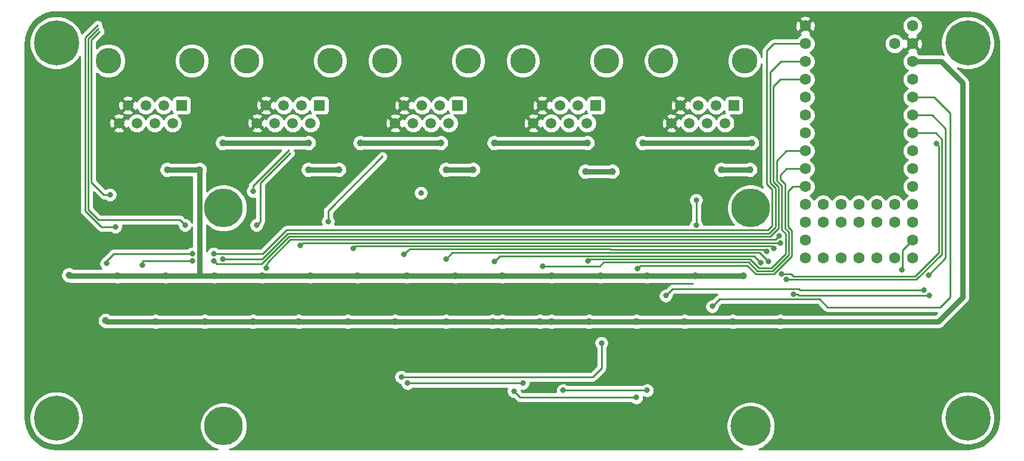
<source format=gbr>
%TF.GenerationSoftware,KiCad,Pcbnew,(5.1.8)-1*%
%TF.CreationDate,2022-08-22T14:52:19-04:00*%
%TF.ProjectId,SerialParser,53657269-616c-4506-9172-7365722e6b69,rev?*%
%TF.SameCoordinates,Original*%
%TF.FileFunction,Copper,L2,Bot*%
%TF.FilePolarity,Positive*%
%FSLAX46Y46*%
G04 Gerber Fmt 4.6, Leading zero omitted, Abs format (unit mm)*
G04 Created by KiCad (PCBNEW (5.1.8)-1) date 2022-08-22 14:52:19*
%MOMM*%
%LPD*%
G01*
G04 APERTURE LIST*
%TA.AperFunction,ComponentPad*%
%ADD10C,5.700000*%
%TD*%
%TA.AperFunction,ComponentPad*%
%ADD11C,1.600000*%
%TD*%
%TA.AperFunction,ComponentPad*%
%ADD12C,5.500000*%
%TD*%
%TA.AperFunction,WasherPad*%
%ADD13C,3.650000*%
%TD*%
%TA.AperFunction,ComponentPad*%
%ADD14R,1.500000X1.500000*%
%TD*%
%TA.AperFunction,ComponentPad*%
%ADD15C,1.500000*%
%TD*%
%TA.AperFunction,ComponentPad*%
%ADD16C,6.400000*%
%TD*%
%TA.AperFunction,ComponentPad*%
%ADD17C,0.800000*%
%TD*%
%TA.AperFunction,ViaPad*%
%ADD18C,0.800000*%
%TD*%
%TA.AperFunction,ViaPad*%
%ADD19C,1.000000*%
%TD*%
%TA.AperFunction,Conductor*%
%ADD20C,0.250000*%
%TD*%
%TA.AperFunction,Conductor*%
%ADD21C,0.800000*%
%TD*%
%TA.AperFunction,Conductor*%
%ADD22C,0.254000*%
%TD*%
%TA.AperFunction,Conductor*%
%ADD23C,0.100000*%
%TD*%
G04 APERTURE END LIST*
D10*
%TO.P,H8,1*%
%TO.N,N/C*%
X200279000Y-134493000D03*
%TD*%
D11*
%TO.P,U1,44*%
%TO.N,Net-(U1-Pad44)*%
X210566000Y-102997000D03*
%TO.P,U1,43*%
%TO.N,Net-(U1-Pad43)*%
X210566000Y-105537000D03*
%TO.P,U1,42*%
%TO.N,Net-(U1-Pad42)*%
X213106000Y-102997000D03*
%TO.P,U1,41*%
%TO.N,Net-(U1-Pad41)*%
X213106000Y-105537000D03*
%TO.P,U1,40*%
%TO.N,Net-(U1-Pad40)*%
X215646000Y-102997000D03*
%TO.P,U1,39*%
%TO.N,Net-(U1-Pad39)*%
X215646000Y-105537000D03*
%TO.P,U1,38*%
%TO.N,Net-(U1-Pad38)*%
X218186000Y-102997000D03*
%TO.P,U1,37*%
%TO.N,Net-(U1-Pad37)*%
X218186000Y-105537000D03*
%TO.P,U1,36*%
%TO.N,Net-(U1-Pad36)*%
X220726000Y-102997000D03*
%TO.P,U1,35*%
%TO.N,Net-(U1-Pad35)*%
X220726000Y-105537000D03*
%TO.P,U1,1*%
%TO.N,GND*%
X208026000Y-77597000D03*
%TO.P,U1,2*%
%TO.N,RX1_LV*%
X208026000Y-80137000D03*
%TO.P,U1,3*%
%TO.N,TX1_LV*%
X208026000Y-82677000D03*
%TO.P,U1,4*%
%TO.N,LAT1_LV*%
X208026000Y-85217000D03*
%TO.P,U1,5*%
%TO.N,Net-(U1-Pad5)*%
X208026000Y-87757000D03*
%TO.P,U1,6*%
%TO.N,Net-(U1-Pad6)*%
X208026000Y-90297000D03*
%TO.P,U1,7*%
%TO.N,Net-(U1-Pad7)*%
X208026000Y-92837000D03*
%TO.P,U1,8*%
%TO.N,LAT2_LV*%
X208026000Y-95377000D03*
%TO.P,U1,9*%
%TO.N,RX2_LV*%
X208026000Y-97917000D03*
%TO.P,U1,10*%
%TO.N,TX2_LV*%
X208026000Y-100457000D03*
%TO.P,U1,11*%
%TO.N,Net-(U1-Pad11)*%
X208026000Y-102997000D03*
%TO.P,U1,12*%
%TO.N,Net-(U1-Pad12)*%
X208026000Y-105537000D03*
%TO.P,U1,13*%
%TO.N,Net-(U1-Pad13)*%
X208026000Y-108077000D03*
%TO.P,U1,34*%
%TO.N,Net-(U1-Pad34)*%
X220726000Y-80137000D03*
%TO.P,U1,33*%
%TO.N,+5V*%
X223266000Y-77597000D03*
%TO.P,U1,32*%
%TO.N,GND*%
X223266000Y-80137000D03*
%TO.P,U1,31*%
%TO.N,+3V3*%
X223266000Y-82677000D03*
%TO.P,U1,30*%
%TO.N,LAT5_LV*%
X223266000Y-85217000D03*
%TO.P,U1,29*%
%TO.N,LAT4_LV*%
X223266000Y-87757000D03*
%TO.P,U1,28*%
%TO.N,RX5_LV*%
X223266000Y-90297000D03*
%TO.P,U1,27*%
%TO.N,TX5_LV*%
X223266000Y-92837000D03*
%TO.P,U1,26*%
%TO.N,SCL_LV*%
X223266000Y-95377000D03*
%TO.P,U1,25*%
%TO.N,SDA_LV*%
X223266000Y-97917000D03*
%TO.P,U1,24*%
%TO.N,TX4_LV*%
X223266000Y-100457000D03*
%TO.P,U1,23*%
%TO.N,RX4_LV*%
X223266000Y-102997000D03*
%TO.P,U1,22*%
%TO.N,RX3_LV*%
X223266000Y-105537000D03*
%TO.P,U1,21*%
%TO.N,TX3_LV*%
X223266000Y-108077000D03*
%TO.P,U1,14*%
%TO.N,Net-(U1-Pad14)*%
X208026000Y-110617000D03*
%TO.P,U1,15*%
%TO.N,Net-(U1-Pad15)*%
X210566000Y-110617000D03*
%TO.P,U1,16*%
%TO.N,Net-(U1-Pad16)*%
X213106000Y-110617000D03*
%TO.P,U1,20*%
%TO.N,LAT3_LV*%
X223266000Y-110617000D03*
%TO.P,U1,19*%
%TO.N,Net-(U1-Pad19)*%
X220726000Y-110617000D03*
%TO.P,U1,18*%
%TO.N,Net-(U1-Pad18)*%
X218186000Y-110617000D03*
%TO.P,U1,17*%
%TO.N,Net-(U1-Pad17)*%
X215646000Y-110617000D03*
%TD*%
D12*
%TO.P,H7,1*%
%TO.N,N/C*%
X125349000Y-134493000D03*
%TD*%
%TO.P,H6,1*%
%TO.N,N/C*%
X200279000Y-103505000D03*
%TD*%
%TO.P,H5,1*%
%TO.N,N/C*%
X125349000Y-103505000D03*
%TD*%
D13*
%TO.P,J1,Hole*%
%TO.N,*%
X109000000Y-82550000D03*
X120870000Y-82550000D03*
D14*
%TO.P,J1,1*%
%TO.N,Net-(J1-Pad1)*%
X119380000Y-88900000D03*
D15*
%TO.P,J1,2*%
%TO.N,Net-(J1-Pad2)*%
X118110000Y-91440000D03*
%TO.P,J1,3*%
%TO.N,Net-(J1-Pad3)*%
X116840000Y-88900000D03*
%TO.P,J1,4*%
%TO.N,Net-(J1-Pad4)*%
X115570000Y-91440000D03*
%TO.P,J1,5*%
%TO.N,Net-(J1-Pad5)*%
X114300000Y-88900000D03*
%TO.P,J1,6*%
%TO.N,Net-(J1-Pad6)*%
X113030000Y-91440000D03*
%TO.P,J1,7*%
%TO.N,GND*%
X111760000Y-88900000D03*
%TO.P,J1,8*%
X110490000Y-91440000D03*
%TD*%
D16*
%TO.P,H4,1*%
%TO.N,N/C*%
X231140000Y-133350000D03*
D17*
X233540000Y-133350000D03*
X232837056Y-135047056D03*
X231140000Y-135750000D03*
X229442944Y-135047056D03*
X228740000Y-133350000D03*
X229442944Y-131652944D03*
X231140000Y-130950000D03*
X232837056Y-131652944D03*
%TD*%
D16*
%TO.P,H3,1*%
%TO.N,N/C*%
X101600000Y-133350000D03*
D17*
X104000000Y-133350000D03*
X103297056Y-135047056D03*
X101600000Y-135750000D03*
X99902944Y-135047056D03*
X99200000Y-133350000D03*
X99902944Y-131652944D03*
X101600000Y-130950000D03*
X103297056Y-131652944D03*
%TD*%
D16*
%TO.P,H2,1*%
%TO.N,N/C*%
X231140000Y-80010000D03*
D17*
X233540000Y-80010000D03*
X232837056Y-81707056D03*
X231140000Y-82410000D03*
X229442944Y-81707056D03*
X228740000Y-80010000D03*
X229442944Y-78312944D03*
X231140000Y-77610000D03*
X232837056Y-78312944D03*
%TD*%
D16*
%TO.P,H1,1*%
%TO.N,N/C*%
X101600000Y-80010000D03*
D17*
X104000000Y-80010000D03*
X103297056Y-81707056D03*
X101600000Y-82410000D03*
X99902944Y-81707056D03*
X99200000Y-80010000D03*
X99902944Y-78312944D03*
X101600000Y-77610000D03*
X103297056Y-78312944D03*
%TD*%
D13*
%TO.P,J5,Hole*%
%TO.N,*%
X187520000Y-82550000D03*
X199390000Y-82550000D03*
D14*
%TO.P,J5,1*%
%TO.N,Net-(J5-Pad1)*%
X197900000Y-88900000D03*
D15*
%TO.P,J5,2*%
%TO.N,Net-(J5-Pad2)*%
X196630000Y-91440000D03*
%TO.P,J5,3*%
%TO.N,Net-(J5-Pad3)*%
X195360000Y-88900000D03*
%TO.P,J5,4*%
%TO.N,Net-(J5-Pad4)*%
X194090000Y-91440000D03*
%TO.P,J5,5*%
%TO.N,Net-(J5-Pad5)*%
X192820000Y-88900000D03*
%TO.P,J5,6*%
%TO.N,Net-(J5-Pad6)*%
X191550000Y-91440000D03*
%TO.P,J5,7*%
%TO.N,GND*%
X190280000Y-88900000D03*
%TO.P,J5,8*%
X189010000Y-91440000D03*
%TD*%
D13*
%TO.P,J4,Hole*%
%TO.N,*%
X167890000Y-82550000D03*
X179760000Y-82550000D03*
D14*
%TO.P,J4,1*%
%TO.N,Net-(J4-Pad1)*%
X178270000Y-88900000D03*
D15*
%TO.P,J4,2*%
%TO.N,Net-(J4-Pad2)*%
X177000000Y-91440000D03*
%TO.P,J4,3*%
%TO.N,Net-(J4-Pad3)*%
X175730000Y-88900000D03*
%TO.P,J4,4*%
%TO.N,Net-(J4-Pad4)*%
X174460000Y-91440000D03*
%TO.P,J4,5*%
%TO.N,Net-(J4-Pad5)*%
X173190000Y-88900000D03*
%TO.P,J4,6*%
%TO.N,Net-(J4-Pad6)*%
X171920000Y-91440000D03*
%TO.P,J4,7*%
%TO.N,GND*%
X170650000Y-88900000D03*
%TO.P,J4,8*%
X169380000Y-91440000D03*
%TD*%
D13*
%TO.P,J3,Hole*%
%TO.N,*%
X148260000Y-82550000D03*
X160130000Y-82550000D03*
D14*
%TO.P,J3,1*%
%TO.N,Net-(J3-Pad1)*%
X158640000Y-88900000D03*
D15*
%TO.P,J3,2*%
%TO.N,Net-(J3-Pad2)*%
X157370000Y-91440000D03*
%TO.P,J3,3*%
%TO.N,Net-(J3-Pad3)*%
X156100000Y-88900000D03*
%TO.P,J3,4*%
%TO.N,Net-(J3-Pad4)*%
X154830000Y-91440000D03*
%TO.P,J3,5*%
%TO.N,Net-(J3-Pad5)*%
X153560000Y-88900000D03*
%TO.P,J3,6*%
%TO.N,Net-(J3-Pad6)*%
X152290000Y-91440000D03*
%TO.P,J3,7*%
%TO.N,GND*%
X151020000Y-88900000D03*
%TO.P,J3,8*%
X149750000Y-91440000D03*
%TD*%
D13*
%TO.P,J2,Hole*%
%TO.N,*%
X128630000Y-82550000D03*
X140500000Y-82550000D03*
D14*
%TO.P,J2,1*%
%TO.N,Net-(J2-Pad1)*%
X139010000Y-88900000D03*
D15*
%TO.P,J2,2*%
%TO.N,Net-(J2-Pad2)*%
X137740000Y-91440000D03*
%TO.P,J2,3*%
%TO.N,Net-(J2-Pad3)*%
X136470000Y-88900000D03*
%TO.P,J2,4*%
%TO.N,Net-(J2-Pad4)*%
X135200000Y-91440000D03*
%TO.P,J2,5*%
%TO.N,Net-(J2-Pad5)*%
X133930000Y-88900000D03*
%TO.P,J2,6*%
%TO.N,Net-(J2-Pad6)*%
X132660000Y-91440000D03*
%TO.P,J2,7*%
%TO.N,GND*%
X131390000Y-88900000D03*
%TO.P,J2,8*%
X130120000Y-91440000D03*
%TD*%
D18*
%TO.N,RX1*%
X109982000Y-106172000D03*
%TO.N,TX1*%
X119888000Y-105918000D03*
D19*
%TO.N,+5V*%
X200406000Y-94234000D03*
X184912000Y-94234000D03*
X177038000Y-94234000D03*
X163830000Y-94234000D03*
X156210000Y-94234000D03*
X144780000Y-94234000D03*
X137414000Y-94234000D03*
X125222000Y-94234000D03*
X156972000Y-98044000D03*
X160782000Y-98044000D03*
X137414000Y-98044000D03*
X141732000Y-98044000D03*
X117348000Y-98044000D03*
X121920000Y-98044000D03*
X176784000Y-98298000D03*
X180594000Y-98298000D03*
X196088000Y-98044000D03*
X200152000Y-98044000D03*
X103378000Y-113030000D03*
X199263000Y-113157000D03*
X192405000Y-113157000D03*
X185547000Y-113157000D03*
X178943000Y-113157000D03*
X171958000Y-113157000D03*
X164973000Y-113157000D03*
X158242000Y-113157000D03*
X151384000Y-113157000D03*
X144399000Y-113157000D03*
X137668000Y-113157000D03*
X130810000Y-113157000D03*
X124079000Y-113157000D03*
X117094000Y-113157000D03*
X110236000Y-113157000D03*
D18*
%TO.N,LAT1*%
X109220000Y-101600000D03*
%TO.N,LAT3*%
X129540000Y-101092000D03*
%TO.N,RX3*%
X130048000Y-105918000D03*
%TO.N,TX3*%
X140208000Y-105410000D03*
%TO.N,LAT5*%
X153416000Y-101346000D03*
%TO.N,LAT4*%
X192532000Y-102362000D03*
X192532000Y-105918000D03*
%TO.N,SDA*%
X151511000Y-128397000D03*
X167894000Y-128397000D03*
%TO.N,SCL*%
X150622000Y-127508000D03*
X179070000Y-122682000D03*
%TO.N,RX1_LV*%
X123952000Y-109982000D03*
X120920000Y-109982000D03*
X108712000Y-111379000D03*
D19*
%TO.N,+3V3*%
X108585000Y-119507000D03*
X115697000Y-119634000D03*
X122682000Y-119634000D03*
X129540000Y-119634000D03*
X136017000Y-119634000D03*
X143002000Y-119634000D03*
X149733000Y-119634000D03*
X156972000Y-119634000D03*
X163576000Y-119634000D03*
X170307000Y-119634000D03*
X177292000Y-119634000D03*
X184023000Y-119634000D03*
X190881000Y-119634000D03*
X197739000Y-119634000D03*
X204470000Y-119634000D03*
X171958000Y-119634000D03*
X164973000Y-119634000D03*
D18*
%TO.N,SCL_LV*%
X173609000Y-129413000D03*
X185547000Y-129413000D03*
%TO.N,TX1_LV*%
X125222000Y-110744000D03*
%TO.N,SDA_LV*%
X166624000Y-129540000D03*
X184023000Y-130429000D03*
%TO.N,LAT1_LV*%
X113792000Y-111633000D03*
X123947347Y-110993347D03*
X120920000Y-110998000D03*
%TO.N,RX5_LV*%
X151003000Y-110109000D03*
X202565000Y-109618049D03*
X225552000Y-113030000D03*
%TO.N,RX3_LV*%
X131454937Y-111996412D03*
X204343000Y-107442000D03*
%TO.N,TX5_LV*%
X163830000Y-111125000D03*
X201680653Y-111247347D03*
X205359000Y-113665000D03*
%TO.N,TX3_LV*%
X143764000Y-109220000D03*
X203581000Y-109220000D03*
X221742000Y-112268000D03*
%TO.N,LAT5_LV*%
X156972000Y-110744000D03*
X202819000Y-111125000D03*
X204666563Y-112845563D03*
X226695000Y-94361000D03*
%TO.N,LAT3_LV*%
X136271000Y-108839000D03*
X204484421Y-108431952D03*
%TO.N,RX2_LV*%
X170688000Y-111760000D03*
%TO.N,RX4_LV*%
X188214000Y-115951000D03*
X224917000Y-115189000D03*
%TO.N,TX2_LV*%
X184150000Y-112141000D03*
%TO.N,TX4_LV*%
X206375000Y-115734000D03*
X225679000Y-115951000D03*
%TO.N,LAT2_LV*%
X177165000Y-111030010D03*
%TO.N,LAT4_LV*%
X194818000Y-117475000D03*
%TD*%
D20*
%TO.N,RX1*%
X107442000Y-77470000D02*
X105664000Y-79248000D01*
X105664000Y-79248000D02*
X105664000Y-103886000D01*
X107950000Y-106172000D02*
X109982000Y-106172000D01*
X105664000Y-103886000D02*
X107950000Y-106172000D01*
%TO.N,TX1*%
X107570410Y-77978000D02*
X106114010Y-79434400D01*
X106114010Y-79434400D02*
X106114010Y-103699600D01*
X106114010Y-103699600D02*
X107570410Y-105156000D01*
X119126000Y-105156000D02*
X119888000Y-105918000D01*
X107570410Y-105156000D02*
X119126000Y-105156000D01*
D21*
%TO.N,+5V*%
X200406000Y-94234000D02*
X184912000Y-94234000D01*
X177038000Y-94234000D02*
X163830000Y-94234000D01*
X156210000Y-94234000D02*
X144780000Y-94234000D01*
X137414000Y-94234000D02*
X125222000Y-94234000D01*
X156972000Y-98044000D02*
X160782000Y-98044000D01*
X137414000Y-98044000D02*
X141732000Y-98044000D01*
X117348000Y-98044000D02*
X121920000Y-98044000D01*
X176784000Y-98298000D02*
X180594000Y-98298000D01*
X196088000Y-98044000D02*
X200152000Y-98044000D01*
X121920000Y-98044000D02*
X121920000Y-113157000D01*
X103505000Y-113157000D02*
X103378000Y-113030000D01*
X192405000Y-113157000D02*
X199263000Y-113157000D01*
X185547000Y-113157000D02*
X192405000Y-113157000D01*
X178943000Y-113157000D02*
X185547000Y-113157000D01*
X171958000Y-113157000D02*
X178943000Y-113157000D01*
X164973000Y-113157000D02*
X171958000Y-113157000D01*
X158242000Y-113157000D02*
X164973000Y-113157000D01*
X151384000Y-113157000D02*
X158242000Y-113157000D01*
X144399000Y-113157000D02*
X151384000Y-113157000D01*
X137668000Y-113157000D02*
X144399000Y-113157000D01*
X130810000Y-113157000D02*
X137668000Y-113157000D01*
X124079000Y-113157000D02*
X130810000Y-113157000D01*
X121920000Y-113157000D02*
X124079000Y-113157000D01*
X121920000Y-113157000D02*
X117094000Y-113157000D01*
X110236000Y-113157000D02*
X103505000Y-113157000D01*
X117094000Y-113157000D02*
X110236000Y-113157000D01*
D20*
%TO.N,LAT1*%
X109220000Y-101600000D02*
X108342020Y-101600000D01*
X108342020Y-101600000D02*
X106564020Y-99822000D01*
X106564020Y-99822000D02*
X106564020Y-79620800D01*
X106564020Y-79620800D02*
X107756810Y-78428010D01*
%TO.N,LAT3*%
X129540000Y-100330000D02*
X129540000Y-101092000D01*
X134620000Y-95250000D02*
X129540000Y-100330000D01*
%TO.N,RX3*%
X134806400Y-95700010D02*
X130556000Y-99950410D01*
X130556000Y-105410000D02*
X130048000Y-105918000D01*
X130556000Y-99950410D02*
X130556000Y-105410000D01*
%TO.N,TX3*%
X140208000Y-103886000D02*
X147943980Y-96150020D01*
X140208000Y-105410000D02*
X140208000Y-103886000D01*
%TO.N,LAT4*%
X192532000Y-102362000D02*
X192532000Y-105918000D01*
%TO.N,SDA*%
X151511000Y-128397000D02*
X167894000Y-128397000D01*
%TO.N,SCL*%
X150622000Y-127508000D02*
X177800000Y-127508000D01*
X179070000Y-126238000D02*
X179070000Y-122682000D01*
X177800000Y-127508000D02*
X179070000Y-126238000D01*
%TO.N,RX1_LV*%
X208026000Y-80137000D02*
X203581000Y-80137000D01*
X203581000Y-80137000D02*
X202565000Y-81153000D01*
X202565000Y-81153000D02*
X202565000Y-100076000D01*
X203354001Y-100865001D02*
X203354001Y-106017999D01*
X202565000Y-100076000D02*
X203354001Y-100865001D01*
X202728999Y-106643001D02*
X134275999Y-106643001D01*
X203354001Y-106017999D02*
X202728999Y-106643001D01*
X130937000Y-109982000D02*
X123952000Y-109982000D01*
X134275999Y-106643001D02*
X130937000Y-109982000D01*
X120920000Y-109982000D02*
X109728000Y-109982000D01*
X108712000Y-110998000D02*
X108712000Y-111379000D01*
X109728000Y-109982000D02*
X108712000Y-110998000D01*
D21*
%TO.N,+3V3*%
X223266000Y-82677000D02*
X227330000Y-82677000D01*
X227330000Y-82677000D02*
X230378000Y-85725000D01*
X230378000Y-85725000D02*
X230378000Y-116205000D01*
X230378000Y-116205000D02*
X226949000Y-119634000D01*
X108712000Y-119634000D02*
X108585000Y-119507000D01*
X115697000Y-119634000D02*
X108712000Y-119634000D01*
X122682000Y-119634000D02*
X115697000Y-119634000D01*
X129540000Y-119634000D02*
X122682000Y-119634000D01*
X136017000Y-119634000D02*
X129540000Y-119634000D01*
X143002000Y-119634000D02*
X136017000Y-119634000D01*
X149733000Y-119634000D02*
X143002000Y-119634000D01*
X156972000Y-119634000D02*
X149733000Y-119634000D01*
X163576000Y-119634000D02*
X156972000Y-119634000D01*
X184023000Y-119634000D02*
X177292000Y-119634000D01*
X190881000Y-119634000D02*
X184023000Y-119634000D01*
X197739000Y-119634000D02*
X190881000Y-119634000D01*
X204470000Y-119634000D02*
X197739000Y-119634000D01*
X226949000Y-119634000D02*
X204470000Y-119634000D01*
X171958000Y-119634000D02*
X170307000Y-119634000D01*
X177292000Y-119634000D02*
X171958000Y-119634000D01*
X164973000Y-119634000D02*
X163576000Y-119634000D01*
X170307000Y-119634000D02*
X164973000Y-119634000D01*
D20*
%TO.N,SCL_LV*%
X173609000Y-129413000D02*
X185547000Y-129413000D01*
%TO.N,TX1_LV*%
X203073000Y-84201000D02*
X204597000Y-82677000D01*
X203073000Y-99947590D02*
X203073000Y-84201000D01*
X203804010Y-100678600D02*
X203073000Y-99947590D01*
X203804011Y-106204399D02*
X203804010Y-100678600D01*
X202915400Y-107093010D02*
X203804011Y-106204399D01*
X204597000Y-82677000D02*
X208026000Y-82677000D01*
X134462399Y-107093011D02*
X202915400Y-107093010D01*
X130811410Y-110744000D02*
X131001205Y-110554205D01*
X125222000Y-110744000D02*
X130811410Y-110744000D01*
X131001205Y-110554205D02*
X134462399Y-107093011D01*
X130848410Y-110707000D02*
X131001205Y-110554205D01*
%TO.N,SDA_LV*%
X167513000Y-130429000D02*
X166624000Y-129540000D01*
X184023000Y-130429000D02*
X167513000Y-130429000D01*
%TO.N,LAT1_LV*%
X208026000Y-85217000D02*
X204470000Y-85217000D01*
X204470000Y-85217000D02*
X203523010Y-86163990D01*
X203523010Y-99761190D02*
X204254019Y-100492199D01*
X203523010Y-86163990D02*
X203523010Y-99761190D01*
X204254019Y-100492199D02*
X204254020Y-106390800D01*
X204254020Y-106390800D02*
X203101799Y-107543019D01*
X203101799Y-107543019D02*
X134648801Y-107543019D01*
X134648801Y-107543019D02*
X130939820Y-111252000D01*
X124423001Y-111469001D02*
X123947347Y-110993347D01*
X130722819Y-111469001D02*
X124423001Y-111469001D01*
X130939820Y-111252000D02*
X130722819Y-111469001D01*
X120920000Y-110998000D02*
X113919000Y-110998000D01*
X113792000Y-111125000D02*
X113792000Y-111633000D01*
X113919000Y-110998000D02*
X113792000Y-111125000D01*
%TO.N,RX5_LV*%
X151003000Y-110109000D02*
X151511000Y-109601000D01*
X151511000Y-109601000D02*
X151638000Y-109474000D01*
X151638000Y-109474000D02*
X151765000Y-109347000D01*
X180340000Y-109347000D02*
X180397990Y-109404990D01*
X151765000Y-109347000D02*
X180340000Y-109347000D01*
X180397990Y-109404990D02*
X201676000Y-109404990D01*
X202351941Y-109404990D02*
X202565000Y-109618049D01*
X201676000Y-109404990D02*
X202351941Y-109404990D01*
X225552000Y-113030000D02*
X227965000Y-110617000D01*
X227965000Y-110617000D02*
X227965000Y-92202000D01*
X226060000Y-90297000D02*
X223266000Y-90297000D01*
X227965000Y-92202000D02*
X226060000Y-90297000D01*
%TO.N,RX3_LV*%
X131454937Y-111515937D02*
X131454937Y-111996412D01*
X131572000Y-111398874D02*
X131454937Y-111515937D01*
X131572000Y-111256230D02*
X131572000Y-111398874D01*
X134835201Y-107993029D02*
X131572000Y-111256230D01*
X201930000Y-107993029D02*
X134835201Y-107993029D01*
X203791971Y-107993029D02*
X204343000Y-107442000D01*
X201930000Y-107993029D02*
X203791971Y-107993029D01*
%TO.N,TX5_LV*%
X163830000Y-111125000D02*
X164649990Y-110305010D01*
X164649990Y-110305010D02*
X165735000Y-110305010D01*
X165735000Y-110305010D02*
X180025190Y-110305010D01*
X200738316Y-110305010D02*
X201680653Y-111247347D01*
X180025190Y-110305010D02*
X200738316Y-110305010D01*
X223843998Y-113665000D02*
X227457000Y-110051998D01*
X205359000Y-113665000D02*
X223843998Y-113665000D01*
X227457000Y-110051998D02*
X227457000Y-93726000D01*
X226568000Y-92837000D02*
X223266000Y-92837000D01*
X227457000Y-93726000D02*
X226568000Y-92837000D01*
%TO.N,TX3_LV*%
X143764000Y-109220000D02*
X144090951Y-108893049D01*
X144090951Y-108893049D02*
X177546000Y-108893049D01*
X177546000Y-108893049D02*
X180648049Y-108893049D01*
X180648049Y-108893049D02*
X201803000Y-108893049D01*
X203254049Y-108893049D02*
X203581000Y-109220000D01*
X201803000Y-108893049D02*
X203254049Y-108893049D01*
X221851001Y-109491999D02*
X223266000Y-108077000D01*
X221851001Y-112158999D02*
X221851001Y-109491999D01*
X221742000Y-112268000D02*
X221851001Y-112158999D01*
%TO.N,LAT5_LV*%
X204666563Y-112845563D02*
X206005573Y-112845563D01*
X206005573Y-112845563D02*
X206375000Y-113214990D01*
X206375000Y-113214990D02*
X223657598Y-113214990D01*
X223657598Y-113214990D02*
X227006990Y-109865598D01*
X227006990Y-94672990D02*
X226695000Y-94361000D01*
X227006990Y-109865598D02*
X227006990Y-94672990D01*
X157861000Y-109855000D02*
X156972000Y-110744000D01*
X201549000Y-109855000D02*
X157861000Y-109855000D01*
X202819000Y-111125000D02*
X201549000Y-109855000D01*
%TO.N,LAT3_LV*%
X136271000Y-108839000D02*
X136525000Y-108585000D01*
X136525000Y-108585000D02*
X136652000Y-108458000D01*
X136652000Y-108458000D02*
X136666961Y-108443039D01*
X136666961Y-108443039D02*
X201803000Y-108443039D01*
X204473334Y-108443039D02*
X204484421Y-108431952D01*
X201803000Y-108443039D02*
X204473334Y-108443039D01*
%TO.N,RX2_LV*%
X199976620Y-111205030D02*
X179370970Y-111205030D01*
X179370970Y-111205030D02*
X178816000Y-111760000D01*
X201235599Y-112464009D02*
X199976620Y-111205030D01*
X178816000Y-111760000D02*
X170688000Y-111760000D01*
X205682009Y-110168401D02*
X203386400Y-112464010D01*
X205682010Y-106918773D02*
X205682009Y-110168401D01*
X205154038Y-106390801D02*
X205682010Y-106918773D01*
X205154038Y-100119400D02*
X205154038Y-106390801D01*
X204470000Y-99435361D02*
X205154038Y-100119400D01*
X204470000Y-98806000D02*
X204470000Y-99435361D01*
X203386400Y-112464010D02*
X201235599Y-112464009D01*
X205359000Y-97917000D02*
X204470000Y-98806000D01*
X208026000Y-97917000D02*
X205359000Y-97917000D01*
%TO.N,RX4_LV*%
X188722000Y-115443000D02*
X188214000Y-115951000D01*
X189156001Y-115008999D02*
X188722000Y-115443000D01*
X207083999Y-115008999D02*
X189156001Y-115008999D01*
X207264000Y-115189000D02*
X207083999Y-115008999D01*
X224917000Y-115189000D02*
X207264000Y-115189000D01*
%TO.N,TX2_LV*%
X206239048Y-100457000D02*
X208026000Y-100457000D01*
X205613000Y-101083048D02*
X206239048Y-100457000D01*
X206132019Y-106732374D02*
X205613000Y-106213353D01*
X206132018Y-110354802D02*
X206132019Y-106732374D01*
X205613000Y-106213353D02*
X205613000Y-101083048D01*
X203572801Y-112914019D02*
X206132018Y-110354802D01*
X201049200Y-112914018D02*
X203572801Y-112914019D01*
X199790220Y-111655040D02*
X201049200Y-112914018D01*
X184635960Y-111655040D02*
X199790220Y-111655040D01*
X184150000Y-112141000D02*
X184635960Y-111655040D01*
%TO.N,TX4_LV*%
X206940685Y-115734000D02*
X206375000Y-115734000D01*
X207157685Y-115951000D02*
X206940685Y-115734000D01*
X225679000Y-115951000D02*
X207157685Y-115951000D01*
%TO.N,LAT2_LV*%
X208026000Y-95377000D02*
X205359000Y-95377000D01*
X205359000Y-95377000D02*
X203973020Y-96762980D01*
X203973020Y-96762980D02*
X203973020Y-99574790D01*
X203973020Y-99574790D02*
X204704028Y-100305800D01*
X204704028Y-106577201D02*
X205232000Y-107105173D01*
X204704028Y-100305800D02*
X204704028Y-106577201D01*
X203200000Y-112014000D02*
X205232000Y-109982000D01*
X205232000Y-109982000D02*
X205232000Y-108839000D01*
X201422000Y-112014000D02*
X203200000Y-112014000D01*
X200163020Y-110755020D02*
X201422000Y-112014000D01*
X178550980Y-110755020D02*
X200163020Y-110755020D01*
X205232000Y-108839000D02*
X205232000Y-109093000D01*
X205232000Y-107105173D02*
X205232000Y-108839000D01*
X177439990Y-110755020D02*
X177165000Y-111030010D01*
X178550980Y-110755020D02*
X177439990Y-110755020D01*
%TO.N,LAT4_LV*%
X195834000Y-116459000D02*
X194818000Y-117475000D01*
X211201000Y-117602000D02*
X210058000Y-116459000D01*
X227203000Y-117602000D02*
X211201000Y-117602000D01*
X228600000Y-116205000D02*
X227203000Y-117602000D01*
X228600000Y-90043000D02*
X228600000Y-116205000D01*
X226314000Y-87757000D02*
X228600000Y-90043000D01*
X210058000Y-116459000D02*
X195834000Y-116459000D01*
X223266000Y-87757000D02*
X226314000Y-87757000D01*
%TD*%
D22*
%TO.N,GND*%
X231922249Y-75662437D02*
X232679774Y-75869672D01*
X233388625Y-76207777D01*
X234026404Y-76666067D01*
X234572946Y-77230055D01*
X235010977Y-77881913D01*
X235326651Y-78601038D01*
X235511206Y-79369768D01*
X235560000Y-80034207D01*
X235560001Y-133320597D01*
X235487563Y-134132249D01*
X235280328Y-134889774D01*
X234942221Y-135598627D01*
X234483928Y-136236410D01*
X233919945Y-136782946D01*
X233268085Y-137220978D01*
X232548963Y-137536651D01*
X231780232Y-137721206D01*
X231115792Y-137770000D01*
X201474365Y-137770000D01*
X201929766Y-137581367D01*
X202500558Y-137199976D01*
X202985976Y-136714558D01*
X203367367Y-136143766D01*
X203630073Y-135509537D01*
X203764000Y-134836242D01*
X203764000Y-134149758D01*
X203630073Y-133476463D01*
X203421236Y-132972285D01*
X227305000Y-132972285D01*
X227305000Y-133727715D01*
X227452377Y-134468628D01*
X227741467Y-135166554D01*
X228161161Y-135794670D01*
X228695330Y-136328839D01*
X229323446Y-136748533D01*
X230021372Y-137037623D01*
X230762285Y-137185000D01*
X231517715Y-137185000D01*
X232258628Y-137037623D01*
X232956554Y-136748533D01*
X233584670Y-136328839D01*
X234118839Y-135794670D01*
X234538533Y-135166554D01*
X234827623Y-134468628D01*
X234975000Y-133727715D01*
X234975000Y-132972285D01*
X234827623Y-132231372D01*
X234538533Y-131533446D01*
X234118839Y-130905330D01*
X233584670Y-130371161D01*
X232956554Y-129951467D01*
X232258628Y-129662377D01*
X231517715Y-129515000D01*
X230762285Y-129515000D01*
X230021372Y-129662377D01*
X229323446Y-129951467D01*
X228695330Y-130371161D01*
X228161161Y-130905330D01*
X227741467Y-131533446D01*
X227452377Y-132231372D01*
X227305000Y-132972285D01*
X203421236Y-132972285D01*
X203367367Y-132842234D01*
X202985976Y-132271442D01*
X202500558Y-131786024D01*
X201929766Y-131404633D01*
X201295537Y-131141927D01*
X200622242Y-131008000D01*
X199935758Y-131008000D01*
X199262463Y-131141927D01*
X198628234Y-131404633D01*
X198057442Y-131786024D01*
X197572024Y-132271442D01*
X197190633Y-132842234D01*
X196927927Y-133476463D01*
X196794000Y-134149758D01*
X196794000Y-134836242D01*
X196927927Y-135509537D01*
X197190633Y-136143766D01*
X197572024Y-136714558D01*
X198057442Y-137199976D01*
X198628234Y-137581367D01*
X199083635Y-137770000D01*
X126225349Y-137770000D01*
X126336368Y-137747917D01*
X126952399Y-137492748D01*
X127506812Y-137122302D01*
X127978302Y-136650812D01*
X128348748Y-136096399D01*
X128603917Y-135480368D01*
X128734000Y-134826393D01*
X128734000Y-134159607D01*
X128603917Y-133505632D01*
X128348748Y-132889601D01*
X127978302Y-132335188D01*
X127506812Y-131863698D01*
X126952399Y-131493252D01*
X126336368Y-131238083D01*
X125682393Y-131108000D01*
X125015607Y-131108000D01*
X124361632Y-131238083D01*
X123745601Y-131493252D01*
X123191188Y-131863698D01*
X122719698Y-132335188D01*
X122349252Y-132889601D01*
X122094083Y-133505632D01*
X121964000Y-134159607D01*
X121964000Y-134826393D01*
X122094083Y-135480368D01*
X122349252Y-136096399D01*
X122719698Y-136650812D01*
X123191188Y-137122302D01*
X123745601Y-137492748D01*
X124361632Y-137747917D01*
X124472651Y-137770000D01*
X101629392Y-137770000D01*
X100817751Y-137697563D01*
X100060226Y-137490328D01*
X99351373Y-137152221D01*
X98713590Y-136693928D01*
X98167054Y-136129945D01*
X97729022Y-135478085D01*
X97413349Y-134758963D01*
X97228794Y-133990232D01*
X97180000Y-133325792D01*
X97180000Y-132972285D01*
X97765000Y-132972285D01*
X97765000Y-133727715D01*
X97912377Y-134468628D01*
X98201467Y-135166554D01*
X98621161Y-135794670D01*
X99155330Y-136328839D01*
X99783446Y-136748533D01*
X100481372Y-137037623D01*
X101222285Y-137185000D01*
X101977715Y-137185000D01*
X102718628Y-137037623D01*
X103416554Y-136748533D01*
X104044670Y-136328839D01*
X104578839Y-135794670D01*
X104998533Y-135166554D01*
X105287623Y-134468628D01*
X105435000Y-133727715D01*
X105435000Y-132972285D01*
X105287623Y-132231372D01*
X104998533Y-131533446D01*
X104578839Y-130905330D01*
X104044670Y-130371161D01*
X103416554Y-129951467D01*
X102718628Y-129662377D01*
X101977715Y-129515000D01*
X101222285Y-129515000D01*
X100481372Y-129662377D01*
X99783446Y-129951467D01*
X99155330Y-130371161D01*
X98621161Y-130905330D01*
X98201467Y-131533446D01*
X97912377Y-132231372D01*
X97765000Y-132972285D01*
X97180000Y-132972285D01*
X97180000Y-127406061D01*
X149587000Y-127406061D01*
X149587000Y-127609939D01*
X149626774Y-127809898D01*
X149704795Y-127998256D01*
X149818063Y-128167774D01*
X149962226Y-128311937D01*
X150131744Y-128425205D01*
X150320102Y-128503226D01*
X150483310Y-128535690D01*
X150515774Y-128698898D01*
X150593795Y-128887256D01*
X150707063Y-129056774D01*
X150851226Y-129200937D01*
X151020744Y-129314205D01*
X151209102Y-129392226D01*
X151409061Y-129432000D01*
X151612939Y-129432000D01*
X151812898Y-129392226D01*
X152001256Y-129314205D01*
X152170774Y-129200937D01*
X152214711Y-129157000D01*
X165662368Y-129157000D01*
X165628774Y-129238102D01*
X165589000Y-129438061D01*
X165589000Y-129641939D01*
X165628774Y-129841898D01*
X165706795Y-130030256D01*
X165820063Y-130199774D01*
X165964226Y-130343937D01*
X166133744Y-130457205D01*
X166322102Y-130535226D01*
X166522061Y-130575000D01*
X166584198Y-130575000D01*
X166949201Y-130940003D01*
X166972999Y-130969001D01*
X167088724Y-131063974D01*
X167220753Y-131134546D01*
X167364014Y-131178003D01*
X167475667Y-131189000D01*
X167475677Y-131189000D01*
X167513000Y-131192676D01*
X167550323Y-131189000D01*
X183319289Y-131189000D01*
X183363226Y-131232937D01*
X183532744Y-131346205D01*
X183721102Y-131424226D01*
X183921061Y-131464000D01*
X184124939Y-131464000D01*
X184324898Y-131424226D01*
X184513256Y-131346205D01*
X184682774Y-131232937D01*
X184826937Y-131088774D01*
X184940205Y-130919256D01*
X185018226Y-130730898D01*
X185058000Y-130530939D01*
X185058000Y-130330725D01*
X185245102Y-130408226D01*
X185445061Y-130448000D01*
X185648939Y-130448000D01*
X185848898Y-130408226D01*
X186037256Y-130330205D01*
X186206774Y-130216937D01*
X186350937Y-130072774D01*
X186464205Y-129903256D01*
X186542226Y-129714898D01*
X186582000Y-129514939D01*
X186582000Y-129311061D01*
X186542226Y-129111102D01*
X186464205Y-128922744D01*
X186350937Y-128753226D01*
X186206774Y-128609063D01*
X186037256Y-128495795D01*
X185848898Y-128417774D01*
X185648939Y-128378000D01*
X185445061Y-128378000D01*
X185245102Y-128417774D01*
X185056744Y-128495795D01*
X184887226Y-128609063D01*
X184843289Y-128653000D01*
X174312711Y-128653000D01*
X174268774Y-128609063D01*
X174099256Y-128495795D01*
X173910898Y-128417774D01*
X173710939Y-128378000D01*
X173507061Y-128378000D01*
X173307102Y-128417774D01*
X173118744Y-128495795D01*
X172949226Y-128609063D01*
X172805063Y-128753226D01*
X172691795Y-128922744D01*
X172613774Y-129111102D01*
X172574000Y-129311061D01*
X172574000Y-129514939D01*
X172604644Y-129669000D01*
X167827802Y-129669000D01*
X167659000Y-129500198D01*
X167659000Y-129438061D01*
X167652263Y-129404193D01*
X167792061Y-129432000D01*
X167995939Y-129432000D01*
X168195898Y-129392226D01*
X168384256Y-129314205D01*
X168553774Y-129200937D01*
X168697937Y-129056774D01*
X168811205Y-128887256D01*
X168889226Y-128698898D01*
X168929000Y-128498939D01*
X168929000Y-128295061D01*
X168923617Y-128268000D01*
X177762678Y-128268000D01*
X177800000Y-128271676D01*
X177837322Y-128268000D01*
X177837333Y-128268000D01*
X177948986Y-128257003D01*
X178092247Y-128213546D01*
X178224276Y-128142974D01*
X178340001Y-128048001D01*
X178363804Y-128018997D01*
X179581004Y-126801798D01*
X179610001Y-126778001D01*
X179704974Y-126662276D01*
X179775546Y-126530247D01*
X179819003Y-126386986D01*
X179830000Y-126275333D01*
X179830000Y-126275324D01*
X179833676Y-126238001D01*
X179830000Y-126200678D01*
X179830000Y-123385711D01*
X179873937Y-123341774D01*
X179987205Y-123172256D01*
X180065226Y-122983898D01*
X180105000Y-122783939D01*
X180105000Y-122580061D01*
X180065226Y-122380102D01*
X179987205Y-122191744D01*
X179873937Y-122022226D01*
X179729774Y-121878063D01*
X179560256Y-121764795D01*
X179371898Y-121686774D01*
X179171939Y-121647000D01*
X178968061Y-121647000D01*
X178768102Y-121686774D01*
X178579744Y-121764795D01*
X178410226Y-121878063D01*
X178266063Y-122022226D01*
X178152795Y-122191744D01*
X178074774Y-122380102D01*
X178035000Y-122580061D01*
X178035000Y-122783939D01*
X178074774Y-122983898D01*
X178152795Y-123172256D01*
X178266063Y-123341774D01*
X178310001Y-123385712D01*
X178310000Y-125923198D01*
X177485199Y-126748000D01*
X151325711Y-126748000D01*
X151281774Y-126704063D01*
X151112256Y-126590795D01*
X150923898Y-126512774D01*
X150723939Y-126473000D01*
X150520061Y-126473000D01*
X150320102Y-126512774D01*
X150131744Y-126590795D01*
X149962226Y-126704063D01*
X149818063Y-126848226D01*
X149704795Y-127017744D01*
X149626774Y-127206102D01*
X149587000Y-127406061D01*
X97180000Y-127406061D01*
X97180000Y-80039392D01*
X97216333Y-79632285D01*
X97765000Y-79632285D01*
X97765000Y-80387715D01*
X97912377Y-81128628D01*
X98201467Y-81826554D01*
X98621161Y-82454670D01*
X99155330Y-82988839D01*
X99783446Y-83408533D01*
X100481372Y-83697623D01*
X101222285Y-83845000D01*
X101977715Y-83845000D01*
X102718628Y-83697623D01*
X103416554Y-83408533D01*
X104044670Y-82988839D01*
X104578839Y-82454670D01*
X104904000Y-81968032D01*
X104904001Y-103848667D01*
X104900324Y-103886000D01*
X104914998Y-104034985D01*
X104958454Y-104178246D01*
X105029026Y-104310276D01*
X105083665Y-104376853D01*
X105124000Y-104426001D01*
X105152998Y-104449799D01*
X107386201Y-106683003D01*
X107409999Y-106712001D01*
X107525724Y-106806974D01*
X107657753Y-106877546D01*
X107801014Y-106921003D01*
X107912667Y-106932000D01*
X107912676Y-106932000D01*
X107949999Y-106935676D01*
X107987322Y-106932000D01*
X109278289Y-106932000D01*
X109322226Y-106975937D01*
X109491744Y-107089205D01*
X109680102Y-107167226D01*
X109880061Y-107207000D01*
X110083939Y-107207000D01*
X110283898Y-107167226D01*
X110472256Y-107089205D01*
X110641774Y-106975937D01*
X110785937Y-106831774D01*
X110899205Y-106662256D01*
X110977226Y-106473898D01*
X111017000Y-106273939D01*
X111017000Y-106070061D01*
X110986356Y-105916000D01*
X118811199Y-105916000D01*
X118853000Y-105957801D01*
X118853000Y-106019939D01*
X118892774Y-106219898D01*
X118970795Y-106408256D01*
X119084063Y-106577774D01*
X119228226Y-106721937D01*
X119397744Y-106835205D01*
X119586102Y-106913226D01*
X119786061Y-106953000D01*
X119989939Y-106953000D01*
X120189898Y-106913226D01*
X120378256Y-106835205D01*
X120547774Y-106721937D01*
X120691937Y-106577774D01*
X120805205Y-106408256D01*
X120883226Y-106219898D01*
X120885001Y-106210977D01*
X120885001Y-108947000D01*
X120818061Y-108947000D01*
X120618102Y-108986774D01*
X120429744Y-109064795D01*
X120260226Y-109178063D01*
X120216289Y-109222000D01*
X109765322Y-109222000D01*
X109728000Y-109218324D01*
X109690677Y-109222000D01*
X109690667Y-109222000D01*
X109579014Y-109232997D01*
X109435753Y-109276454D01*
X109303723Y-109347026D01*
X109220083Y-109415668D01*
X109187999Y-109441999D01*
X109164201Y-109470997D01*
X108201002Y-110434196D01*
X108171999Y-110457999D01*
X108131599Y-110507227D01*
X108104704Y-110539998D01*
X108052226Y-110575063D01*
X107908063Y-110719226D01*
X107794795Y-110888744D01*
X107716774Y-111077102D01*
X107677000Y-111277061D01*
X107677000Y-111480939D01*
X107716774Y-111680898D01*
X107794795Y-111869256D01*
X107908063Y-112038774D01*
X107991289Y-112122000D01*
X104062028Y-112122000D01*
X103915624Y-112024176D01*
X103709067Y-111938617D01*
X103489788Y-111895000D01*
X103266212Y-111895000D01*
X103046933Y-111938617D01*
X102840376Y-112024176D01*
X102654480Y-112148388D01*
X102496388Y-112306480D01*
X102372176Y-112492376D01*
X102286617Y-112698933D01*
X102243000Y-112918212D01*
X102243000Y-113141788D01*
X102286617Y-113361067D01*
X102372176Y-113567624D01*
X102496388Y-113753520D01*
X102654480Y-113911612D01*
X102840376Y-114035824D01*
X103046933Y-114121383D01*
X103255336Y-114162837D01*
X103302105Y-114177024D01*
X103454162Y-114192000D01*
X103454171Y-114192000D01*
X103504999Y-114197006D01*
X103555827Y-114192000D01*
X109768813Y-114192000D01*
X109904933Y-114248383D01*
X110124212Y-114292000D01*
X110347788Y-114292000D01*
X110567067Y-114248383D01*
X110703187Y-114192000D01*
X116626813Y-114192000D01*
X116762933Y-114248383D01*
X116982212Y-114292000D01*
X117205788Y-114292000D01*
X117425067Y-114248383D01*
X117561187Y-114192000D01*
X121869162Y-114192000D01*
X121920000Y-114197007D01*
X121970838Y-114192000D01*
X123611813Y-114192000D01*
X123747933Y-114248383D01*
X123967212Y-114292000D01*
X124190788Y-114292000D01*
X124410067Y-114248383D01*
X124546187Y-114192000D01*
X130342813Y-114192000D01*
X130478933Y-114248383D01*
X130698212Y-114292000D01*
X130921788Y-114292000D01*
X131141067Y-114248383D01*
X131277187Y-114192000D01*
X137200813Y-114192000D01*
X137336933Y-114248383D01*
X137556212Y-114292000D01*
X137779788Y-114292000D01*
X137999067Y-114248383D01*
X138135187Y-114192000D01*
X143931813Y-114192000D01*
X144067933Y-114248383D01*
X144287212Y-114292000D01*
X144510788Y-114292000D01*
X144730067Y-114248383D01*
X144866187Y-114192000D01*
X150916813Y-114192000D01*
X151052933Y-114248383D01*
X151272212Y-114292000D01*
X151495788Y-114292000D01*
X151715067Y-114248383D01*
X151851187Y-114192000D01*
X157774813Y-114192000D01*
X157910933Y-114248383D01*
X158130212Y-114292000D01*
X158353788Y-114292000D01*
X158573067Y-114248383D01*
X158709187Y-114192000D01*
X164505813Y-114192000D01*
X164641933Y-114248383D01*
X164861212Y-114292000D01*
X165084788Y-114292000D01*
X165304067Y-114248383D01*
X165440187Y-114192000D01*
X171490813Y-114192000D01*
X171626933Y-114248383D01*
X171846212Y-114292000D01*
X172069788Y-114292000D01*
X172289067Y-114248383D01*
X172425187Y-114192000D01*
X178475813Y-114192000D01*
X178611933Y-114248383D01*
X178831212Y-114292000D01*
X179054788Y-114292000D01*
X179274067Y-114248383D01*
X179410187Y-114192000D01*
X185079813Y-114192000D01*
X185215933Y-114248383D01*
X185435212Y-114292000D01*
X185658788Y-114292000D01*
X185878067Y-114248383D01*
X186014187Y-114192000D01*
X191937813Y-114192000D01*
X192073933Y-114248383D01*
X192077030Y-114248999D01*
X189193323Y-114248999D01*
X189156000Y-114245323D01*
X189118677Y-114248999D01*
X189118668Y-114248999D01*
X189007015Y-114259996D01*
X188875223Y-114299974D01*
X188863754Y-114303453D01*
X188731724Y-114374025D01*
X188689147Y-114408968D01*
X188616000Y-114468998D01*
X188592197Y-114498002D01*
X188211003Y-114879196D01*
X188210997Y-114879201D01*
X188174198Y-114916000D01*
X188112061Y-114916000D01*
X187912102Y-114955774D01*
X187723744Y-115033795D01*
X187554226Y-115147063D01*
X187410063Y-115291226D01*
X187296795Y-115460744D01*
X187218774Y-115649102D01*
X187179000Y-115849061D01*
X187179000Y-116052939D01*
X187218774Y-116252898D01*
X187296795Y-116441256D01*
X187410063Y-116610774D01*
X187554226Y-116754937D01*
X187723744Y-116868205D01*
X187912102Y-116946226D01*
X188112061Y-116986000D01*
X188315939Y-116986000D01*
X188515898Y-116946226D01*
X188704256Y-116868205D01*
X188873774Y-116754937D01*
X189017937Y-116610774D01*
X189131205Y-116441256D01*
X189209226Y-116252898D01*
X189249000Y-116052939D01*
X189249000Y-115990802D01*
X189285799Y-115954003D01*
X189285804Y-115953997D01*
X189470802Y-115768999D01*
X195512671Y-115768999D01*
X195409723Y-115824026D01*
X195357022Y-115867277D01*
X195293999Y-115918999D01*
X195270201Y-115947997D01*
X194778199Y-116440000D01*
X194716061Y-116440000D01*
X194516102Y-116479774D01*
X194327744Y-116557795D01*
X194158226Y-116671063D01*
X194014063Y-116815226D01*
X193900795Y-116984744D01*
X193822774Y-117173102D01*
X193783000Y-117373061D01*
X193783000Y-117576939D01*
X193822774Y-117776898D01*
X193900795Y-117965256D01*
X194014063Y-118134774D01*
X194158226Y-118278937D01*
X194327744Y-118392205D01*
X194516102Y-118470226D01*
X194716061Y-118510000D01*
X194919939Y-118510000D01*
X195119898Y-118470226D01*
X195308256Y-118392205D01*
X195477774Y-118278937D01*
X195621937Y-118134774D01*
X195735205Y-117965256D01*
X195813226Y-117776898D01*
X195853000Y-117576939D01*
X195853000Y-117514801D01*
X196148802Y-117219000D01*
X209743199Y-117219000D01*
X210637201Y-118113003D01*
X210660999Y-118142001D01*
X210689997Y-118165799D01*
X210776723Y-118236974D01*
X210855230Y-118278937D01*
X210908753Y-118307546D01*
X211052014Y-118351003D01*
X211163667Y-118362000D01*
X211163676Y-118362000D01*
X211200999Y-118365676D01*
X211238322Y-118362000D01*
X226757290Y-118362000D01*
X226520290Y-118599000D01*
X204937187Y-118599000D01*
X204801067Y-118542617D01*
X204581788Y-118499000D01*
X204358212Y-118499000D01*
X204138933Y-118542617D01*
X204002813Y-118599000D01*
X198206187Y-118599000D01*
X198070067Y-118542617D01*
X197850788Y-118499000D01*
X197627212Y-118499000D01*
X197407933Y-118542617D01*
X197271813Y-118599000D01*
X191348187Y-118599000D01*
X191212067Y-118542617D01*
X190992788Y-118499000D01*
X190769212Y-118499000D01*
X190549933Y-118542617D01*
X190413813Y-118599000D01*
X184490187Y-118599000D01*
X184354067Y-118542617D01*
X184134788Y-118499000D01*
X183911212Y-118499000D01*
X183691933Y-118542617D01*
X183555813Y-118599000D01*
X177759187Y-118599000D01*
X177623067Y-118542617D01*
X177403788Y-118499000D01*
X177180212Y-118499000D01*
X176960933Y-118542617D01*
X176824813Y-118599000D01*
X172425187Y-118599000D01*
X172289067Y-118542617D01*
X172069788Y-118499000D01*
X171846212Y-118499000D01*
X171626933Y-118542617D01*
X171490813Y-118599000D01*
X170774187Y-118599000D01*
X170638067Y-118542617D01*
X170418788Y-118499000D01*
X170195212Y-118499000D01*
X169975933Y-118542617D01*
X169839813Y-118599000D01*
X165440187Y-118599000D01*
X165304067Y-118542617D01*
X165084788Y-118499000D01*
X164861212Y-118499000D01*
X164641933Y-118542617D01*
X164505813Y-118599000D01*
X164043187Y-118599000D01*
X163907067Y-118542617D01*
X163687788Y-118499000D01*
X163464212Y-118499000D01*
X163244933Y-118542617D01*
X163108813Y-118599000D01*
X157439187Y-118599000D01*
X157303067Y-118542617D01*
X157083788Y-118499000D01*
X156860212Y-118499000D01*
X156640933Y-118542617D01*
X156504813Y-118599000D01*
X150200187Y-118599000D01*
X150064067Y-118542617D01*
X149844788Y-118499000D01*
X149621212Y-118499000D01*
X149401933Y-118542617D01*
X149265813Y-118599000D01*
X143469187Y-118599000D01*
X143333067Y-118542617D01*
X143113788Y-118499000D01*
X142890212Y-118499000D01*
X142670933Y-118542617D01*
X142534813Y-118599000D01*
X136484187Y-118599000D01*
X136348067Y-118542617D01*
X136128788Y-118499000D01*
X135905212Y-118499000D01*
X135685933Y-118542617D01*
X135549813Y-118599000D01*
X130007187Y-118599000D01*
X129871067Y-118542617D01*
X129651788Y-118499000D01*
X129428212Y-118499000D01*
X129208933Y-118542617D01*
X129072813Y-118599000D01*
X123149187Y-118599000D01*
X123013067Y-118542617D01*
X122793788Y-118499000D01*
X122570212Y-118499000D01*
X122350933Y-118542617D01*
X122214813Y-118599000D01*
X116164187Y-118599000D01*
X116028067Y-118542617D01*
X115808788Y-118499000D01*
X115585212Y-118499000D01*
X115365933Y-118542617D01*
X115229813Y-118599000D01*
X109269028Y-118599000D01*
X109122624Y-118501176D01*
X108916067Y-118415617D01*
X108696788Y-118372000D01*
X108473212Y-118372000D01*
X108253933Y-118415617D01*
X108047376Y-118501176D01*
X107861480Y-118625388D01*
X107703388Y-118783480D01*
X107579176Y-118969376D01*
X107493617Y-119175933D01*
X107450000Y-119395212D01*
X107450000Y-119618788D01*
X107493617Y-119838067D01*
X107579176Y-120044624D01*
X107703388Y-120230520D01*
X107861480Y-120388612D01*
X108047376Y-120512824D01*
X108253933Y-120598383D01*
X108462336Y-120639837D01*
X108509105Y-120654024D01*
X108661162Y-120669000D01*
X108661171Y-120669000D01*
X108711999Y-120674006D01*
X108762827Y-120669000D01*
X115229813Y-120669000D01*
X115365933Y-120725383D01*
X115585212Y-120769000D01*
X115808788Y-120769000D01*
X116028067Y-120725383D01*
X116164187Y-120669000D01*
X122214813Y-120669000D01*
X122350933Y-120725383D01*
X122570212Y-120769000D01*
X122793788Y-120769000D01*
X123013067Y-120725383D01*
X123149187Y-120669000D01*
X129072813Y-120669000D01*
X129208933Y-120725383D01*
X129428212Y-120769000D01*
X129651788Y-120769000D01*
X129871067Y-120725383D01*
X130007187Y-120669000D01*
X135549813Y-120669000D01*
X135685933Y-120725383D01*
X135905212Y-120769000D01*
X136128788Y-120769000D01*
X136348067Y-120725383D01*
X136484187Y-120669000D01*
X142534813Y-120669000D01*
X142670933Y-120725383D01*
X142890212Y-120769000D01*
X143113788Y-120769000D01*
X143333067Y-120725383D01*
X143469187Y-120669000D01*
X149265813Y-120669000D01*
X149401933Y-120725383D01*
X149621212Y-120769000D01*
X149844788Y-120769000D01*
X150064067Y-120725383D01*
X150200187Y-120669000D01*
X156504813Y-120669000D01*
X156640933Y-120725383D01*
X156860212Y-120769000D01*
X157083788Y-120769000D01*
X157303067Y-120725383D01*
X157439187Y-120669000D01*
X163108813Y-120669000D01*
X163244933Y-120725383D01*
X163464212Y-120769000D01*
X163687788Y-120769000D01*
X163907067Y-120725383D01*
X164043187Y-120669000D01*
X164505813Y-120669000D01*
X164641933Y-120725383D01*
X164861212Y-120769000D01*
X165084788Y-120769000D01*
X165304067Y-120725383D01*
X165440187Y-120669000D01*
X169839813Y-120669000D01*
X169975933Y-120725383D01*
X170195212Y-120769000D01*
X170418788Y-120769000D01*
X170638067Y-120725383D01*
X170774187Y-120669000D01*
X171490813Y-120669000D01*
X171626933Y-120725383D01*
X171846212Y-120769000D01*
X172069788Y-120769000D01*
X172289067Y-120725383D01*
X172425187Y-120669000D01*
X176824813Y-120669000D01*
X176960933Y-120725383D01*
X177180212Y-120769000D01*
X177403788Y-120769000D01*
X177623067Y-120725383D01*
X177759187Y-120669000D01*
X183555813Y-120669000D01*
X183691933Y-120725383D01*
X183911212Y-120769000D01*
X184134788Y-120769000D01*
X184354067Y-120725383D01*
X184490187Y-120669000D01*
X190413813Y-120669000D01*
X190549933Y-120725383D01*
X190769212Y-120769000D01*
X190992788Y-120769000D01*
X191212067Y-120725383D01*
X191348187Y-120669000D01*
X197271813Y-120669000D01*
X197407933Y-120725383D01*
X197627212Y-120769000D01*
X197850788Y-120769000D01*
X198070067Y-120725383D01*
X198206187Y-120669000D01*
X204002813Y-120669000D01*
X204138933Y-120725383D01*
X204358212Y-120769000D01*
X204581788Y-120769000D01*
X204801067Y-120725383D01*
X204937187Y-120669000D01*
X226898172Y-120669000D01*
X226949000Y-120674006D01*
X226999828Y-120669000D01*
X226999838Y-120669000D01*
X227151895Y-120654024D01*
X227346993Y-120594841D01*
X227526797Y-120498734D01*
X227684396Y-120369396D01*
X227716807Y-120329903D01*
X231073908Y-116972803D01*
X231113396Y-116940396D01*
X231172642Y-116868205D01*
X231242734Y-116782798D01*
X231336172Y-116607986D01*
X231338841Y-116602993D01*
X231398024Y-116407895D01*
X231413000Y-116255838D01*
X231413000Y-116255829D01*
X231418006Y-116205001D01*
X231413000Y-116154173D01*
X231413000Y-85775835D01*
X231418007Y-85725000D01*
X231413000Y-85674162D01*
X231398024Y-85522105D01*
X231338841Y-85327007D01*
X231280041Y-85217000D01*
X231242734Y-85147202D01*
X231145803Y-85029092D01*
X231113396Y-84989604D01*
X231073908Y-84957197D01*
X229667936Y-83551225D01*
X230021372Y-83697623D01*
X230762285Y-83845000D01*
X231517715Y-83845000D01*
X232258628Y-83697623D01*
X232956554Y-83408533D01*
X233584670Y-82988839D01*
X234118839Y-82454670D01*
X234538533Y-81826554D01*
X234827623Y-81128628D01*
X234975000Y-80387715D01*
X234975000Y-79632285D01*
X234827623Y-78891372D01*
X234538533Y-78193446D01*
X234118839Y-77565330D01*
X233584670Y-77031161D01*
X232956554Y-76611467D01*
X232258628Y-76322377D01*
X231517715Y-76175000D01*
X230762285Y-76175000D01*
X230021372Y-76322377D01*
X229323446Y-76611467D01*
X228695330Y-77031161D01*
X228161161Y-77565330D01*
X227741467Y-78193446D01*
X227452377Y-78891372D01*
X227305000Y-79632285D01*
X227305000Y-80387715D01*
X227452377Y-81128628D01*
X227691105Y-81704969D01*
X227532895Y-81656976D01*
X227380838Y-81642000D01*
X227380828Y-81642000D01*
X227330000Y-81636994D01*
X227279172Y-81642000D01*
X224260396Y-81642000D01*
X224180759Y-81562363D01*
X223946872Y-81406085D01*
X224007514Y-81373671D01*
X224079097Y-81129702D01*
X223266000Y-80316605D01*
X222452903Y-81129702D01*
X222524486Y-81373671D01*
X222588992Y-81404194D01*
X222586273Y-81405320D01*
X222351241Y-81562363D01*
X222151363Y-81762241D01*
X221994320Y-81997273D01*
X221886147Y-82258426D01*
X221831000Y-82535665D01*
X221831000Y-82818335D01*
X221886147Y-83095574D01*
X221994320Y-83356727D01*
X222151363Y-83591759D01*
X222351241Y-83791637D01*
X222583759Y-83947000D01*
X222351241Y-84102363D01*
X222151363Y-84302241D01*
X221994320Y-84537273D01*
X221886147Y-84798426D01*
X221831000Y-85075665D01*
X221831000Y-85358335D01*
X221886147Y-85635574D01*
X221994320Y-85896727D01*
X222151363Y-86131759D01*
X222351241Y-86331637D01*
X222583759Y-86487000D01*
X222351241Y-86642363D01*
X222151363Y-86842241D01*
X221994320Y-87077273D01*
X221886147Y-87338426D01*
X221831000Y-87615665D01*
X221831000Y-87898335D01*
X221886147Y-88175574D01*
X221994320Y-88436727D01*
X222151363Y-88671759D01*
X222351241Y-88871637D01*
X222583759Y-89027000D01*
X222351241Y-89182363D01*
X222151363Y-89382241D01*
X221994320Y-89617273D01*
X221886147Y-89878426D01*
X221831000Y-90155665D01*
X221831000Y-90438335D01*
X221886147Y-90715574D01*
X221994320Y-90976727D01*
X222151363Y-91211759D01*
X222351241Y-91411637D01*
X222583759Y-91567000D01*
X222351241Y-91722363D01*
X222151363Y-91922241D01*
X221994320Y-92157273D01*
X221886147Y-92418426D01*
X221831000Y-92695665D01*
X221831000Y-92978335D01*
X221886147Y-93255574D01*
X221994320Y-93516727D01*
X222151363Y-93751759D01*
X222351241Y-93951637D01*
X222583759Y-94107000D01*
X222351241Y-94262363D01*
X222151363Y-94462241D01*
X221994320Y-94697273D01*
X221886147Y-94958426D01*
X221831000Y-95235665D01*
X221831000Y-95518335D01*
X221886147Y-95795574D01*
X221994320Y-96056727D01*
X222151363Y-96291759D01*
X222351241Y-96491637D01*
X222583759Y-96647000D01*
X222351241Y-96802363D01*
X222151363Y-97002241D01*
X221994320Y-97237273D01*
X221886147Y-97498426D01*
X221831000Y-97775665D01*
X221831000Y-98058335D01*
X221886147Y-98335574D01*
X221994320Y-98596727D01*
X222151363Y-98831759D01*
X222351241Y-99031637D01*
X222583759Y-99187000D01*
X222351241Y-99342363D01*
X222151363Y-99542241D01*
X221994320Y-99777273D01*
X221886147Y-100038426D01*
X221831000Y-100315665D01*
X221831000Y-100598335D01*
X221886147Y-100875574D01*
X221994320Y-101136727D01*
X222151363Y-101371759D01*
X222351241Y-101571637D01*
X222583759Y-101727000D01*
X222351241Y-101882363D01*
X222151363Y-102082241D01*
X221996000Y-102314759D01*
X221840637Y-102082241D01*
X221640759Y-101882363D01*
X221405727Y-101725320D01*
X221144574Y-101617147D01*
X220867335Y-101562000D01*
X220584665Y-101562000D01*
X220307426Y-101617147D01*
X220046273Y-101725320D01*
X219811241Y-101882363D01*
X219611363Y-102082241D01*
X219456000Y-102314759D01*
X219300637Y-102082241D01*
X219100759Y-101882363D01*
X218865727Y-101725320D01*
X218604574Y-101617147D01*
X218327335Y-101562000D01*
X218044665Y-101562000D01*
X217767426Y-101617147D01*
X217506273Y-101725320D01*
X217271241Y-101882363D01*
X217071363Y-102082241D01*
X216916000Y-102314759D01*
X216760637Y-102082241D01*
X216560759Y-101882363D01*
X216325727Y-101725320D01*
X216064574Y-101617147D01*
X215787335Y-101562000D01*
X215504665Y-101562000D01*
X215227426Y-101617147D01*
X214966273Y-101725320D01*
X214731241Y-101882363D01*
X214531363Y-102082241D01*
X214376000Y-102314759D01*
X214220637Y-102082241D01*
X214020759Y-101882363D01*
X213785727Y-101725320D01*
X213524574Y-101617147D01*
X213247335Y-101562000D01*
X212964665Y-101562000D01*
X212687426Y-101617147D01*
X212426273Y-101725320D01*
X212191241Y-101882363D01*
X211991363Y-102082241D01*
X211836000Y-102314759D01*
X211680637Y-102082241D01*
X211480759Y-101882363D01*
X211245727Y-101725320D01*
X210984574Y-101617147D01*
X210707335Y-101562000D01*
X210424665Y-101562000D01*
X210147426Y-101617147D01*
X209886273Y-101725320D01*
X209651241Y-101882363D01*
X209451363Y-102082241D01*
X209296000Y-102314759D01*
X209140637Y-102082241D01*
X208940759Y-101882363D01*
X208708241Y-101727000D01*
X208940759Y-101571637D01*
X209140637Y-101371759D01*
X209297680Y-101136727D01*
X209405853Y-100875574D01*
X209461000Y-100598335D01*
X209461000Y-100315665D01*
X209405853Y-100038426D01*
X209297680Y-99777273D01*
X209140637Y-99542241D01*
X208940759Y-99342363D01*
X208708241Y-99187000D01*
X208940759Y-99031637D01*
X209140637Y-98831759D01*
X209297680Y-98596727D01*
X209405853Y-98335574D01*
X209461000Y-98058335D01*
X209461000Y-97775665D01*
X209405853Y-97498426D01*
X209297680Y-97237273D01*
X209140637Y-97002241D01*
X208940759Y-96802363D01*
X208708241Y-96647000D01*
X208940759Y-96491637D01*
X209140637Y-96291759D01*
X209297680Y-96056727D01*
X209405853Y-95795574D01*
X209461000Y-95518335D01*
X209461000Y-95235665D01*
X209405853Y-94958426D01*
X209297680Y-94697273D01*
X209140637Y-94462241D01*
X208940759Y-94262363D01*
X208708241Y-94107000D01*
X208940759Y-93951637D01*
X209140637Y-93751759D01*
X209297680Y-93516727D01*
X209405853Y-93255574D01*
X209461000Y-92978335D01*
X209461000Y-92695665D01*
X209405853Y-92418426D01*
X209297680Y-92157273D01*
X209140637Y-91922241D01*
X208940759Y-91722363D01*
X208708241Y-91567000D01*
X208940759Y-91411637D01*
X209140637Y-91211759D01*
X209297680Y-90976727D01*
X209405853Y-90715574D01*
X209461000Y-90438335D01*
X209461000Y-90155665D01*
X209405853Y-89878426D01*
X209297680Y-89617273D01*
X209140637Y-89382241D01*
X208940759Y-89182363D01*
X208708241Y-89027000D01*
X208940759Y-88871637D01*
X209140637Y-88671759D01*
X209297680Y-88436727D01*
X209405853Y-88175574D01*
X209461000Y-87898335D01*
X209461000Y-87615665D01*
X209405853Y-87338426D01*
X209297680Y-87077273D01*
X209140637Y-86842241D01*
X208940759Y-86642363D01*
X208708241Y-86487000D01*
X208940759Y-86331637D01*
X209140637Y-86131759D01*
X209297680Y-85896727D01*
X209405853Y-85635574D01*
X209461000Y-85358335D01*
X209461000Y-85075665D01*
X209405853Y-84798426D01*
X209297680Y-84537273D01*
X209140637Y-84302241D01*
X208940759Y-84102363D01*
X208708241Y-83947000D01*
X208940759Y-83791637D01*
X209140637Y-83591759D01*
X209297680Y-83356727D01*
X209405853Y-83095574D01*
X209461000Y-82818335D01*
X209461000Y-82535665D01*
X209405853Y-82258426D01*
X209297680Y-81997273D01*
X209140637Y-81762241D01*
X208940759Y-81562363D01*
X208708241Y-81407000D01*
X208940759Y-81251637D01*
X209140637Y-81051759D01*
X209297680Y-80816727D01*
X209405853Y-80555574D01*
X209461000Y-80278335D01*
X209461000Y-79995665D01*
X219291000Y-79995665D01*
X219291000Y-80278335D01*
X219346147Y-80555574D01*
X219454320Y-80816727D01*
X219611363Y-81051759D01*
X219811241Y-81251637D01*
X220046273Y-81408680D01*
X220307426Y-81516853D01*
X220584665Y-81572000D01*
X220867335Y-81572000D01*
X221144574Y-81516853D01*
X221405727Y-81408680D01*
X221640759Y-81251637D01*
X221840637Y-81051759D01*
X221996915Y-80817872D01*
X222029329Y-80878514D01*
X222273298Y-80950097D01*
X223086395Y-80137000D01*
X223445605Y-80137000D01*
X224258702Y-80950097D01*
X224502671Y-80878514D01*
X224623571Y-80623004D01*
X224692300Y-80348816D01*
X224706217Y-80066488D01*
X224664787Y-79786870D01*
X224569603Y-79520708D01*
X224502671Y-79395486D01*
X224258702Y-79323903D01*
X223445605Y-80137000D01*
X223086395Y-80137000D01*
X222273298Y-79323903D01*
X222029329Y-79395486D01*
X221998806Y-79459992D01*
X221997680Y-79457273D01*
X221840637Y-79222241D01*
X221640759Y-79022363D01*
X221405727Y-78865320D01*
X221144574Y-78757147D01*
X220867335Y-78702000D01*
X220584665Y-78702000D01*
X220307426Y-78757147D01*
X220046273Y-78865320D01*
X219811241Y-79022363D01*
X219611363Y-79222241D01*
X219454320Y-79457273D01*
X219346147Y-79718426D01*
X219291000Y-79995665D01*
X209461000Y-79995665D01*
X209405853Y-79718426D01*
X209297680Y-79457273D01*
X209140637Y-79222241D01*
X208940759Y-79022363D01*
X208706872Y-78866085D01*
X208767514Y-78833671D01*
X208839097Y-78589702D01*
X208026000Y-77776605D01*
X207212903Y-78589702D01*
X207284486Y-78833671D01*
X207348992Y-78864194D01*
X207346273Y-78865320D01*
X207111241Y-79022363D01*
X206911363Y-79222241D01*
X206807957Y-79377000D01*
X203618322Y-79377000D01*
X203581000Y-79373324D01*
X203543677Y-79377000D01*
X203543667Y-79377000D01*
X203432014Y-79387997D01*
X203320012Y-79421972D01*
X203288753Y-79431454D01*
X203156723Y-79502026D01*
X203092665Y-79554598D01*
X203040999Y-79596999D01*
X203017201Y-79625997D01*
X202054002Y-80589196D01*
X202024999Y-80612999D01*
X201976533Y-80672056D01*
X201930026Y-80728724D01*
X201859455Y-80860753D01*
X201859454Y-80860754D01*
X201815997Y-81004015D01*
X201805000Y-81115668D01*
X201805000Y-81115678D01*
X201801324Y-81153000D01*
X201805000Y-81190322D01*
X201805000Y-82081480D01*
X201755464Y-81832444D01*
X201570024Y-81384753D01*
X201300807Y-80981841D01*
X200958159Y-80639193D01*
X200555247Y-80369976D01*
X200107556Y-80184536D01*
X199632289Y-80090000D01*
X199147711Y-80090000D01*
X198672444Y-80184536D01*
X198224753Y-80369976D01*
X197821841Y-80639193D01*
X197479193Y-80981841D01*
X197209976Y-81384753D01*
X197024536Y-81832444D01*
X196930000Y-82307711D01*
X196930000Y-82792289D01*
X197024536Y-83267556D01*
X197209976Y-83715247D01*
X197479193Y-84118159D01*
X197821841Y-84460807D01*
X198224753Y-84730024D01*
X198672444Y-84915464D01*
X199147711Y-85010000D01*
X199632289Y-85010000D01*
X200107556Y-84915464D01*
X200555247Y-84730024D01*
X200958159Y-84460807D01*
X201300807Y-84118159D01*
X201570024Y-83715247D01*
X201755464Y-83267556D01*
X201805000Y-83018520D01*
X201805001Y-100038667D01*
X201801324Y-100076000D01*
X201805001Y-100113333D01*
X201815998Y-100224986D01*
X201824898Y-100254325D01*
X201859454Y-100368246D01*
X201930026Y-100500276D01*
X201988071Y-100571003D01*
X201996896Y-100581756D01*
X201882399Y-100505252D01*
X201266368Y-100250083D01*
X200612393Y-100120000D01*
X199945607Y-100120000D01*
X199291632Y-100250083D01*
X198675601Y-100505252D01*
X198121188Y-100875698D01*
X197649698Y-101347188D01*
X197279252Y-101901601D01*
X197024083Y-102517632D01*
X196894000Y-103171607D01*
X196894000Y-103838393D01*
X197024083Y-104492368D01*
X197279252Y-105108399D01*
X197649698Y-105662812D01*
X197869887Y-105883001D01*
X193567000Y-105883001D01*
X193567000Y-105816061D01*
X193527226Y-105616102D01*
X193449205Y-105427744D01*
X193335937Y-105258226D01*
X193292000Y-105214289D01*
X193292000Y-103065711D01*
X193335937Y-103021774D01*
X193449205Y-102852256D01*
X193527226Y-102663898D01*
X193567000Y-102463939D01*
X193567000Y-102260061D01*
X193527226Y-102060102D01*
X193449205Y-101871744D01*
X193335937Y-101702226D01*
X193191774Y-101558063D01*
X193022256Y-101444795D01*
X192833898Y-101366774D01*
X192633939Y-101327000D01*
X192430061Y-101327000D01*
X192230102Y-101366774D01*
X192041744Y-101444795D01*
X191872226Y-101558063D01*
X191728063Y-101702226D01*
X191614795Y-101871744D01*
X191536774Y-102060102D01*
X191497000Y-102260061D01*
X191497000Y-102463939D01*
X191536774Y-102663898D01*
X191614795Y-102852256D01*
X191728063Y-103021774D01*
X191772000Y-103065711D01*
X191772001Y-105214288D01*
X191728063Y-105258226D01*
X191614795Y-105427744D01*
X191536774Y-105616102D01*
X191497000Y-105816061D01*
X191497000Y-105883001D01*
X141132352Y-105883001D01*
X141203226Y-105711898D01*
X141243000Y-105511939D01*
X141243000Y-105308061D01*
X141203226Y-105108102D01*
X141125205Y-104919744D01*
X141011937Y-104750226D01*
X140968000Y-104706289D01*
X140968000Y-104200801D01*
X143924740Y-101244061D01*
X152381000Y-101244061D01*
X152381000Y-101447939D01*
X152420774Y-101647898D01*
X152498795Y-101836256D01*
X152612063Y-102005774D01*
X152756226Y-102149937D01*
X152925744Y-102263205D01*
X153114102Y-102341226D01*
X153314061Y-102381000D01*
X153517939Y-102381000D01*
X153717898Y-102341226D01*
X153906256Y-102263205D01*
X154075774Y-102149937D01*
X154219937Y-102005774D01*
X154333205Y-101836256D01*
X154411226Y-101647898D01*
X154451000Y-101447939D01*
X154451000Y-101244061D01*
X154411226Y-101044102D01*
X154333205Y-100855744D01*
X154219937Y-100686226D01*
X154075774Y-100542063D01*
X153906256Y-100428795D01*
X153717898Y-100350774D01*
X153517939Y-100311000D01*
X153314061Y-100311000D01*
X153114102Y-100350774D01*
X152925744Y-100428795D01*
X152756226Y-100542063D01*
X152612063Y-100686226D01*
X152498795Y-100855744D01*
X152420774Y-101044102D01*
X152381000Y-101244061D01*
X143924740Y-101244061D01*
X147236589Y-97932212D01*
X155837000Y-97932212D01*
X155837000Y-98155788D01*
X155880617Y-98375067D01*
X155966176Y-98581624D01*
X156090388Y-98767520D01*
X156248480Y-98925612D01*
X156434376Y-99049824D01*
X156640933Y-99135383D01*
X156860212Y-99179000D01*
X157083788Y-99179000D01*
X157303067Y-99135383D01*
X157439187Y-99079000D01*
X160314813Y-99079000D01*
X160450933Y-99135383D01*
X160670212Y-99179000D01*
X160893788Y-99179000D01*
X161113067Y-99135383D01*
X161319624Y-99049824D01*
X161505520Y-98925612D01*
X161663612Y-98767520D01*
X161787824Y-98581624D01*
X161873383Y-98375067D01*
X161910948Y-98186212D01*
X175649000Y-98186212D01*
X175649000Y-98409788D01*
X175692617Y-98629067D01*
X175778176Y-98835624D01*
X175902388Y-99021520D01*
X176060480Y-99179612D01*
X176246376Y-99303824D01*
X176452933Y-99389383D01*
X176672212Y-99433000D01*
X176895788Y-99433000D01*
X177115067Y-99389383D01*
X177251187Y-99333000D01*
X180126813Y-99333000D01*
X180262933Y-99389383D01*
X180482212Y-99433000D01*
X180705788Y-99433000D01*
X180925067Y-99389383D01*
X181131624Y-99303824D01*
X181317520Y-99179612D01*
X181475612Y-99021520D01*
X181599824Y-98835624D01*
X181685383Y-98629067D01*
X181729000Y-98409788D01*
X181729000Y-98186212D01*
X181685383Y-97966933D01*
X181671002Y-97932212D01*
X194953000Y-97932212D01*
X194953000Y-98155788D01*
X194996617Y-98375067D01*
X195082176Y-98581624D01*
X195206388Y-98767520D01*
X195364480Y-98925612D01*
X195550376Y-99049824D01*
X195756933Y-99135383D01*
X195976212Y-99179000D01*
X196199788Y-99179000D01*
X196419067Y-99135383D01*
X196555187Y-99079000D01*
X199684813Y-99079000D01*
X199820933Y-99135383D01*
X200040212Y-99179000D01*
X200263788Y-99179000D01*
X200483067Y-99135383D01*
X200689624Y-99049824D01*
X200875520Y-98925612D01*
X201033612Y-98767520D01*
X201157824Y-98581624D01*
X201243383Y-98375067D01*
X201287000Y-98155788D01*
X201287000Y-97932212D01*
X201243383Y-97712933D01*
X201157824Y-97506376D01*
X201033612Y-97320480D01*
X200875520Y-97162388D01*
X200689624Y-97038176D01*
X200483067Y-96952617D01*
X200263788Y-96909000D01*
X200040212Y-96909000D01*
X199820933Y-96952617D01*
X199684813Y-97009000D01*
X196555187Y-97009000D01*
X196419067Y-96952617D01*
X196199788Y-96909000D01*
X195976212Y-96909000D01*
X195756933Y-96952617D01*
X195550376Y-97038176D01*
X195364480Y-97162388D01*
X195206388Y-97320480D01*
X195082176Y-97506376D01*
X194996617Y-97712933D01*
X194953000Y-97932212D01*
X181671002Y-97932212D01*
X181599824Y-97760376D01*
X181475612Y-97574480D01*
X181317520Y-97416388D01*
X181131624Y-97292176D01*
X180925067Y-97206617D01*
X180705788Y-97163000D01*
X180482212Y-97163000D01*
X180262933Y-97206617D01*
X180126813Y-97263000D01*
X177251187Y-97263000D01*
X177115067Y-97206617D01*
X176895788Y-97163000D01*
X176672212Y-97163000D01*
X176452933Y-97206617D01*
X176246376Y-97292176D01*
X176060480Y-97416388D01*
X175902388Y-97574480D01*
X175778176Y-97760376D01*
X175692617Y-97966933D01*
X175649000Y-98186212D01*
X161910948Y-98186212D01*
X161917000Y-98155788D01*
X161917000Y-97932212D01*
X161873383Y-97712933D01*
X161787824Y-97506376D01*
X161663612Y-97320480D01*
X161505520Y-97162388D01*
X161319624Y-97038176D01*
X161113067Y-96952617D01*
X160893788Y-96909000D01*
X160670212Y-96909000D01*
X160450933Y-96952617D01*
X160314813Y-97009000D01*
X157439187Y-97009000D01*
X157303067Y-96952617D01*
X157083788Y-96909000D01*
X156860212Y-96909000D01*
X156640933Y-96952617D01*
X156434376Y-97038176D01*
X156248480Y-97162388D01*
X156090388Y-97320480D01*
X155966176Y-97506376D01*
X155880617Y-97712933D01*
X155837000Y-97932212D01*
X147236589Y-97932212D01*
X148507779Y-96661023D01*
X148578954Y-96574296D01*
X148649526Y-96442267D01*
X148692982Y-96299006D01*
X148707656Y-96150020D01*
X148692982Y-96001034D01*
X148649526Y-95857774D01*
X148578954Y-95725744D01*
X148483981Y-95610019D01*
X148368256Y-95515046D01*
X148236226Y-95444474D01*
X148092966Y-95401018D01*
X147943980Y-95386344D01*
X147794994Y-95401018D01*
X147651733Y-95444474D01*
X147519704Y-95515046D01*
X147432977Y-95586221D01*
X139696998Y-103322201D01*
X139668000Y-103345999D01*
X139644202Y-103374997D01*
X139644201Y-103374998D01*
X139573026Y-103461724D01*
X139502454Y-103593754D01*
X139458998Y-103737015D01*
X139444324Y-103886000D01*
X139448001Y-103923332D01*
X139448000Y-104706289D01*
X139404063Y-104750226D01*
X139290795Y-104919744D01*
X139212774Y-105108102D01*
X139173000Y-105308061D01*
X139173000Y-105511939D01*
X139212774Y-105711898D01*
X139283648Y-105883001D01*
X134313324Y-105883001D01*
X134275999Y-105879325D01*
X134238674Y-105883001D01*
X134238666Y-105883001D01*
X134127013Y-105893998D01*
X133983752Y-105937455D01*
X133851723Y-106008027D01*
X133735998Y-106103000D01*
X133712200Y-106131998D01*
X130622199Y-109222000D01*
X124655711Y-109222000D01*
X124611774Y-109178063D01*
X124442256Y-109064795D01*
X124253898Y-108986774D01*
X124053939Y-108947000D01*
X123850061Y-108947000D01*
X123650102Y-108986774D01*
X123461744Y-109064795D01*
X123292226Y-109178063D01*
X123148063Y-109322226D01*
X123034795Y-109491744D01*
X122956774Y-109680102D01*
X122955000Y-109689021D01*
X122955000Y-105898114D01*
X123191188Y-106134302D01*
X123745601Y-106504748D01*
X124361632Y-106759917D01*
X125015607Y-106890000D01*
X125682393Y-106890000D01*
X126336368Y-106759917D01*
X126952399Y-106504748D01*
X127506812Y-106134302D01*
X127978302Y-105662812D01*
X128348748Y-105108399D01*
X128603917Y-104492368D01*
X128734000Y-103838393D01*
X128734000Y-103171607D01*
X128603917Y-102517632D01*
X128348748Y-101901601D01*
X127978302Y-101347188D01*
X127506812Y-100875698D01*
X126952399Y-100505252D01*
X126336368Y-100250083D01*
X125682393Y-100120000D01*
X125015607Y-100120000D01*
X124361632Y-100250083D01*
X123745601Y-100505252D01*
X123191188Y-100875698D01*
X122955000Y-101111886D01*
X122955000Y-98511187D01*
X123011383Y-98375067D01*
X123055000Y-98155788D01*
X123055000Y-97932212D01*
X123011383Y-97712933D01*
X122925824Y-97506376D01*
X122801612Y-97320480D01*
X122643520Y-97162388D01*
X122457624Y-97038176D01*
X122251067Y-96952617D01*
X122031788Y-96909000D01*
X121808212Y-96909000D01*
X121588933Y-96952617D01*
X121452813Y-97009000D01*
X117815187Y-97009000D01*
X117679067Y-96952617D01*
X117459788Y-96909000D01*
X117236212Y-96909000D01*
X117016933Y-96952617D01*
X116810376Y-97038176D01*
X116624480Y-97162388D01*
X116466388Y-97320480D01*
X116342176Y-97506376D01*
X116256617Y-97712933D01*
X116213000Y-97932212D01*
X116213000Y-98155788D01*
X116256617Y-98375067D01*
X116342176Y-98581624D01*
X116466388Y-98767520D01*
X116624480Y-98925612D01*
X116810376Y-99049824D01*
X117016933Y-99135383D01*
X117236212Y-99179000D01*
X117459788Y-99179000D01*
X117679067Y-99135383D01*
X117815187Y-99079000D01*
X120885000Y-99079000D01*
X120885001Y-105625023D01*
X120883226Y-105616102D01*
X120805205Y-105427744D01*
X120691937Y-105258226D01*
X120547774Y-105114063D01*
X120378256Y-105000795D01*
X120189898Y-104922774D01*
X119989939Y-104883000D01*
X119927801Y-104883000D01*
X119689803Y-104645002D01*
X119666001Y-104615999D01*
X119550276Y-104521026D01*
X119418247Y-104450454D01*
X119274986Y-104406997D01*
X119163333Y-104396000D01*
X119163322Y-104396000D01*
X119126000Y-104392324D01*
X119088678Y-104396000D01*
X107885212Y-104396000D01*
X106874010Y-103384799D01*
X106874010Y-101206791D01*
X107778221Y-102111003D01*
X107802019Y-102140001D01*
X107917744Y-102234974D01*
X108049773Y-102305546D01*
X108193034Y-102349003D01*
X108304687Y-102360000D01*
X108304695Y-102360000D01*
X108342020Y-102363676D01*
X108379345Y-102360000D01*
X108516289Y-102360000D01*
X108560226Y-102403937D01*
X108729744Y-102517205D01*
X108918102Y-102595226D01*
X109118061Y-102635000D01*
X109321939Y-102635000D01*
X109521898Y-102595226D01*
X109710256Y-102517205D01*
X109879774Y-102403937D01*
X110023937Y-102259774D01*
X110137205Y-102090256D01*
X110215226Y-101901898D01*
X110255000Y-101701939D01*
X110255000Y-101498061D01*
X110215226Y-101298102D01*
X110137205Y-101109744D01*
X110023937Y-100940226D01*
X109879774Y-100796063D01*
X109710256Y-100682795D01*
X109521898Y-100604774D01*
X109321939Y-100565000D01*
X109118061Y-100565000D01*
X108918102Y-100604774D01*
X108729744Y-100682795D01*
X108591793Y-100774971D01*
X107324020Y-99507199D01*
X107324020Y-94122212D01*
X124087000Y-94122212D01*
X124087000Y-94345788D01*
X124130617Y-94565067D01*
X124216176Y-94771624D01*
X124340388Y-94957520D01*
X124498480Y-95115612D01*
X124684376Y-95239824D01*
X124890933Y-95325383D01*
X125110212Y-95369000D01*
X125333788Y-95369000D01*
X125553067Y-95325383D01*
X125689187Y-95269000D01*
X133526198Y-95269000D01*
X129029003Y-99766196D01*
X128999999Y-99789999D01*
X128969508Y-99827153D01*
X128905026Y-99905724D01*
X128862693Y-99984923D01*
X128834454Y-100037754D01*
X128790997Y-100181015D01*
X128780000Y-100292668D01*
X128780000Y-100292678D01*
X128776324Y-100330000D01*
X128780000Y-100367322D01*
X128780000Y-100388289D01*
X128736063Y-100432226D01*
X128622795Y-100601744D01*
X128544774Y-100790102D01*
X128505000Y-100990061D01*
X128505000Y-101193939D01*
X128544774Y-101393898D01*
X128622795Y-101582256D01*
X128736063Y-101751774D01*
X128880226Y-101895937D01*
X129049744Y-102009205D01*
X129238102Y-102087226D01*
X129438061Y-102127000D01*
X129641939Y-102127000D01*
X129796000Y-102096356D01*
X129796001Y-104912849D01*
X129746102Y-104922774D01*
X129557744Y-105000795D01*
X129388226Y-105114063D01*
X129244063Y-105258226D01*
X129130795Y-105427744D01*
X129052774Y-105616102D01*
X129013000Y-105816061D01*
X129013000Y-106019939D01*
X129052774Y-106219898D01*
X129130795Y-106408256D01*
X129244063Y-106577774D01*
X129388226Y-106721937D01*
X129557744Y-106835205D01*
X129746102Y-106913226D01*
X129946061Y-106953000D01*
X130149939Y-106953000D01*
X130349898Y-106913226D01*
X130538256Y-106835205D01*
X130707774Y-106721937D01*
X130851937Y-106577774D01*
X130965205Y-106408256D01*
X131043226Y-106219898D01*
X131083000Y-106019939D01*
X131083000Y-105960671D01*
X131096001Y-105950001D01*
X131190974Y-105834276D01*
X131261546Y-105702247D01*
X131305003Y-105558986D01*
X131316000Y-105447333D01*
X131316000Y-105447324D01*
X131319676Y-105410001D01*
X131316000Y-105372678D01*
X131316000Y-100265211D01*
X133648999Y-97932212D01*
X136279000Y-97932212D01*
X136279000Y-98155788D01*
X136322617Y-98375067D01*
X136408176Y-98581624D01*
X136532388Y-98767520D01*
X136690480Y-98925612D01*
X136876376Y-99049824D01*
X137082933Y-99135383D01*
X137302212Y-99179000D01*
X137525788Y-99179000D01*
X137745067Y-99135383D01*
X137881187Y-99079000D01*
X141264813Y-99079000D01*
X141400933Y-99135383D01*
X141620212Y-99179000D01*
X141843788Y-99179000D01*
X142063067Y-99135383D01*
X142269624Y-99049824D01*
X142455520Y-98925612D01*
X142613612Y-98767520D01*
X142737824Y-98581624D01*
X142823383Y-98375067D01*
X142867000Y-98155788D01*
X142867000Y-97932212D01*
X142823383Y-97712933D01*
X142737824Y-97506376D01*
X142613612Y-97320480D01*
X142455520Y-97162388D01*
X142269624Y-97038176D01*
X142063067Y-96952617D01*
X141843788Y-96909000D01*
X141620212Y-96909000D01*
X141400933Y-96952617D01*
X141264813Y-97009000D01*
X137881187Y-97009000D01*
X137745067Y-96952617D01*
X137525788Y-96909000D01*
X137302212Y-96909000D01*
X137082933Y-96952617D01*
X136876376Y-97038176D01*
X136690480Y-97162388D01*
X136532388Y-97320480D01*
X136408176Y-97506376D01*
X136322617Y-97712933D01*
X136279000Y-97932212D01*
X133648999Y-97932212D01*
X135370199Y-96211013D01*
X135441373Y-96124287D01*
X135511945Y-95992257D01*
X135555402Y-95848997D01*
X135570076Y-95700011D01*
X135555402Y-95551025D01*
X135511945Y-95407764D01*
X135441373Y-95275735D01*
X135435846Y-95269000D01*
X136946813Y-95269000D01*
X137082933Y-95325383D01*
X137302212Y-95369000D01*
X137525788Y-95369000D01*
X137745067Y-95325383D01*
X137951624Y-95239824D01*
X138137520Y-95115612D01*
X138295612Y-94957520D01*
X138419824Y-94771624D01*
X138505383Y-94565067D01*
X138549000Y-94345788D01*
X138549000Y-94122212D01*
X143645000Y-94122212D01*
X143645000Y-94345788D01*
X143688617Y-94565067D01*
X143774176Y-94771624D01*
X143898388Y-94957520D01*
X144056480Y-95115612D01*
X144242376Y-95239824D01*
X144448933Y-95325383D01*
X144668212Y-95369000D01*
X144891788Y-95369000D01*
X145111067Y-95325383D01*
X145247187Y-95269000D01*
X155742813Y-95269000D01*
X155878933Y-95325383D01*
X156098212Y-95369000D01*
X156321788Y-95369000D01*
X156541067Y-95325383D01*
X156747624Y-95239824D01*
X156933520Y-95115612D01*
X157091612Y-94957520D01*
X157215824Y-94771624D01*
X157301383Y-94565067D01*
X157345000Y-94345788D01*
X157345000Y-94122212D01*
X162695000Y-94122212D01*
X162695000Y-94345788D01*
X162738617Y-94565067D01*
X162824176Y-94771624D01*
X162948388Y-94957520D01*
X163106480Y-95115612D01*
X163292376Y-95239824D01*
X163498933Y-95325383D01*
X163718212Y-95369000D01*
X163941788Y-95369000D01*
X164161067Y-95325383D01*
X164297187Y-95269000D01*
X176570813Y-95269000D01*
X176706933Y-95325383D01*
X176926212Y-95369000D01*
X177149788Y-95369000D01*
X177369067Y-95325383D01*
X177575624Y-95239824D01*
X177761520Y-95115612D01*
X177919612Y-94957520D01*
X178043824Y-94771624D01*
X178129383Y-94565067D01*
X178173000Y-94345788D01*
X178173000Y-94122212D01*
X183777000Y-94122212D01*
X183777000Y-94345788D01*
X183820617Y-94565067D01*
X183906176Y-94771624D01*
X184030388Y-94957520D01*
X184188480Y-95115612D01*
X184374376Y-95239824D01*
X184580933Y-95325383D01*
X184800212Y-95369000D01*
X185023788Y-95369000D01*
X185243067Y-95325383D01*
X185379187Y-95269000D01*
X199938813Y-95269000D01*
X200074933Y-95325383D01*
X200294212Y-95369000D01*
X200517788Y-95369000D01*
X200737067Y-95325383D01*
X200943624Y-95239824D01*
X201129520Y-95115612D01*
X201287612Y-94957520D01*
X201411824Y-94771624D01*
X201497383Y-94565067D01*
X201541000Y-94345788D01*
X201541000Y-94122212D01*
X201497383Y-93902933D01*
X201411824Y-93696376D01*
X201287612Y-93510480D01*
X201129520Y-93352388D01*
X200943624Y-93228176D01*
X200737067Y-93142617D01*
X200517788Y-93099000D01*
X200294212Y-93099000D01*
X200074933Y-93142617D01*
X199938813Y-93199000D01*
X185379187Y-93199000D01*
X185243067Y-93142617D01*
X185023788Y-93099000D01*
X184800212Y-93099000D01*
X184580933Y-93142617D01*
X184374376Y-93228176D01*
X184188480Y-93352388D01*
X184030388Y-93510480D01*
X183906176Y-93696376D01*
X183820617Y-93902933D01*
X183777000Y-94122212D01*
X178173000Y-94122212D01*
X178129383Y-93902933D01*
X178043824Y-93696376D01*
X177919612Y-93510480D01*
X177761520Y-93352388D01*
X177575624Y-93228176D01*
X177369067Y-93142617D01*
X177149788Y-93099000D01*
X176926212Y-93099000D01*
X176706933Y-93142617D01*
X176570813Y-93199000D01*
X164297187Y-93199000D01*
X164161067Y-93142617D01*
X163941788Y-93099000D01*
X163718212Y-93099000D01*
X163498933Y-93142617D01*
X163292376Y-93228176D01*
X163106480Y-93352388D01*
X162948388Y-93510480D01*
X162824176Y-93696376D01*
X162738617Y-93902933D01*
X162695000Y-94122212D01*
X157345000Y-94122212D01*
X157301383Y-93902933D01*
X157215824Y-93696376D01*
X157091612Y-93510480D01*
X156933520Y-93352388D01*
X156747624Y-93228176D01*
X156541067Y-93142617D01*
X156321788Y-93099000D01*
X156098212Y-93099000D01*
X155878933Y-93142617D01*
X155742813Y-93199000D01*
X145247187Y-93199000D01*
X145111067Y-93142617D01*
X144891788Y-93099000D01*
X144668212Y-93099000D01*
X144448933Y-93142617D01*
X144242376Y-93228176D01*
X144056480Y-93352388D01*
X143898388Y-93510480D01*
X143774176Y-93696376D01*
X143688617Y-93902933D01*
X143645000Y-94122212D01*
X138549000Y-94122212D01*
X138505383Y-93902933D01*
X138419824Y-93696376D01*
X138295612Y-93510480D01*
X138137520Y-93352388D01*
X137951624Y-93228176D01*
X137745067Y-93142617D01*
X137525788Y-93099000D01*
X137302212Y-93099000D01*
X137082933Y-93142617D01*
X136946813Y-93199000D01*
X125689187Y-93199000D01*
X125553067Y-93142617D01*
X125333788Y-93099000D01*
X125110212Y-93099000D01*
X124890933Y-93142617D01*
X124684376Y-93228176D01*
X124498480Y-93352388D01*
X124340388Y-93510480D01*
X124216176Y-93696376D01*
X124130617Y-93902933D01*
X124087000Y-94122212D01*
X107324020Y-94122212D01*
X107324020Y-92396993D01*
X109712612Y-92396993D01*
X109778137Y-92635860D01*
X110025116Y-92751760D01*
X110289960Y-92817250D01*
X110562492Y-92829812D01*
X110832238Y-92788965D01*
X111088832Y-92696277D01*
X111201863Y-92635860D01*
X111267388Y-92396993D01*
X110490000Y-91619605D01*
X109712612Y-92396993D01*
X107324020Y-92396993D01*
X107324020Y-91512492D01*
X109100188Y-91512492D01*
X109141035Y-91782238D01*
X109233723Y-92038832D01*
X109294140Y-92151863D01*
X109533007Y-92217388D01*
X110310395Y-91440000D01*
X110669605Y-91440000D01*
X111446993Y-92217388D01*
X111685860Y-92151863D01*
X111760164Y-91993523D01*
X111802629Y-92096043D01*
X111954201Y-92322886D01*
X112147114Y-92515799D01*
X112373957Y-92667371D01*
X112626011Y-92771775D01*
X112893589Y-92825000D01*
X113166411Y-92825000D01*
X113433989Y-92771775D01*
X113686043Y-92667371D01*
X113912886Y-92515799D01*
X114105799Y-92322886D01*
X114257371Y-92096043D01*
X114300000Y-91993127D01*
X114342629Y-92096043D01*
X114494201Y-92322886D01*
X114687114Y-92515799D01*
X114913957Y-92667371D01*
X115166011Y-92771775D01*
X115433589Y-92825000D01*
X115706411Y-92825000D01*
X115973989Y-92771775D01*
X116226043Y-92667371D01*
X116452886Y-92515799D01*
X116645799Y-92322886D01*
X116797371Y-92096043D01*
X116840000Y-91993127D01*
X116882629Y-92096043D01*
X117034201Y-92322886D01*
X117227114Y-92515799D01*
X117453957Y-92667371D01*
X117706011Y-92771775D01*
X117973589Y-92825000D01*
X118246411Y-92825000D01*
X118513989Y-92771775D01*
X118766043Y-92667371D01*
X118992886Y-92515799D01*
X119111692Y-92396993D01*
X129342612Y-92396993D01*
X129408137Y-92635860D01*
X129655116Y-92751760D01*
X129919960Y-92817250D01*
X130192492Y-92829812D01*
X130462238Y-92788965D01*
X130718832Y-92696277D01*
X130831863Y-92635860D01*
X130897388Y-92396993D01*
X130120000Y-91619605D01*
X129342612Y-92396993D01*
X119111692Y-92396993D01*
X119185799Y-92322886D01*
X119337371Y-92096043D01*
X119441775Y-91843989D01*
X119495000Y-91576411D01*
X119495000Y-91512492D01*
X128730188Y-91512492D01*
X128771035Y-91782238D01*
X128863723Y-92038832D01*
X128924140Y-92151863D01*
X129163007Y-92217388D01*
X129940395Y-91440000D01*
X130299605Y-91440000D01*
X131076993Y-92217388D01*
X131315860Y-92151863D01*
X131390164Y-91993523D01*
X131432629Y-92096043D01*
X131584201Y-92322886D01*
X131777114Y-92515799D01*
X132003957Y-92667371D01*
X132256011Y-92771775D01*
X132523589Y-92825000D01*
X132796411Y-92825000D01*
X133063989Y-92771775D01*
X133316043Y-92667371D01*
X133542886Y-92515799D01*
X133735799Y-92322886D01*
X133887371Y-92096043D01*
X133930000Y-91993127D01*
X133972629Y-92096043D01*
X134124201Y-92322886D01*
X134317114Y-92515799D01*
X134543957Y-92667371D01*
X134796011Y-92771775D01*
X135063589Y-92825000D01*
X135336411Y-92825000D01*
X135603989Y-92771775D01*
X135856043Y-92667371D01*
X136082886Y-92515799D01*
X136275799Y-92322886D01*
X136427371Y-92096043D01*
X136470000Y-91993127D01*
X136512629Y-92096043D01*
X136664201Y-92322886D01*
X136857114Y-92515799D01*
X137083957Y-92667371D01*
X137336011Y-92771775D01*
X137603589Y-92825000D01*
X137876411Y-92825000D01*
X138143989Y-92771775D01*
X138396043Y-92667371D01*
X138622886Y-92515799D01*
X138741692Y-92396993D01*
X148972612Y-92396993D01*
X149038137Y-92635860D01*
X149285116Y-92751760D01*
X149549960Y-92817250D01*
X149822492Y-92829812D01*
X150092238Y-92788965D01*
X150348832Y-92696277D01*
X150461863Y-92635860D01*
X150527388Y-92396993D01*
X149750000Y-91619605D01*
X148972612Y-92396993D01*
X138741692Y-92396993D01*
X138815799Y-92322886D01*
X138967371Y-92096043D01*
X139071775Y-91843989D01*
X139125000Y-91576411D01*
X139125000Y-91512492D01*
X148360188Y-91512492D01*
X148401035Y-91782238D01*
X148493723Y-92038832D01*
X148554140Y-92151863D01*
X148793007Y-92217388D01*
X149570395Y-91440000D01*
X149929605Y-91440000D01*
X150706993Y-92217388D01*
X150945860Y-92151863D01*
X151020164Y-91993523D01*
X151062629Y-92096043D01*
X151214201Y-92322886D01*
X151407114Y-92515799D01*
X151633957Y-92667371D01*
X151886011Y-92771775D01*
X152153589Y-92825000D01*
X152426411Y-92825000D01*
X152693989Y-92771775D01*
X152946043Y-92667371D01*
X153172886Y-92515799D01*
X153365799Y-92322886D01*
X153517371Y-92096043D01*
X153560000Y-91993127D01*
X153602629Y-92096043D01*
X153754201Y-92322886D01*
X153947114Y-92515799D01*
X154173957Y-92667371D01*
X154426011Y-92771775D01*
X154693589Y-92825000D01*
X154966411Y-92825000D01*
X155233989Y-92771775D01*
X155486043Y-92667371D01*
X155712886Y-92515799D01*
X155905799Y-92322886D01*
X156057371Y-92096043D01*
X156100000Y-91993127D01*
X156142629Y-92096043D01*
X156294201Y-92322886D01*
X156487114Y-92515799D01*
X156713957Y-92667371D01*
X156966011Y-92771775D01*
X157233589Y-92825000D01*
X157506411Y-92825000D01*
X157773989Y-92771775D01*
X158026043Y-92667371D01*
X158252886Y-92515799D01*
X158371692Y-92396993D01*
X168602612Y-92396993D01*
X168668137Y-92635860D01*
X168915116Y-92751760D01*
X169179960Y-92817250D01*
X169452492Y-92829812D01*
X169722238Y-92788965D01*
X169978832Y-92696277D01*
X170091863Y-92635860D01*
X170157388Y-92396993D01*
X169380000Y-91619605D01*
X168602612Y-92396993D01*
X158371692Y-92396993D01*
X158445799Y-92322886D01*
X158597371Y-92096043D01*
X158701775Y-91843989D01*
X158755000Y-91576411D01*
X158755000Y-91512492D01*
X167990188Y-91512492D01*
X168031035Y-91782238D01*
X168123723Y-92038832D01*
X168184140Y-92151863D01*
X168423007Y-92217388D01*
X169200395Y-91440000D01*
X169559605Y-91440000D01*
X170336993Y-92217388D01*
X170575860Y-92151863D01*
X170650164Y-91993523D01*
X170692629Y-92096043D01*
X170844201Y-92322886D01*
X171037114Y-92515799D01*
X171263957Y-92667371D01*
X171516011Y-92771775D01*
X171783589Y-92825000D01*
X172056411Y-92825000D01*
X172323989Y-92771775D01*
X172576043Y-92667371D01*
X172802886Y-92515799D01*
X172995799Y-92322886D01*
X173147371Y-92096043D01*
X173190000Y-91993127D01*
X173232629Y-92096043D01*
X173384201Y-92322886D01*
X173577114Y-92515799D01*
X173803957Y-92667371D01*
X174056011Y-92771775D01*
X174323589Y-92825000D01*
X174596411Y-92825000D01*
X174863989Y-92771775D01*
X175116043Y-92667371D01*
X175342886Y-92515799D01*
X175535799Y-92322886D01*
X175687371Y-92096043D01*
X175730000Y-91993127D01*
X175772629Y-92096043D01*
X175924201Y-92322886D01*
X176117114Y-92515799D01*
X176343957Y-92667371D01*
X176596011Y-92771775D01*
X176863589Y-92825000D01*
X177136411Y-92825000D01*
X177403989Y-92771775D01*
X177656043Y-92667371D01*
X177882886Y-92515799D01*
X178001692Y-92396993D01*
X188232612Y-92396993D01*
X188298137Y-92635860D01*
X188545116Y-92751760D01*
X188809960Y-92817250D01*
X189082492Y-92829812D01*
X189352238Y-92788965D01*
X189608832Y-92696277D01*
X189721863Y-92635860D01*
X189787388Y-92396993D01*
X189010000Y-91619605D01*
X188232612Y-92396993D01*
X178001692Y-92396993D01*
X178075799Y-92322886D01*
X178227371Y-92096043D01*
X178331775Y-91843989D01*
X178385000Y-91576411D01*
X178385000Y-91512492D01*
X187620188Y-91512492D01*
X187661035Y-91782238D01*
X187753723Y-92038832D01*
X187814140Y-92151863D01*
X188053007Y-92217388D01*
X188830395Y-91440000D01*
X189189605Y-91440000D01*
X189966993Y-92217388D01*
X190205860Y-92151863D01*
X190280164Y-91993523D01*
X190322629Y-92096043D01*
X190474201Y-92322886D01*
X190667114Y-92515799D01*
X190893957Y-92667371D01*
X191146011Y-92771775D01*
X191413589Y-92825000D01*
X191686411Y-92825000D01*
X191953989Y-92771775D01*
X192206043Y-92667371D01*
X192432886Y-92515799D01*
X192625799Y-92322886D01*
X192777371Y-92096043D01*
X192820000Y-91993127D01*
X192862629Y-92096043D01*
X193014201Y-92322886D01*
X193207114Y-92515799D01*
X193433957Y-92667371D01*
X193686011Y-92771775D01*
X193953589Y-92825000D01*
X194226411Y-92825000D01*
X194493989Y-92771775D01*
X194746043Y-92667371D01*
X194972886Y-92515799D01*
X195165799Y-92322886D01*
X195317371Y-92096043D01*
X195360000Y-91993127D01*
X195402629Y-92096043D01*
X195554201Y-92322886D01*
X195747114Y-92515799D01*
X195973957Y-92667371D01*
X196226011Y-92771775D01*
X196493589Y-92825000D01*
X196766411Y-92825000D01*
X197033989Y-92771775D01*
X197286043Y-92667371D01*
X197512886Y-92515799D01*
X197705799Y-92322886D01*
X197857371Y-92096043D01*
X197961775Y-91843989D01*
X198015000Y-91576411D01*
X198015000Y-91303589D01*
X197961775Y-91036011D01*
X197857371Y-90783957D01*
X197705799Y-90557114D01*
X197512886Y-90364201D01*
X197398951Y-90288072D01*
X198650000Y-90288072D01*
X198774482Y-90275812D01*
X198894180Y-90239502D01*
X199004494Y-90180537D01*
X199101185Y-90101185D01*
X199180537Y-90004494D01*
X199239502Y-89894180D01*
X199275812Y-89774482D01*
X199288072Y-89650000D01*
X199288072Y-88150000D01*
X199275812Y-88025518D01*
X199239502Y-87905820D01*
X199180537Y-87795506D01*
X199101185Y-87698815D01*
X199004494Y-87619463D01*
X198894180Y-87560498D01*
X198774482Y-87524188D01*
X198650000Y-87511928D01*
X197150000Y-87511928D01*
X197025518Y-87524188D01*
X196905820Y-87560498D01*
X196795506Y-87619463D01*
X196698815Y-87698815D01*
X196619463Y-87795506D01*
X196560498Y-87905820D01*
X196524188Y-88025518D01*
X196513555Y-88133483D01*
X196435799Y-88017114D01*
X196242886Y-87824201D01*
X196016043Y-87672629D01*
X195763989Y-87568225D01*
X195496411Y-87515000D01*
X195223589Y-87515000D01*
X194956011Y-87568225D01*
X194703957Y-87672629D01*
X194477114Y-87824201D01*
X194284201Y-88017114D01*
X194132629Y-88243957D01*
X194090000Y-88346873D01*
X194047371Y-88243957D01*
X193895799Y-88017114D01*
X193702886Y-87824201D01*
X193476043Y-87672629D01*
X193223989Y-87568225D01*
X192956411Y-87515000D01*
X192683589Y-87515000D01*
X192416011Y-87568225D01*
X192163957Y-87672629D01*
X191937114Y-87824201D01*
X191744201Y-88017114D01*
X191592629Y-88243957D01*
X191551489Y-88343279D01*
X191536277Y-88301168D01*
X191475860Y-88188137D01*
X191236993Y-88122612D01*
X190459605Y-88900000D01*
X191236993Y-89677388D01*
X191475860Y-89611863D01*
X191550164Y-89453523D01*
X191592629Y-89556043D01*
X191744201Y-89782886D01*
X191937114Y-89975799D01*
X192163957Y-90127371D01*
X192416011Y-90231775D01*
X192683589Y-90285000D01*
X192956411Y-90285000D01*
X193223989Y-90231775D01*
X193476043Y-90127371D01*
X193702886Y-89975799D01*
X193895799Y-89782886D01*
X194047371Y-89556043D01*
X194090000Y-89453127D01*
X194132629Y-89556043D01*
X194284201Y-89782886D01*
X194477114Y-89975799D01*
X194703957Y-90127371D01*
X194956011Y-90231775D01*
X195223589Y-90285000D01*
X195496411Y-90285000D01*
X195763989Y-90231775D01*
X196016043Y-90127371D01*
X196242886Y-89975799D01*
X196435799Y-89782886D01*
X196513555Y-89666517D01*
X196524188Y-89774482D01*
X196560498Y-89894180D01*
X196619463Y-90004494D01*
X196660912Y-90055000D01*
X196493589Y-90055000D01*
X196226011Y-90108225D01*
X195973957Y-90212629D01*
X195747114Y-90364201D01*
X195554201Y-90557114D01*
X195402629Y-90783957D01*
X195360000Y-90886873D01*
X195317371Y-90783957D01*
X195165799Y-90557114D01*
X194972886Y-90364201D01*
X194746043Y-90212629D01*
X194493989Y-90108225D01*
X194226411Y-90055000D01*
X193953589Y-90055000D01*
X193686011Y-90108225D01*
X193433957Y-90212629D01*
X193207114Y-90364201D01*
X193014201Y-90557114D01*
X192862629Y-90783957D01*
X192820000Y-90886873D01*
X192777371Y-90783957D01*
X192625799Y-90557114D01*
X192432886Y-90364201D01*
X192206043Y-90212629D01*
X191953989Y-90108225D01*
X191686411Y-90055000D01*
X191413589Y-90055000D01*
X191146011Y-90108225D01*
X190893957Y-90212629D01*
X190667114Y-90364201D01*
X190474201Y-90557114D01*
X190322629Y-90783957D01*
X190281489Y-90883279D01*
X190266277Y-90841168D01*
X190205860Y-90728137D01*
X189966993Y-90662612D01*
X189189605Y-91440000D01*
X188830395Y-91440000D01*
X188053007Y-90662612D01*
X187814140Y-90728137D01*
X187698240Y-90975116D01*
X187632750Y-91239960D01*
X187620188Y-91512492D01*
X178385000Y-91512492D01*
X178385000Y-91303589D01*
X178331775Y-91036011D01*
X178227371Y-90783957D01*
X178075799Y-90557114D01*
X178001692Y-90483007D01*
X188232612Y-90483007D01*
X189010000Y-91260395D01*
X189787388Y-90483007D01*
X189721863Y-90244140D01*
X189474884Y-90128240D01*
X189210040Y-90062750D01*
X188937508Y-90050188D01*
X188667762Y-90091035D01*
X188411168Y-90183723D01*
X188298137Y-90244140D01*
X188232612Y-90483007D01*
X178001692Y-90483007D01*
X177882886Y-90364201D01*
X177768951Y-90288072D01*
X179020000Y-90288072D01*
X179144482Y-90275812D01*
X179264180Y-90239502D01*
X179374494Y-90180537D01*
X179471185Y-90101185D01*
X179550537Y-90004494D01*
X179609502Y-89894180D01*
X179620782Y-89856993D01*
X189502612Y-89856993D01*
X189568137Y-90095860D01*
X189815116Y-90211760D01*
X190079960Y-90277250D01*
X190352492Y-90289812D01*
X190622238Y-90248965D01*
X190878832Y-90156277D01*
X190991863Y-90095860D01*
X191057388Y-89856993D01*
X190280000Y-89079605D01*
X189502612Y-89856993D01*
X179620782Y-89856993D01*
X179645812Y-89774482D01*
X179658072Y-89650000D01*
X179658072Y-88972492D01*
X188890188Y-88972492D01*
X188931035Y-89242238D01*
X189023723Y-89498832D01*
X189084140Y-89611863D01*
X189323007Y-89677388D01*
X190100395Y-88900000D01*
X189323007Y-88122612D01*
X189084140Y-88188137D01*
X188968240Y-88435116D01*
X188902750Y-88699960D01*
X188890188Y-88972492D01*
X179658072Y-88972492D01*
X179658072Y-88150000D01*
X179645812Y-88025518D01*
X179620783Y-87943007D01*
X189502612Y-87943007D01*
X190280000Y-88720395D01*
X191057388Y-87943007D01*
X190991863Y-87704140D01*
X190744884Y-87588240D01*
X190480040Y-87522750D01*
X190207508Y-87510188D01*
X189937762Y-87551035D01*
X189681168Y-87643723D01*
X189568137Y-87704140D01*
X189502612Y-87943007D01*
X179620783Y-87943007D01*
X179609502Y-87905820D01*
X179550537Y-87795506D01*
X179471185Y-87698815D01*
X179374494Y-87619463D01*
X179264180Y-87560498D01*
X179144482Y-87524188D01*
X179020000Y-87511928D01*
X177520000Y-87511928D01*
X177395518Y-87524188D01*
X177275820Y-87560498D01*
X177165506Y-87619463D01*
X177068815Y-87698815D01*
X176989463Y-87795506D01*
X176930498Y-87905820D01*
X176894188Y-88025518D01*
X176883555Y-88133483D01*
X176805799Y-88017114D01*
X176612886Y-87824201D01*
X176386043Y-87672629D01*
X176133989Y-87568225D01*
X175866411Y-87515000D01*
X175593589Y-87515000D01*
X175326011Y-87568225D01*
X175073957Y-87672629D01*
X174847114Y-87824201D01*
X174654201Y-88017114D01*
X174502629Y-88243957D01*
X174460000Y-88346873D01*
X174417371Y-88243957D01*
X174265799Y-88017114D01*
X174072886Y-87824201D01*
X173846043Y-87672629D01*
X173593989Y-87568225D01*
X173326411Y-87515000D01*
X173053589Y-87515000D01*
X172786011Y-87568225D01*
X172533957Y-87672629D01*
X172307114Y-87824201D01*
X172114201Y-88017114D01*
X171962629Y-88243957D01*
X171921489Y-88343279D01*
X171906277Y-88301168D01*
X171845860Y-88188137D01*
X171606993Y-88122612D01*
X170829605Y-88900000D01*
X171606993Y-89677388D01*
X171845860Y-89611863D01*
X171920164Y-89453523D01*
X171962629Y-89556043D01*
X172114201Y-89782886D01*
X172307114Y-89975799D01*
X172533957Y-90127371D01*
X172786011Y-90231775D01*
X173053589Y-90285000D01*
X173326411Y-90285000D01*
X173593989Y-90231775D01*
X173846043Y-90127371D01*
X174072886Y-89975799D01*
X174265799Y-89782886D01*
X174417371Y-89556043D01*
X174460000Y-89453127D01*
X174502629Y-89556043D01*
X174654201Y-89782886D01*
X174847114Y-89975799D01*
X175073957Y-90127371D01*
X175326011Y-90231775D01*
X175593589Y-90285000D01*
X175866411Y-90285000D01*
X176133989Y-90231775D01*
X176386043Y-90127371D01*
X176612886Y-89975799D01*
X176805799Y-89782886D01*
X176883555Y-89666517D01*
X176894188Y-89774482D01*
X176930498Y-89894180D01*
X176989463Y-90004494D01*
X177030912Y-90055000D01*
X176863589Y-90055000D01*
X176596011Y-90108225D01*
X176343957Y-90212629D01*
X176117114Y-90364201D01*
X175924201Y-90557114D01*
X175772629Y-90783957D01*
X175730000Y-90886873D01*
X175687371Y-90783957D01*
X175535799Y-90557114D01*
X175342886Y-90364201D01*
X175116043Y-90212629D01*
X174863989Y-90108225D01*
X174596411Y-90055000D01*
X174323589Y-90055000D01*
X174056011Y-90108225D01*
X173803957Y-90212629D01*
X173577114Y-90364201D01*
X173384201Y-90557114D01*
X173232629Y-90783957D01*
X173190000Y-90886873D01*
X173147371Y-90783957D01*
X172995799Y-90557114D01*
X172802886Y-90364201D01*
X172576043Y-90212629D01*
X172323989Y-90108225D01*
X172056411Y-90055000D01*
X171783589Y-90055000D01*
X171516011Y-90108225D01*
X171263957Y-90212629D01*
X171037114Y-90364201D01*
X170844201Y-90557114D01*
X170692629Y-90783957D01*
X170651489Y-90883279D01*
X170636277Y-90841168D01*
X170575860Y-90728137D01*
X170336993Y-90662612D01*
X169559605Y-91440000D01*
X169200395Y-91440000D01*
X168423007Y-90662612D01*
X168184140Y-90728137D01*
X168068240Y-90975116D01*
X168002750Y-91239960D01*
X167990188Y-91512492D01*
X158755000Y-91512492D01*
X158755000Y-91303589D01*
X158701775Y-91036011D01*
X158597371Y-90783957D01*
X158445799Y-90557114D01*
X158371692Y-90483007D01*
X168602612Y-90483007D01*
X169380000Y-91260395D01*
X170157388Y-90483007D01*
X170091863Y-90244140D01*
X169844884Y-90128240D01*
X169580040Y-90062750D01*
X169307508Y-90050188D01*
X169037762Y-90091035D01*
X168781168Y-90183723D01*
X168668137Y-90244140D01*
X168602612Y-90483007D01*
X158371692Y-90483007D01*
X158252886Y-90364201D01*
X158138951Y-90288072D01*
X159390000Y-90288072D01*
X159514482Y-90275812D01*
X159634180Y-90239502D01*
X159744494Y-90180537D01*
X159841185Y-90101185D01*
X159920537Y-90004494D01*
X159979502Y-89894180D01*
X159990782Y-89856993D01*
X169872612Y-89856993D01*
X169938137Y-90095860D01*
X170185116Y-90211760D01*
X170449960Y-90277250D01*
X170722492Y-90289812D01*
X170992238Y-90248965D01*
X171248832Y-90156277D01*
X171361863Y-90095860D01*
X171427388Y-89856993D01*
X170650000Y-89079605D01*
X169872612Y-89856993D01*
X159990782Y-89856993D01*
X160015812Y-89774482D01*
X160028072Y-89650000D01*
X160028072Y-88972492D01*
X169260188Y-88972492D01*
X169301035Y-89242238D01*
X169393723Y-89498832D01*
X169454140Y-89611863D01*
X169693007Y-89677388D01*
X170470395Y-88900000D01*
X169693007Y-88122612D01*
X169454140Y-88188137D01*
X169338240Y-88435116D01*
X169272750Y-88699960D01*
X169260188Y-88972492D01*
X160028072Y-88972492D01*
X160028072Y-88150000D01*
X160015812Y-88025518D01*
X159990783Y-87943007D01*
X169872612Y-87943007D01*
X170650000Y-88720395D01*
X171427388Y-87943007D01*
X171361863Y-87704140D01*
X171114884Y-87588240D01*
X170850040Y-87522750D01*
X170577508Y-87510188D01*
X170307762Y-87551035D01*
X170051168Y-87643723D01*
X169938137Y-87704140D01*
X169872612Y-87943007D01*
X159990783Y-87943007D01*
X159979502Y-87905820D01*
X159920537Y-87795506D01*
X159841185Y-87698815D01*
X159744494Y-87619463D01*
X159634180Y-87560498D01*
X159514482Y-87524188D01*
X159390000Y-87511928D01*
X157890000Y-87511928D01*
X157765518Y-87524188D01*
X157645820Y-87560498D01*
X157535506Y-87619463D01*
X157438815Y-87698815D01*
X157359463Y-87795506D01*
X157300498Y-87905820D01*
X157264188Y-88025518D01*
X157253555Y-88133483D01*
X157175799Y-88017114D01*
X156982886Y-87824201D01*
X156756043Y-87672629D01*
X156503989Y-87568225D01*
X156236411Y-87515000D01*
X155963589Y-87515000D01*
X155696011Y-87568225D01*
X155443957Y-87672629D01*
X155217114Y-87824201D01*
X155024201Y-88017114D01*
X154872629Y-88243957D01*
X154830000Y-88346873D01*
X154787371Y-88243957D01*
X154635799Y-88017114D01*
X154442886Y-87824201D01*
X154216043Y-87672629D01*
X153963989Y-87568225D01*
X153696411Y-87515000D01*
X153423589Y-87515000D01*
X153156011Y-87568225D01*
X152903957Y-87672629D01*
X152677114Y-87824201D01*
X152484201Y-88017114D01*
X152332629Y-88243957D01*
X152291489Y-88343279D01*
X152276277Y-88301168D01*
X152215860Y-88188137D01*
X151976993Y-88122612D01*
X151199605Y-88900000D01*
X151976993Y-89677388D01*
X152215860Y-89611863D01*
X152290164Y-89453523D01*
X152332629Y-89556043D01*
X152484201Y-89782886D01*
X152677114Y-89975799D01*
X152903957Y-90127371D01*
X153156011Y-90231775D01*
X153423589Y-90285000D01*
X153696411Y-90285000D01*
X153963989Y-90231775D01*
X154216043Y-90127371D01*
X154442886Y-89975799D01*
X154635799Y-89782886D01*
X154787371Y-89556043D01*
X154830000Y-89453127D01*
X154872629Y-89556043D01*
X155024201Y-89782886D01*
X155217114Y-89975799D01*
X155443957Y-90127371D01*
X155696011Y-90231775D01*
X155963589Y-90285000D01*
X156236411Y-90285000D01*
X156503989Y-90231775D01*
X156756043Y-90127371D01*
X156982886Y-89975799D01*
X157175799Y-89782886D01*
X157253555Y-89666517D01*
X157264188Y-89774482D01*
X157300498Y-89894180D01*
X157359463Y-90004494D01*
X157400912Y-90055000D01*
X157233589Y-90055000D01*
X156966011Y-90108225D01*
X156713957Y-90212629D01*
X156487114Y-90364201D01*
X156294201Y-90557114D01*
X156142629Y-90783957D01*
X156100000Y-90886873D01*
X156057371Y-90783957D01*
X155905799Y-90557114D01*
X155712886Y-90364201D01*
X155486043Y-90212629D01*
X155233989Y-90108225D01*
X154966411Y-90055000D01*
X154693589Y-90055000D01*
X154426011Y-90108225D01*
X154173957Y-90212629D01*
X153947114Y-90364201D01*
X153754201Y-90557114D01*
X153602629Y-90783957D01*
X153560000Y-90886873D01*
X153517371Y-90783957D01*
X153365799Y-90557114D01*
X153172886Y-90364201D01*
X152946043Y-90212629D01*
X152693989Y-90108225D01*
X152426411Y-90055000D01*
X152153589Y-90055000D01*
X151886011Y-90108225D01*
X151633957Y-90212629D01*
X151407114Y-90364201D01*
X151214201Y-90557114D01*
X151062629Y-90783957D01*
X151021489Y-90883279D01*
X151006277Y-90841168D01*
X150945860Y-90728137D01*
X150706993Y-90662612D01*
X149929605Y-91440000D01*
X149570395Y-91440000D01*
X148793007Y-90662612D01*
X148554140Y-90728137D01*
X148438240Y-90975116D01*
X148372750Y-91239960D01*
X148360188Y-91512492D01*
X139125000Y-91512492D01*
X139125000Y-91303589D01*
X139071775Y-91036011D01*
X138967371Y-90783957D01*
X138815799Y-90557114D01*
X138741692Y-90483007D01*
X148972612Y-90483007D01*
X149750000Y-91260395D01*
X150527388Y-90483007D01*
X150461863Y-90244140D01*
X150214884Y-90128240D01*
X149950040Y-90062750D01*
X149677508Y-90050188D01*
X149407762Y-90091035D01*
X149151168Y-90183723D01*
X149038137Y-90244140D01*
X148972612Y-90483007D01*
X138741692Y-90483007D01*
X138622886Y-90364201D01*
X138508951Y-90288072D01*
X139760000Y-90288072D01*
X139884482Y-90275812D01*
X140004180Y-90239502D01*
X140114494Y-90180537D01*
X140211185Y-90101185D01*
X140290537Y-90004494D01*
X140349502Y-89894180D01*
X140360782Y-89856993D01*
X150242612Y-89856993D01*
X150308137Y-90095860D01*
X150555116Y-90211760D01*
X150819960Y-90277250D01*
X151092492Y-90289812D01*
X151362238Y-90248965D01*
X151618832Y-90156277D01*
X151731863Y-90095860D01*
X151797388Y-89856993D01*
X151020000Y-89079605D01*
X150242612Y-89856993D01*
X140360782Y-89856993D01*
X140385812Y-89774482D01*
X140398072Y-89650000D01*
X140398072Y-88972492D01*
X149630188Y-88972492D01*
X149671035Y-89242238D01*
X149763723Y-89498832D01*
X149824140Y-89611863D01*
X150063007Y-89677388D01*
X150840395Y-88900000D01*
X150063007Y-88122612D01*
X149824140Y-88188137D01*
X149708240Y-88435116D01*
X149642750Y-88699960D01*
X149630188Y-88972492D01*
X140398072Y-88972492D01*
X140398072Y-88150000D01*
X140385812Y-88025518D01*
X140360783Y-87943007D01*
X150242612Y-87943007D01*
X151020000Y-88720395D01*
X151797388Y-87943007D01*
X151731863Y-87704140D01*
X151484884Y-87588240D01*
X151220040Y-87522750D01*
X150947508Y-87510188D01*
X150677762Y-87551035D01*
X150421168Y-87643723D01*
X150308137Y-87704140D01*
X150242612Y-87943007D01*
X140360783Y-87943007D01*
X140349502Y-87905820D01*
X140290537Y-87795506D01*
X140211185Y-87698815D01*
X140114494Y-87619463D01*
X140004180Y-87560498D01*
X139884482Y-87524188D01*
X139760000Y-87511928D01*
X138260000Y-87511928D01*
X138135518Y-87524188D01*
X138015820Y-87560498D01*
X137905506Y-87619463D01*
X137808815Y-87698815D01*
X137729463Y-87795506D01*
X137670498Y-87905820D01*
X137634188Y-88025518D01*
X137623555Y-88133483D01*
X137545799Y-88017114D01*
X137352886Y-87824201D01*
X137126043Y-87672629D01*
X136873989Y-87568225D01*
X136606411Y-87515000D01*
X136333589Y-87515000D01*
X136066011Y-87568225D01*
X135813957Y-87672629D01*
X135587114Y-87824201D01*
X135394201Y-88017114D01*
X135242629Y-88243957D01*
X135200000Y-88346873D01*
X135157371Y-88243957D01*
X135005799Y-88017114D01*
X134812886Y-87824201D01*
X134586043Y-87672629D01*
X134333989Y-87568225D01*
X134066411Y-87515000D01*
X133793589Y-87515000D01*
X133526011Y-87568225D01*
X133273957Y-87672629D01*
X133047114Y-87824201D01*
X132854201Y-88017114D01*
X132702629Y-88243957D01*
X132661489Y-88343279D01*
X132646277Y-88301168D01*
X132585860Y-88188137D01*
X132346993Y-88122612D01*
X131569605Y-88900000D01*
X132346993Y-89677388D01*
X132585860Y-89611863D01*
X132660164Y-89453523D01*
X132702629Y-89556043D01*
X132854201Y-89782886D01*
X133047114Y-89975799D01*
X133273957Y-90127371D01*
X133526011Y-90231775D01*
X133793589Y-90285000D01*
X134066411Y-90285000D01*
X134333989Y-90231775D01*
X134586043Y-90127371D01*
X134812886Y-89975799D01*
X135005799Y-89782886D01*
X135157371Y-89556043D01*
X135200000Y-89453127D01*
X135242629Y-89556043D01*
X135394201Y-89782886D01*
X135587114Y-89975799D01*
X135813957Y-90127371D01*
X136066011Y-90231775D01*
X136333589Y-90285000D01*
X136606411Y-90285000D01*
X136873989Y-90231775D01*
X137126043Y-90127371D01*
X137352886Y-89975799D01*
X137545799Y-89782886D01*
X137623555Y-89666517D01*
X137634188Y-89774482D01*
X137670498Y-89894180D01*
X137729463Y-90004494D01*
X137770912Y-90055000D01*
X137603589Y-90055000D01*
X137336011Y-90108225D01*
X137083957Y-90212629D01*
X136857114Y-90364201D01*
X136664201Y-90557114D01*
X136512629Y-90783957D01*
X136470000Y-90886873D01*
X136427371Y-90783957D01*
X136275799Y-90557114D01*
X136082886Y-90364201D01*
X135856043Y-90212629D01*
X135603989Y-90108225D01*
X135336411Y-90055000D01*
X135063589Y-90055000D01*
X134796011Y-90108225D01*
X134543957Y-90212629D01*
X134317114Y-90364201D01*
X134124201Y-90557114D01*
X133972629Y-90783957D01*
X133930000Y-90886873D01*
X133887371Y-90783957D01*
X133735799Y-90557114D01*
X133542886Y-90364201D01*
X133316043Y-90212629D01*
X133063989Y-90108225D01*
X132796411Y-90055000D01*
X132523589Y-90055000D01*
X132256011Y-90108225D01*
X132003957Y-90212629D01*
X131777114Y-90364201D01*
X131584201Y-90557114D01*
X131432629Y-90783957D01*
X131391489Y-90883279D01*
X131376277Y-90841168D01*
X131315860Y-90728137D01*
X131076993Y-90662612D01*
X130299605Y-91440000D01*
X129940395Y-91440000D01*
X129163007Y-90662612D01*
X128924140Y-90728137D01*
X128808240Y-90975116D01*
X128742750Y-91239960D01*
X128730188Y-91512492D01*
X119495000Y-91512492D01*
X119495000Y-91303589D01*
X119441775Y-91036011D01*
X119337371Y-90783957D01*
X119185799Y-90557114D01*
X119111692Y-90483007D01*
X129342612Y-90483007D01*
X130120000Y-91260395D01*
X130897388Y-90483007D01*
X130831863Y-90244140D01*
X130584884Y-90128240D01*
X130320040Y-90062750D01*
X130047508Y-90050188D01*
X129777762Y-90091035D01*
X129521168Y-90183723D01*
X129408137Y-90244140D01*
X129342612Y-90483007D01*
X119111692Y-90483007D01*
X118992886Y-90364201D01*
X118878951Y-90288072D01*
X120130000Y-90288072D01*
X120254482Y-90275812D01*
X120374180Y-90239502D01*
X120484494Y-90180537D01*
X120581185Y-90101185D01*
X120660537Y-90004494D01*
X120719502Y-89894180D01*
X120730782Y-89856993D01*
X130612612Y-89856993D01*
X130678137Y-90095860D01*
X130925116Y-90211760D01*
X131189960Y-90277250D01*
X131462492Y-90289812D01*
X131732238Y-90248965D01*
X131988832Y-90156277D01*
X132101863Y-90095860D01*
X132167388Y-89856993D01*
X131390000Y-89079605D01*
X130612612Y-89856993D01*
X120730782Y-89856993D01*
X120755812Y-89774482D01*
X120768072Y-89650000D01*
X120768072Y-88972492D01*
X130000188Y-88972492D01*
X130041035Y-89242238D01*
X130133723Y-89498832D01*
X130194140Y-89611863D01*
X130433007Y-89677388D01*
X131210395Y-88900000D01*
X130433007Y-88122612D01*
X130194140Y-88188137D01*
X130078240Y-88435116D01*
X130012750Y-88699960D01*
X130000188Y-88972492D01*
X120768072Y-88972492D01*
X120768072Y-88150000D01*
X120755812Y-88025518D01*
X120730783Y-87943007D01*
X130612612Y-87943007D01*
X131390000Y-88720395D01*
X132167388Y-87943007D01*
X132101863Y-87704140D01*
X131854884Y-87588240D01*
X131590040Y-87522750D01*
X131317508Y-87510188D01*
X131047762Y-87551035D01*
X130791168Y-87643723D01*
X130678137Y-87704140D01*
X130612612Y-87943007D01*
X120730783Y-87943007D01*
X120719502Y-87905820D01*
X120660537Y-87795506D01*
X120581185Y-87698815D01*
X120484494Y-87619463D01*
X120374180Y-87560498D01*
X120254482Y-87524188D01*
X120130000Y-87511928D01*
X118630000Y-87511928D01*
X118505518Y-87524188D01*
X118385820Y-87560498D01*
X118275506Y-87619463D01*
X118178815Y-87698815D01*
X118099463Y-87795506D01*
X118040498Y-87905820D01*
X118004188Y-88025518D01*
X117993555Y-88133483D01*
X117915799Y-88017114D01*
X117722886Y-87824201D01*
X117496043Y-87672629D01*
X117243989Y-87568225D01*
X116976411Y-87515000D01*
X116703589Y-87515000D01*
X116436011Y-87568225D01*
X116183957Y-87672629D01*
X115957114Y-87824201D01*
X115764201Y-88017114D01*
X115612629Y-88243957D01*
X115570000Y-88346873D01*
X115527371Y-88243957D01*
X115375799Y-88017114D01*
X115182886Y-87824201D01*
X114956043Y-87672629D01*
X114703989Y-87568225D01*
X114436411Y-87515000D01*
X114163589Y-87515000D01*
X113896011Y-87568225D01*
X113643957Y-87672629D01*
X113417114Y-87824201D01*
X113224201Y-88017114D01*
X113072629Y-88243957D01*
X113031489Y-88343279D01*
X113016277Y-88301168D01*
X112955860Y-88188137D01*
X112716993Y-88122612D01*
X111939605Y-88900000D01*
X112716993Y-89677388D01*
X112955860Y-89611863D01*
X113030164Y-89453523D01*
X113072629Y-89556043D01*
X113224201Y-89782886D01*
X113417114Y-89975799D01*
X113643957Y-90127371D01*
X113896011Y-90231775D01*
X114163589Y-90285000D01*
X114436411Y-90285000D01*
X114703989Y-90231775D01*
X114956043Y-90127371D01*
X115182886Y-89975799D01*
X115375799Y-89782886D01*
X115527371Y-89556043D01*
X115570000Y-89453127D01*
X115612629Y-89556043D01*
X115764201Y-89782886D01*
X115957114Y-89975799D01*
X116183957Y-90127371D01*
X116436011Y-90231775D01*
X116703589Y-90285000D01*
X116976411Y-90285000D01*
X117243989Y-90231775D01*
X117496043Y-90127371D01*
X117722886Y-89975799D01*
X117915799Y-89782886D01*
X117993555Y-89666517D01*
X118004188Y-89774482D01*
X118040498Y-89894180D01*
X118099463Y-90004494D01*
X118140912Y-90055000D01*
X117973589Y-90055000D01*
X117706011Y-90108225D01*
X117453957Y-90212629D01*
X117227114Y-90364201D01*
X117034201Y-90557114D01*
X116882629Y-90783957D01*
X116840000Y-90886873D01*
X116797371Y-90783957D01*
X116645799Y-90557114D01*
X116452886Y-90364201D01*
X116226043Y-90212629D01*
X115973989Y-90108225D01*
X115706411Y-90055000D01*
X115433589Y-90055000D01*
X115166011Y-90108225D01*
X114913957Y-90212629D01*
X114687114Y-90364201D01*
X114494201Y-90557114D01*
X114342629Y-90783957D01*
X114300000Y-90886873D01*
X114257371Y-90783957D01*
X114105799Y-90557114D01*
X113912886Y-90364201D01*
X113686043Y-90212629D01*
X113433989Y-90108225D01*
X113166411Y-90055000D01*
X112893589Y-90055000D01*
X112626011Y-90108225D01*
X112373957Y-90212629D01*
X112147114Y-90364201D01*
X111954201Y-90557114D01*
X111802629Y-90783957D01*
X111761489Y-90883279D01*
X111746277Y-90841168D01*
X111685860Y-90728137D01*
X111446993Y-90662612D01*
X110669605Y-91440000D01*
X110310395Y-91440000D01*
X109533007Y-90662612D01*
X109294140Y-90728137D01*
X109178240Y-90975116D01*
X109112750Y-91239960D01*
X109100188Y-91512492D01*
X107324020Y-91512492D01*
X107324020Y-90483007D01*
X109712612Y-90483007D01*
X110490000Y-91260395D01*
X111267388Y-90483007D01*
X111201863Y-90244140D01*
X110954884Y-90128240D01*
X110690040Y-90062750D01*
X110417508Y-90050188D01*
X110147762Y-90091035D01*
X109891168Y-90183723D01*
X109778137Y-90244140D01*
X109712612Y-90483007D01*
X107324020Y-90483007D01*
X107324020Y-89856993D01*
X110982612Y-89856993D01*
X111048137Y-90095860D01*
X111295116Y-90211760D01*
X111559960Y-90277250D01*
X111832492Y-90289812D01*
X112102238Y-90248965D01*
X112358832Y-90156277D01*
X112471863Y-90095860D01*
X112537388Y-89856993D01*
X111760000Y-89079605D01*
X110982612Y-89856993D01*
X107324020Y-89856993D01*
X107324020Y-88972492D01*
X110370188Y-88972492D01*
X110411035Y-89242238D01*
X110503723Y-89498832D01*
X110564140Y-89611863D01*
X110803007Y-89677388D01*
X111580395Y-88900000D01*
X110803007Y-88122612D01*
X110564140Y-88188137D01*
X110448240Y-88435116D01*
X110382750Y-88699960D01*
X110370188Y-88972492D01*
X107324020Y-88972492D01*
X107324020Y-87943007D01*
X110982612Y-87943007D01*
X111760000Y-88720395D01*
X112537388Y-87943007D01*
X112471863Y-87704140D01*
X112224884Y-87588240D01*
X111960040Y-87522750D01*
X111687508Y-87510188D01*
X111417762Y-87551035D01*
X111161168Y-87643723D01*
X111048137Y-87704140D01*
X110982612Y-87943007D01*
X107324020Y-87943007D01*
X107324020Y-84352986D01*
X107431841Y-84460807D01*
X107834753Y-84730024D01*
X108282444Y-84915464D01*
X108757711Y-85010000D01*
X109242289Y-85010000D01*
X109717556Y-84915464D01*
X110165247Y-84730024D01*
X110568159Y-84460807D01*
X110910807Y-84118159D01*
X111180024Y-83715247D01*
X111365464Y-83267556D01*
X111460000Y-82792289D01*
X111460000Y-82307711D01*
X118410000Y-82307711D01*
X118410000Y-82792289D01*
X118504536Y-83267556D01*
X118689976Y-83715247D01*
X118959193Y-84118159D01*
X119301841Y-84460807D01*
X119704753Y-84730024D01*
X120152444Y-84915464D01*
X120627711Y-85010000D01*
X121112289Y-85010000D01*
X121587556Y-84915464D01*
X122035247Y-84730024D01*
X122438159Y-84460807D01*
X122780807Y-84118159D01*
X123050024Y-83715247D01*
X123235464Y-83267556D01*
X123330000Y-82792289D01*
X123330000Y-82307711D01*
X126170000Y-82307711D01*
X126170000Y-82792289D01*
X126264536Y-83267556D01*
X126449976Y-83715247D01*
X126719193Y-84118159D01*
X127061841Y-84460807D01*
X127464753Y-84730024D01*
X127912444Y-84915464D01*
X128387711Y-85010000D01*
X128872289Y-85010000D01*
X129347556Y-84915464D01*
X129795247Y-84730024D01*
X130198159Y-84460807D01*
X130540807Y-84118159D01*
X130810024Y-83715247D01*
X130995464Y-83267556D01*
X131090000Y-82792289D01*
X131090000Y-82307711D01*
X138040000Y-82307711D01*
X138040000Y-82792289D01*
X138134536Y-83267556D01*
X138319976Y-83715247D01*
X138589193Y-84118159D01*
X138931841Y-84460807D01*
X139334753Y-84730024D01*
X139782444Y-84915464D01*
X140257711Y-85010000D01*
X140742289Y-85010000D01*
X141217556Y-84915464D01*
X141665247Y-84730024D01*
X142068159Y-84460807D01*
X142410807Y-84118159D01*
X142680024Y-83715247D01*
X142865464Y-83267556D01*
X142960000Y-82792289D01*
X142960000Y-82307711D01*
X145800000Y-82307711D01*
X145800000Y-82792289D01*
X145894536Y-83267556D01*
X146079976Y-83715247D01*
X146349193Y-84118159D01*
X146691841Y-84460807D01*
X147094753Y-84730024D01*
X147542444Y-84915464D01*
X148017711Y-85010000D01*
X148502289Y-85010000D01*
X148977556Y-84915464D01*
X149425247Y-84730024D01*
X149828159Y-84460807D01*
X150170807Y-84118159D01*
X150440024Y-83715247D01*
X150625464Y-83267556D01*
X150720000Y-82792289D01*
X150720000Y-82307711D01*
X157670000Y-82307711D01*
X157670000Y-82792289D01*
X157764536Y-83267556D01*
X157949976Y-83715247D01*
X158219193Y-84118159D01*
X158561841Y-84460807D01*
X158964753Y-84730024D01*
X159412444Y-84915464D01*
X159887711Y-85010000D01*
X160372289Y-85010000D01*
X160847556Y-84915464D01*
X161295247Y-84730024D01*
X161698159Y-84460807D01*
X162040807Y-84118159D01*
X162310024Y-83715247D01*
X162495464Y-83267556D01*
X162590000Y-82792289D01*
X162590000Y-82307711D01*
X165430000Y-82307711D01*
X165430000Y-82792289D01*
X165524536Y-83267556D01*
X165709976Y-83715247D01*
X165979193Y-84118159D01*
X166321841Y-84460807D01*
X166724753Y-84730024D01*
X167172444Y-84915464D01*
X167647711Y-85010000D01*
X168132289Y-85010000D01*
X168607556Y-84915464D01*
X169055247Y-84730024D01*
X169458159Y-84460807D01*
X169800807Y-84118159D01*
X170070024Y-83715247D01*
X170255464Y-83267556D01*
X170350000Y-82792289D01*
X170350000Y-82307711D01*
X177300000Y-82307711D01*
X177300000Y-82792289D01*
X177394536Y-83267556D01*
X177579976Y-83715247D01*
X177849193Y-84118159D01*
X178191841Y-84460807D01*
X178594753Y-84730024D01*
X179042444Y-84915464D01*
X179517711Y-85010000D01*
X180002289Y-85010000D01*
X180477556Y-84915464D01*
X180925247Y-84730024D01*
X181328159Y-84460807D01*
X181670807Y-84118159D01*
X181940024Y-83715247D01*
X182125464Y-83267556D01*
X182220000Y-82792289D01*
X182220000Y-82307711D01*
X185060000Y-82307711D01*
X185060000Y-82792289D01*
X185154536Y-83267556D01*
X185339976Y-83715247D01*
X185609193Y-84118159D01*
X185951841Y-84460807D01*
X186354753Y-84730024D01*
X186802444Y-84915464D01*
X187277711Y-85010000D01*
X187762289Y-85010000D01*
X188237556Y-84915464D01*
X188685247Y-84730024D01*
X189088159Y-84460807D01*
X189430807Y-84118159D01*
X189700024Y-83715247D01*
X189885464Y-83267556D01*
X189980000Y-82792289D01*
X189980000Y-82307711D01*
X189885464Y-81832444D01*
X189700024Y-81384753D01*
X189430807Y-80981841D01*
X189088159Y-80639193D01*
X188685247Y-80369976D01*
X188237556Y-80184536D01*
X187762289Y-80090000D01*
X187277711Y-80090000D01*
X186802444Y-80184536D01*
X186354753Y-80369976D01*
X185951841Y-80639193D01*
X185609193Y-80981841D01*
X185339976Y-81384753D01*
X185154536Y-81832444D01*
X185060000Y-82307711D01*
X182220000Y-82307711D01*
X182125464Y-81832444D01*
X181940024Y-81384753D01*
X181670807Y-80981841D01*
X181328159Y-80639193D01*
X180925247Y-80369976D01*
X180477556Y-80184536D01*
X180002289Y-80090000D01*
X179517711Y-80090000D01*
X179042444Y-80184536D01*
X178594753Y-80369976D01*
X178191841Y-80639193D01*
X177849193Y-80981841D01*
X177579976Y-81384753D01*
X177394536Y-81832444D01*
X177300000Y-82307711D01*
X170350000Y-82307711D01*
X170255464Y-81832444D01*
X170070024Y-81384753D01*
X169800807Y-80981841D01*
X169458159Y-80639193D01*
X169055247Y-80369976D01*
X168607556Y-80184536D01*
X168132289Y-80090000D01*
X167647711Y-80090000D01*
X167172444Y-80184536D01*
X166724753Y-80369976D01*
X166321841Y-80639193D01*
X165979193Y-80981841D01*
X165709976Y-81384753D01*
X165524536Y-81832444D01*
X165430000Y-82307711D01*
X162590000Y-82307711D01*
X162495464Y-81832444D01*
X162310024Y-81384753D01*
X162040807Y-80981841D01*
X161698159Y-80639193D01*
X161295247Y-80369976D01*
X160847556Y-80184536D01*
X160372289Y-80090000D01*
X159887711Y-80090000D01*
X159412444Y-80184536D01*
X158964753Y-80369976D01*
X158561841Y-80639193D01*
X158219193Y-80981841D01*
X157949976Y-81384753D01*
X157764536Y-81832444D01*
X157670000Y-82307711D01*
X150720000Y-82307711D01*
X150625464Y-81832444D01*
X150440024Y-81384753D01*
X150170807Y-80981841D01*
X149828159Y-80639193D01*
X149425247Y-80369976D01*
X148977556Y-80184536D01*
X148502289Y-80090000D01*
X148017711Y-80090000D01*
X147542444Y-80184536D01*
X147094753Y-80369976D01*
X146691841Y-80639193D01*
X146349193Y-80981841D01*
X146079976Y-81384753D01*
X145894536Y-81832444D01*
X145800000Y-82307711D01*
X142960000Y-82307711D01*
X142865464Y-81832444D01*
X142680024Y-81384753D01*
X142410807Y-80981841D01*
X142068159Y-80639193D01*
X141665247Y-80369976D01*
X141217556Y-80184536D01*
X140742289Y-80090000D01*
X140257711Y-80090000D01*
X139782444Y-80184536D01*
X139334753Y-80369976D01*
X138931841Y-80639193D01*
X138589193Y-80981841D01*
X138319976Y-81384753D01*
X138134536Y-81832444D01*
X138040000Y-82307711D01*
X131090000Y-82307711D01*
X130995464Y-81832444D01*
X130810024Y-81384753D01*
X130540807Y-80981841D01*
X130198159Y-80639193D01*
X129795247Y-80369976D01*
X129347556Y-80184536D01*
X128872289Y-80090000D01*
X128387711Y-80090000D01*
X127912444Y-80184536D01*
X127464753Y-80369976D01*
X127061841Y-80639193D01*
X126719193Y-80981841D01*
X126449976Y-81384753D01*
X126264536Y-81832444D01*
X126170000Y-82307711D01*
X123330000Y-82307711D01*
X123235464Y-81832444D01*
X123050024Y-81384753D01*
X122780807Y-80981841D01*
X122438159Y-80639193D01*
X122035247Y-80369976D01*
X121587556Y-80184536D01*
X121112289Y-80090000D01*
X120627711Y-80090000D01*
X120152444Y-80184536D01*
X119704753Y-80369976D01*
X119301841Y-80639193D01*
X118959193Y-80981841D01*
X118689976Y-81384753D01*
X118504536Y-81832444D01*
X118410000Y-82307711D01*
X111460000Y-82307711D01*
X111365464Y-81832444D01*
X111180024Y-81384753D01*
X110910807Y-80981841D01*
X110568159Y-80639193D01*
X110165247Y-80369976D01*
X109717556Y-80184536D01*
X109242289Y-80090000D01*
X108757711Y-80090000D01*
X108282444Y-80184536D01*
X107834753Y-80369976D01*
X107431841Y-80639193D01*
X107324020Y-80747014D01*
X107324020Y-79935601D01*
X108320609Y-78939013D01*
X108391784Y-78852286D01*
X108462356Y-78720257D01*
X108505813Y-78576996D01*
X108520486Y-78428010D01*
X108505813Y-78279024D01*
X108462356Y-78135764D01*
X108391784Y-78003734D01*
X108329098Y-77927351D01*
X108319413Y-77829014D01*
X108275956Y-77685754D01*
X108266206Y-77667512D01*
X206585783Y-77667512D01*
X206627213Y-77947130D01*
X206722397Y-78213292D01*
X206789329Y-78338514D01*
X207033298Y-78410097D01*
X207846395Y-77597000D01*
X208205605Y-77597000D01*
X209018702Y-78410097D01*
X209262671Y-78338514D01*
X209383571Y-78083004D01*
X209452300Y-77808816D01*
X209466217Y-77526488D01*
X209455724Y-77455665D01*
X221831000Y-77455665D01*
X221831000Y-77738335D01*
X221886147Y-78015574D01*
X221994320Y-78276727D01*
X222151363Y-78511759D01*
X222351241Y-78711637D01*
X222585128Y-78867915D01*
X222524486Y-78900329D01*
X222452903Y-79144298D01*
X223266000Y-79957395D01*
X224079097Y-79144298D01*
X224007514Y-78900329D01*
X223943008Y-78869806D01*
X223945727Y-78868680D01*
X224180759Y-78711637D01*
X224380637Y-78511759D01*
X224537680Y-78276727D01*
X224645853Y-78015574D01*
X224701000Y-77738335D01*
X224701000Y-77455665D01*
X224645853Y-77178426D01*
X224537680Y-76917273D01*
X224380637Y-76682241D01*
X224180759Y-76482363D01*
X223945727Y-76325320D01*
X223684574Y-76217147D01*
X223407335Y-76162000D01*
X223124665Y-76162000D01*
X222847426Y-76217147D01*
X222586273Y-76325320D01*
X222351241Y-76482363D01*
X222151363Y-76682241D01*
X221994320Y-76917273D01*
X221886147Y-77178426D01*
X221831000Y-77455665D01*
X209455724Y-77455665D01*
X209424787Y-77246870D01*
X209329603Y-76980708D01*
X209262671Y-76855486D01*
X209018702Y-76783903D01*
X208205605Y-77597000D01*
X207846395Y-77597000D01*
X207033298Y-76783903D01*
X206789329Y-76855486D01*
X206668429Y-77110996D01*
X206599700Y-77385184D01*
X206585783Y-77667512D01*
X108266206Y-77667512D01*
X108205384Y-77553724D01*
X108198283Y-77545071D01*
X108205676Y-77470000D01*
X108191003Y-77321014D01*
X108147546Y-77177754D01*
X108076974Y-77045724D01*
X107982001Y-76929999D01*
X107866276Y-76835026D01*
X107734246Y-76764454D01*
X107590986Y-76720997D01*
X107442000Y-76706324D01*
X107293014Y-76720997D01*
X107149753Y-76764454D01*
X107017724Y-76835026D01*
X106930997Y-76906201D01*
X105187513Y-78649686D01*
X104998533Y-78193446D01*
X104578839Y-77565330D01*
X104044670Y-77031161D01*
X103416554Y-76611467D01*
X103399247Y-76604298D01*
X207212903Y-76604298D01*
X208026000Y-77417395D01*
X208839097Y-76604298D01*
X208767514Y-76360329D01*
X208512004Y-76239429D01*
X208237816Y-76170700D01*
X207955488Y-76156783D01*
X207675870Y-76198213D01*
X207409708Y-76293397D01*
X207284486Y-76360329D01*
X207212903Y-76604298D01*
X103399247Y-76604298D01*
X102718628Y-76322377D01*
X101977715Y-76175000D01*
X101222285Y-76175000D01*
X100481372Y-76322377D01*
X99783446Y-76611467D01*
X99155330Y-77031161D01*
X98621161Y-77565330D01*
X98201467Y-78193446D01*
X97912377Y-78891372D01*
X97765000Y-79632285D01*
X97216333Y-79632285D01*
X97252437Y-79227751D01*
X97459672Y-78470226D01*
X97797777Y-77761375D01*
X98256067Y-77123596D01*
X98820055Y-76577054D01*
X99471913Y-76139023D01*
X100191038Y-75823349D01*
X100959768Y-75638794D01*
X101624207Y-75590000D01*
X231110608Y-75590000D01*
X231922249Y-75662437D01*
%TA.AperFunction,Conductor*%
D23*
G36*
X231922249Y-75662437D02*
G01*
X232679774Y-75869672D01*
X233388625Y-76207777D01*
X234026404Y-76666067D01*
X234572946Y-77230055D01*
X235010977Y-77881913D01*
X235326651Y-78601038D01*
X235511206Y-79369768D01*
X235560000Y-80034207D01*
X235560001Y-133320597D01*
X235487563Y-134132249D01*
X235280328Y-134889774D01*
X234942221Y-135598627D01*
X234483928Y-136236410D01*
X233919945Y-136782946D01*
X233268085Y-137220978D01*
X232548963Y-137536651D01*
X231780232Y-137721206D01*
X231115792Y-137770000D01*
X201474365Y-137770000D01*
X201929766Y-137581367D01*
X202500558Y-137199976D01*
X202985976Y-136714558D01*
X203367367Y-136143766D01*
X203630073Y-135509537D01*
X203764000Y-134836242D01*
X203764000Y-134149758D01*
X203630073Y-133476463D01*
X203421236Y-132972285D01*
X227305000Y-132972285D01*
X227305000Y-133727715D01*
X227452377Y-134468628D01*
X227741467Y-135166554D01*
X228161161Y-135794670D01*
X228695330Y-136328839D01*
X229323446Y-136748533D01*
X230021372Y-137037623D01*
X230762285Y-137185000D01*
X231517715Y-137185000D01*
X232258628Y-137037623D01*
X232956554Y-136748533D01*
X233584670Y-136328839D01*
X234118839Y-135794670D01*
X234538533Y-135166554D01*
X234827623Y-134468628D01*
X234975000Y-133727715D01*
X234975000Y-132972285D01*
X234827623Y-132231372D01*
X234538533Y-131533446D01*
X234118839Y-130905330D01*
X233584670Y-130371161D01*
X232956554Y-129951467D01*
X232258628Y-129662377D01*
X231517715Y-129515000D01*
X230762285Y-129515000D01*
X230021372Y-129662377D01*
X229323446Y-129951467D01*
X228695330Y-130371161D01*
X228161161Y-130905330D01*
X227741467Y-131533446D01*
X227452377Y-132231372D01*
X227305000Y-132972285D01*
X203421236Y-132972285D01*
X203367367Y-132842234D01*
X202985976Y-132271442D01*
X202500558Y-131786024D01*
X201929766Y-131404633D01*
X201295537Y-131141927D01*
X200622242Y-131008000D01*
X199935758Y-131008000D01*
X199262463Y-131141927D01*
X198628234Y-131404633D01*
X198057442Y-131786024D01*
X197572024Y-132271442D01*
X197190633Y-132842234D01*
X196927927Y-133476463D01*
X196794000Y-134149758D01*
X196794000Y-134836242D01*
X196927927Y-135509537D01*
X197190633Y-136143766D01*
X197572024Y-136714558D01*
X198057442Y-137199976D01*
X198628234Y-137581367D01*
X199083635Y-137770000D01*
X126225349Y-137770000D01*
X126336368Y-137747917D01*
X126952399Y-137492748D01*
X127506812Y-137122302D01*
X127978302Y-136650812D01*
X128348748Y-136096399D01*
X128603917Y-135480368D01*
X128734000Y-134826393D01*
X128734000Y-134159607D01*
X128603917Y-133505632D01*
X128348748Y-132889601D01*
X127978302Y-132335188D01*
X127506812Y-131863698D01*
X126952399Y-131493252D01*
X126336368Y-131238083D01*
X125682393Y-131108000D01*
X125015607Y-131108000D01*
X124361632Y-131238083D01*
X123745601Y-131493252D01*
X123191188Y-131863698D01*
X122719698Y-132335188D01*
X122349252Y-132889601D01*
X122094083Y-133505632D01*
X121964000Y-134159607D01*
X121964000Y-134826393D01*
X122094083Y-135480368D01*
X122349252Y-136096399D01*
X122719698Y-136650812D01*
X123191188Y-137122302D01*
X123745601Y-137492748D01*
X124361632Y-137747917D01*
X124472651Y-137770000D01*
X101629392Y-137770000D01*
X100817751Y-137697563D01*
X100060226Y-137490328D01*
X99351373Y-137152221D01*
X98713590Y-136693928D01*
X98167054Y-136129945D01*
X97729022Y-135478085D01*
X97413349Y-134758963D01*
X97228794Y-133990232D01*
X97180000Y-133325792D01*
X97180000Y-132972285D01*
X97765000Y-132972285D01*
X97765000Y-133727715D01*
X97912377Y-134468628D01*
X98201467Y-135166554D01*
X98621161Y-135794670D01*
X99155330Y-136328839D01*
X99783446Y-136748533D01*
X100481372Y-137037623D01*
X101222285Y-137185000D01*
X101977715Y-137185000D01*
X102718628Y-137037623D01*
X103416554Y-136748533D01*
X104044670Y-136328839D01*
X104578839Y-135794670D01*
X104998533Y-135166554D01*
X105287623Y-134468628D01*
X105435000Y-133727715D01*
X105435000Y-132972285D01*
X105287623Y-132231372D01*
X104998533Y-131533446D01*
X104578839Y-130905330D01*
X104044670Y-130371161D01*
X103416554Y-129951467D01*
X102718628Y-129662377D01*
X101977715Y-129515000D01*
X101222285Y-129515000D01*
X100481372Y-129662377D01*
X99783446Y-129951467D01*
X99155330Y-130371161D01*
X98621161Y-130905330D01*
X98201467Y-131533446D01*
X97912377Y-132231372D01*
X97765000Y-132972285D01*
X97180000Y-132972285D01*
X97180000Y-127406061D01*
X149587000Y-127406061D01*
X149587000Y-127609939D01*
X149626774Y-127809898D01*
X149704795Y-127998256D01*
X149818063Y-128167774D01*
X149962226Y-128311937D01*
X150131744Y-128425205D01*
X150320102Y-128503226D01*
X150483310Y-128535690D01*
X150515774Y-128698898D01*
X150593795Y-128887256D01*
X150707063Y-129056774D01*
X150851226Y-129200937D01*
X151020744Y-129314205D01*
X151209102Y-129392226D01*
X151409061Y-129432000D01*
X151612939Y-129432000D01*
X151812898Y-129392226D01*
X152001256Y-129314205D01*
X152170774Y-129200937D01*
X152214711Y-129157000D01*
X165662368Y-129157000D01*
X165628774Y-129238102D01*
X165589000Y-129438061D01*
X165589000Y-129641939D01*
X165628774Y-129841898D01*
X165706795Y-130030256D01*
X165820063Y-130199774D01*
X165964226Y-130343937D01*
X166133744Y-130457205D01*
X166322102Y-130535226D01*
X166522061Y-130575000D01*
X166584198Y-130575000D01*
X166949201Y-130940003D01*
X166972999Y-130969001D01*
X167088724Y-131063974D01*
X167220753Y-131134546D01*
X167364014Y-131178003D01*
X167475667Y-131189000D01*
X167475677Y-131189000D01*
X167513000Y-131192676D01*
X167550323Y-131189000D01*
X183319289Y-131189000D01*
X183363226Y-131232937D01*
X183532744Y-131346205D01*
X183721102Y-131424226D01*
X183921061Y-131464000D01*
X184124939Y-131464000D01*
X184324898Y-131424226D01*
X184513256Y-131346205D01*
X184682774Y-131232937D01*
X184826937Y-131088774D01*
X184940205Y-130919256D01*
X185018226Y-130730898D01*
X185058000Y-130530939D01*
X185058000Y-130330725D01*
X185245102Y-130408226D01*
X185445061Y-130448000D01*
X185648939Y-130448000D01*
X185848898Y-130408226D01*
X186037256Y-130330205D01*
X186206774Y-130216937D01*
X186350937Y-130072774D01*
X186464205Y-129903256D01*
X186542226Y-129714898D01*
X186582000Y-129514939D01*
X186582000Y-129311061D01*
X186542226Y-129111102D01*
X186464205Y-128922744D01*
X186350937Y-128753226D01*
X186206774Y-128609063D01*
X186037256Y-128495795D01*
X185848898Y-128417774D01*
X185648939Y-128378000D01*
X185445061Y-128378000D01*
X185245102Y-128417774D01*
X185056744Y-128495795D01*
X184887226Y-128609063D01*
X184843289Y-128653000D01*
X174312711Y-128653000D01*
X174268774Y-128609063D01*
X174099256Y-128495795D01*
X173910898Y-128417774D01*
X173710939Y-128378000D01*
X173507061Y-128378000D01*
X173307102Y-128417774D01*
X173118744Y-128495795D01*
X172949226Y-128609063D01*
X172805063Y-128753226D01*
X172691795Y-128922744D01*
X172613774Y-129111102D01*
X172574000Y-129311061D01*
X172574000Y-129514939D01*
X172604644Y-129669000D01*
X167827802Y-129669000D01*
X167659000Y-129500198D01*
X167659000Y-129438061D01*
X167652263Y-129404193D01*
X167792061Y-129432000D01*
X167995939Y-129432000D01*
X168195898Y-129392226D01*
X168384256Y-129314205D01*
X168553774Y-129200937D01*
X168697937Y-129056774D01*
X168811205Y-128887256D01*
X168889226Y-128698898D01*
X168929000Y-128498939D01*
X168929000Y-128295061D01*
X168923617Y-128268000D01*
X177762678Y-128268000D01*
X177800000Y-128271676D01*
X177837322Y-128268000D01*
X177837333Y-128268000D01*
X177948986Y-128257003D01*
X178092247Y-128213546D01*
X178224276Y-128142974D01*
X178340001Y-128048001D01*
X178363804Y-128018997D01*
X179581004Y-126801798D01*
X179610001Y-126778001D01*
X179704974Y-126662276D01*
X179775546Y-126530247D01*
X179819003Y-126386986D01*
X179830000Y-126275333D01*
X179830000Y-126275324D01*
X179833676Y-126238001D01*
X179830000Y-126200678D01*
X179830000Y-123385711D01*
X179873937Y-123341774D01*
X179987205Y-123172256D01*
X180065226Y-122983898D01*
X180105000Y-122783939D01*
X180105000Y-122580061D01*
X180065226Y-122380102D01*
X179987205Y-122191744D01*
X179873937Y-122022226D01*
X179729774Y-121878063D01*
X179560256Y-121764795D01*
X179371898Y-121686774D01*
X179171939Y-121647000D01*
X178968061Y-121647000D01*
X178768102Y-121686774D01*
X178579744Y-121764795D01*
X178410226Y-121878063D01*
X178266063Y-122022226D01*
X178152795Y-122191744D01*
X178074774Y-122380102D01*
X178035000Y-122580061D01*
X178035000Y-122783939D01*
X178074774Y-122983898D01*
X178152795Y-123172256D01*
X178266063Y-123341774D01*
X178310001Y-123385712D01*
X178310000Y-125923198D01*
X177485199Y-126748000D01*
X151325711Y-126748000D01*
X151281774Y-126704063D01*
X151112256Y-126590795D01*
X150923898Y-126512774D01*
X150723939Y-126473000D01*
X150520061Y-126473000D01*
X150320102Y-126512774D01*
X150131744Y-126590795D01*
X149962226Y-126704063D01*
X149818063Y-126848226D01*
X149704795Y-127017744D01*
X149626774Y-127206102D01*
X149587000Y-127406061D01*
X97180000Y-127406061D01*
X97180000Y-80039392D01*
X97216333Y-79632285D01*
X97765000Y-79632285D01*
X97765000Y-80387715D01*
X97912377Y-81128628D01*
X98201467Y-81826554D01*
X98621161Y-82454670D01*
X99155330Y-82988839D01*
X99783446Y-83408533D01*
X100481372Y-83697623D01*
X101222285Y-83845000D01*
X101977715Y-83845000D01*
X102718628Y-83697623D01*
X103416554Y-83408533D01*
X104044670Y-82988839D01*
X104578839Y-82454670D01*
X104904000Y-81968032D01*
X104904001Y-103848667D01*
X104900324Y-103886000D01*
X104914998Y-104034985D01*
X104958454Y-104178246D01*
X105029026Y-104310276D01*
X105083665Y-104376853D01*
X105124000Y-104426001D01*
X105152998Y-104449799D01*
X107386201Y-106683003D01*
X107409999Y-106712001D01*
X107525724Y-106806974D01*
X107657753Y-106877546D01*
X107801014Y-106921003D01*
X107912667Y-106932000D01*
X107912676Y-106932000D01*
X107949999Y-106935676D01*
X107987322Y-106932000D01*
X109278289Y-106932000D01*
X109322226Y-106975937D01*
X109491744Y-107089205D01*
X109680102Y-107167226D01*
X109880061Y-107207000D01*
X110083939Y-107207000D01*
X110283898Y-107167226D01*
X110472256Y-107089205D01*
X110641774Y-106975937D01*
X110785937Y-106831774D01*
X110899205Y-106662256D01*
X110977226Y-106473898D01*
X111017000Y-106273939D01*
X111017000Y-106070061D01*
X110986356Y-105916000D01*
X118811199Y-105916000D01*
X118853000Y-105957801D01*
X118853000Y-106019939D01*
X118892774Y-106219898D01*
X118970795Y-106408256D01*
X119084063Y-106577774D01*
X119228226Y-106721937D01*
X119397744Y-106835205D01*
X119586102Y-106913226D01*
X119786061Y-106953000D01*
X119989939Y-106953000D01*
X120189898Y-106913226D01*
X120378256Y-106835205D01*
X120547774Y-106721937D01*
X120691937Y-106577774D01*
X120805205Y-106408256D01*
X120883226Y-106219898D01*
X120885001Y-106210977D01*
X120885001Y-108947000D01*
X120818061Y-108947000D01*
X120618102Y-108986774D01*
X120429744Y-109064795D01*
X120260226Y-109178063D01*
X120216289Y-109222000D01*
X109765322Y-109222000D01*
X109728000Y-109218324D01*
X109690677Y-109222000D01*
X109690667Y-109222000D01*
X109579014Y-109232997D01*
X109435753Y-109276454D01*
X109303723Y-109347026D01*
X109220083Y-109415668D01*
X109187999Y-109441999D01*
X109164201Y-109470997D01*
X108201002Y-110434196D01*
X108171999Y-110457999D01*
X108131599Y-110507227D01*
X108104704Y-110539998D01*
X108052226Y-110575063D01*
X107908063Y-110719226D01*
X107794795Y-110888744D01*
X107716774Y-111077102D01*
X107677000Y-111277061D01*
X107677000Y-111480939D01*
X107716774Y-111680898D01*
X107794795Y-111869256D01*
X107908063Y-112038774D01*
X107991289Y-112122000D01*
X104062028Y-112122000D01*
X103915624Y-112024176D01*
X103709067Y-111938617D01*
X103489788Y-111895000D01*
X103266212Y-111895000D01*
X103046933Y-111938617D01*
X102840376Y-112024176D01*
X102654480Y-112148388D01*
X102496388Y-112306480D01*
X102372176Y-112492376D01*
X102286617Y-112698933D01*
X102243000Y-112918212D01*
X102243000Y-113141788D01*
X102286617Y-113361067D01*
X102372176Y-113567624D01*
X102496388Y-113753520D01*
X102654480Y-113911612D01*
X102840376Y-114035824D01*
X103046933Y-114121383D01*
X103255336Y-114162837D01*
X103302105Y-114177024D01*
X103454162Y-114192000D01*
X103454171Y-114192000D01*
X103504999Y-114197006D01*
X103555827Y-114192000D01*
X109768813Y-114192000D01*
X109904933Y-114248383D01*
X110124212Y-114292000D01*
X110347788Y-114292000D01*
X110567067Y-114248383D01*
X110703187Y-114192000D01*
X116626813Y-114192000D01*
X116762933Y-114248383D01*
X116982212Y-114292000D01*
X117205788Y-114292000D01*
X117425067Y-114248383D01*
X117561187Y-114192000D01*
X121869162Y-114192000D01*
X121920000Y-114197007D01*
X121970838Y-114192000D01*
X123611813Y-114192000D01*
X123747933Y-114248383D01*
X123967212Y-114292000D01*
X124190788Y-114292000D01*
X124410067Y-114248383D01*
X124546187Y-114192000D01*
X130342813Y-114192000D01*
X130478933Y-114248383D01*
X130698212Y-114292000D01*
X130921788Y-114292000D01*
X131141067Y-114248383D01*
X131277187Y-114192000D01*
X137200813Y-114192000D01*
X137336933Y-114248383D01*
X137556212Y-114292000D01*
X137779788Y-114292000D01*
X137999067Y-114248383D01*
X138135187Y-114192000D01*
X143931813Y-114192000D01*
X144067933Y-114248383D01*
X144287212Y-114292000D01*
X144510788Y-114292000D01*
X144730067Y-114248383D01*
X144866187Y-114192000D01*
X150916813Y-114192000D01*
X151052933Y-114248383D01*
X151272212Y-114292000D01*
X151495788Y-114292000D01*
X151715067Y-114248383D01*
X151851187Y-114192000D01*
X157774813Y-114192000D01*
X157910933Y-114248383D01*
X158130212Y-114292000D01*
X158353788Y-114292000D01*
X158573067Y-114248383D01*
X158709187Y-114192000D01*
X164505813Y-114192000D01*
X164641933Y-114248383D01*
X164861212Y-114292000D01*
X165084788Y-114292000D01*
X165304067Y-114248383D01*
X165440187Y-114192000D01*
X171490813Y-114192000D01*
X171626933Y-114248383D01*
X171846212Y-114292000D01*
X172069788Y-114292000D01*
X172289067Y-114248383D01*
X172425187Y-114192000D01*
X178475813Y-114192000D01*
X178611933Y-114248383D01*
X178831212Y-114292000D01*
X179054788Y-114292000D01*
X179274067Y-114248383D01*
X179410187Y-114192000D01*
X185079813Y-114192000D01*
X185215933Y-114248383D01*
X185435212Y-114292000D01*
X185658788Y-114292000D01*
X185878067Y-114248383D01*
X186014187Y-114192000D01*
X191937813Y-114192000D01*
X192073933Y-114248383D01*
X192077030Y-114248999D01*
X189193323Y-114248999D01*
X189156000Y-114245323D01*
X189118677Y-114248999D01*
X189118668Y-114248999D01*
X189007015Y-114259996D01*
X188875223Y-114299974D01*
X188863754Y-114303453D01*
X188731724Y-114374025D01*
X188689147Y-114408968D01*
X188616000Y-114468998D01*
X188592197Y-114498002D01*
X188211003Y-114879196D01*
X188210997Y-114879201D01*
X188174198Y-114916000D01*
X188112061Y-114916000D01*
X187912102Y-114955774D01*
X187723744Y-115033795D01*
X187554226Y-115147063D01*
X187410063Y-115291226D01*
X187296795Y-115460744D01*
X187218774Y-115649102D01*
X187179000Y-115849061D01*
X187179000Y-116052939D01*
X187218774Y-116252898D01*
X187296795Y-116441256D01*
X187410063Y-116610774D01*
X187554226Y-116754937D01*
X187723744Y-116868205D01*
X187912102Y-116946226D01*
X188112061Y-116986000D01*
X188315939Y-116986000D01*
X188515898Y-116946226D01*
X188704256Y-116868205D01*
X188873774Y-116754937D01*
X189017937Y-116610774D01*
X189131205Y-116441256D01*
X189209226Y-116252898D01*
X189249000Y-116052939D01*
X189249000Y-115990802D01*
X189285799Y-115954003D01*
X189285804Y-115953997D01*
X189470802Y-115768999D01*
X195512671Y-115768999D01*
X195409723Y-115824026D01*
X195357022Y-115867277D01*
X195293999Y-115918999D01*
X195270201Y-115947997D01*
X194778199Y-116440000D01*
X194716061Y-116440000D01*
X194516102Y-116479774D01*
X194327744Y-116557795D01*
X194158226Y-116671063D01*
X194014063Y-116815226D01*
X193900795Y-116984744D01*
X193822774Y-117173102D01*
X193783000Y-117373061D01*
X193783000Y-117576939D01*
X193822774Y-117776898D01*
X193900795Y-117965256D01*
X194014063Y-118134774D01*
X194158226Y-118278937D01*
X194327744Y-118392205D01*
X194516102Y-118470226D01*
X194716061Y-118510000D01*
X194919939Y-118510000D01*
X195119898Y-118470226D01*
X195308256Y-118392205D01*
X195477774Y-118278937D01*
X195621937Y-118134774D01*
X195735205Y-117965256D01*
X195813226Y-117776898D01*
X195853000Y-117576939D01*
X195853000Y-117514801D01*
X196148802Y-117219000D01*
X209743199Y-117219000D01*
X210637201Y-118113003D01*
X210660999Y-118142001D01*
X210689997Y-118165799D01*
X210776723Y-118236974D01*
X210855230Y-118278937D01*
X210908753Y-118307546D01*
X211052014Y-118351003D01*
X211163667Y-118362000D01*
X211163676Y-118362000D01*
X211200999Y-118365676D01*
X211238322Y-118362000D01*
X226757290Y-118362000D01*
X226520290Y-118599000D01*
X204937187Y-118599000D01*
X204801067Y-118542617D01*
X204581788Y-118499000D01*
X204358212Y-118499000D01*
X204138933Y-118542617D01*
X204002813Y-118599000D01*
X198206187Y-118599000D01*
X198070067Y-118542617D01*
X197850788Y-118499000D01*
X197627212Y-118499000D01*
X197407933Y-118542617D01*
X197271813Y-118599000D01*
X191348187Y-118599000D01*
X191212067Y-118542617D01*
X190992788Y-118499000D01*
X190769212Y-118499000D01*
X190549933Y-118542617D01*
X190413813Y-118599000D01*
X184490187Y-118599000D01*
X184354067Y-118542617D01*
X184134788Y-118499000D01*
X183911212Y-118499000D01*
X183691933Y-118542617D01*
X183555813Y-118599000D01*
X177759187Y-118599000D01*
X177623067Y-118542617D01*
X177403788Y-118499000D01*
X177180212Y-118499000D01*
X176960933Y-118542617D01*
X176824813Y-118599000D01*
X172425187Y-118599000D01*
X172289067Y-118542617D01*
X172069788Y-118499000D01*
X171846212Y-118499000D01*
X171626933Y-118542617D01*
X171490813Y-118599000D01*
X170774187Y-118599000D01*
X170638067Y-118542617D01*
X170418788Y-118499000D01*
X170195212Y-118499000D01*
X169975933Y-118542617D01*
X169839813Y-118599000D01*
X165440187Y-118599000D01*
X165304067Y-118542617D01*
X165084788Y-118499000D01*
X164861212Y-118499000D01*
X164641933Y-118542617D01*
X164505813Y-118599000D01*
X164043187Y-118599000D01*
X163907067Y-118542617D01*
X163687788Y-118499000D01*
X163464212Y-118499000D01*
X163244933Y-118542617D01*
X163108813Y-118599000D01*
X157439187Y-118599000D01*
X157303067Y-118542617D01*
X157083788Y-118499000D01*
X156860212Y-118499000D01*
X156640933Y-118542617D01*
X156504813Y-118599000D01*
X150200187Y-118599000D01*
X150064067Y-118542617D01*
X149844788Y-118499000D01*
X149621212Y-118499000D01*
X149401933Y-118542617D01*
X149265813Y-118599000D01*
X143469187Y-118599000D01*
X143333067Y-118542617D01*
X143113788Y-118499000D01*
X142890212Y-118499000D01*
X142670933Y-118542617D01*
X142534813Y-118599000D01*
X136484187Y-118599000D01*
X136348067Y-118542617D01*
X136128788Y-118499000D01*
X135905212Y-118499000D01*
X135685933Y-118542617D01*
X135549813Y-118599000D01*
X130007187Y-118599000D01*
X129871067Y-118542617D01*
X129651788Y-118499000D01*
X129428212Y-118499000D01*
X129208933Y-118542617D01*
X129072813Y-118599000D01*
X123149187Y-118599000D01*
X123013067Y-118542617D01*
X122793788Y-118499000D01*
X122570212Y-118499000D01*
X122350933Y-118542617D01*
X122214813Y-118599000D01*
X116164187Y-118599000D01*
X116028067Y-118542617D01*
X115808788Y-118499000D01*
X115585212Y-118499000D01*
X115365933Y-118542617D01*
X115229813Y-118599000D01*
X109269028Y-118599000D01*
X109122624Y-118501176D01*
X108916067Y-118415617D01*
X108696788Y-118372000D01*
X108473212Y-118372000D01*
X108253933Y-118415617D01*
X108047376Y-118501176D01*
X107861480Y-118625388D01*
X107703388Y-118783480D01*
X107579176Y-118969376D01*
X107493617Y-119175933D01*
X107450000Y-119395212D01*
X107450000Y-119618788D01*
X107493617Y-119838067D01*
X107579176Y-120044624D01*
X107703388Y-120230520D01*
X107861480Y-120388612D01*
X108047376Y-120512824D01*
X108253933Y-120598383D01*
X108462336Y-120639837D01*
X108509105Y-120654024D01*
X108661162Y-120669000D01*
X108661171Y-120669000D01*
X108711999Y-120674006D01*
X108762827Y-120669000D01*
X115229813Y-120669000D01*
X115365933Y-120725383D01*
X115585212Y-120769000D01*
X115808788Y-120769000D01*
X116028067Y-120725383D01*
X116164187Y-120669000D01*
X122214813Y-120669000D01*
X122350933Y-120725383D01*
X122570212Y-120769000D01*
X122793788Y-120769000D01*
X123013067Y-120725383D01*
X123149187Y-120669000D01*
X129072813Y-120669000D01*
X129208933Y-120725383D01*
X129428212Y-120769000D01*
X129651788Y-120769000D01*
X129871067Y-120725383D01*
X130007187Y-120669000D01*
X135549813Y-120669000D01*
X135685933Y-120725383D01*
X135905212Y-120769000D01*
X136128788Y-120769000D01*
X136348067Y-120725383D01*
X136484187Y-120669000D01*
X142534813Y-120669000D01*
X142670933Y-120725383D01*
X142890212Y-120769000D01*
X143113788Y-120769000D01*
X143333067Y-120725383D01*
X143469187Y-120669000D01*
X149265813Y-120669000D01*
X149401933Y-120725383D01*
X149621212Y-120769000D01*
X149844788Y-120769000D01*
X150064067Y-120725383D01*
X150200187Y-120669000D01*
X156504813Y-120669000D01*
X156640933Y-120725383D01*
X156860212Y-120769000D01*
X157083788Y-120769000D01*
X157303067Y-120725383D01*
X157439187Y-120669000D01*
X163108813Y-120669000D01*
X163244933Y-120725383D01*
X163464212Y-120769000D01*
X163687788Y-120769000D01*
X163907067Y-120725383D01*
X164043187Y-120669000D01*
X164505813Y-120669000D01*
X164641933Y-120725383D01*
X164861212Y-120769000D01*
X165084788Y-120769000D01*
X165304067Y-120725383D01*
X165440187Y-120669000D01*
X169839813Y-120669000D01*
X169975933Y-120725383D01*
X170195212Y-120769000D01*
X170418788Y-120769000D01*
X170638067Y-120725383D01*
X170774187Y-120669000D01*
X171490813Y-120669000D01*
X171626933Y-120725383D01*
X171846212Y-120769000D01*
X172069788Y-120769000D01*
X172289067Y-120725383D01*
X172425187Y-120669000D01*
X176824813Y-120669000D01*
X176960933Y-120725383D01*
X177180212Y-120769000D01*
X177403788Y-120769000D01*
X177623067Y-120725383D01*
X177759187Y-120669000D01*
X183555813Y-120669000D01*
X183691933Y-120725383D01*
X183911212Y-120769000D01*
X184134788Y-120769000D01*
X184354067Y-120725383D01*
X184490187Y-120669000D01*
X190413813Y-120669000D01*
X190549933Y-120725383D01*
X190769212Y-120769000D01*
X190992788Y-120769000D01*
X191212067Y-120725383D01*
X191348187Y-120669000D01*
X197271813Y-120669000D01*
X197407933Y-120725383D01*
X197627212Y-120769000D01*
X197850788Y-120769000D01*
X198070067Y-120725383D01*
X198206187Y-120669000D01*
X204002813Y-120669000D01*
X204138933Y-120725383D01*
X204358212Y-120769000D01*
X204581788Y-120769000D01*
X204801067Y-120725383D01*
X204937187Y-120669000D01*
X226898172Y-120669000D01*
X226949000Y-120674006D01*
X226999828Y-120669000D01*
X226999838Y-120669000D01*
X227151895Y-120654024D01*
X227346993Y-120594841D01*
X227526797Y-120498734D01*
X227684396Y-120369396D01*
X227716807Y-120329903D01*
X231073908Y-116972803D01*
X231113396Y-116940396D01*
X231172642Y-116868205D01*
X231242734Y-116782798D01*
X231336172Y-116607986D01*
X231338841Y-116602993D01*
X231398024Y-116407895D01*
X231413000Y-116255838D01*
X231413000Y-116255829D01*
X231418006Y-116205001D01*
X231413000Y-116154173D01*
X231413000Y-85775835D01*
X231418007Y-85725000D01*
X231413000Y-85674162D01*
X231398024Y-85522105D01*
X231338841Y-85327007D01*
X231280041Y-85217000D01*
X231242734Y-85147202D01*
X231145803Y-85029092D01*
X231113396Y-84989604D01*
X231073908Y-84957197D01*
X229667936Y-83551225D01*
X230021372Y-83697623D01*
X230762285Y-83845000D01*
X231517715Y-83845000D01*
X232258628Y-83697623D01*
X232956554Y-83408533D01*
X233584670Y-82988839D01*
X234118839Y-82454670D01*
X234538533Y-81826554D01*
X234827623Y-81128628D01*
X234975000Y-80387715D01*
X234975000Y-79632285D01*
X234827623Y-78891372D01*
X234538533Y-78193446D01*
X234118839Y-77565330D01*
X233584670Y-77031161D01*
X232956554Y-76611467D01*
X232258628Y-76322377D01*
X231517715Y-76175000D01*
X230762285Y-76175000D01*
X230021372Y-76322377D01*
X229323446Y-76611467D01*
X228695330Y-77031161D01*
X228161161Y-77565330D01*
X227741467Y-78193446D01*
X227452377Y-78891372D01*
X227305000Y-79632285D01*
X227305000Y-80387715D01*
X227452377Y-81128628D01*
X227691105Y-81704969D01*
X227532895Y-81656976D01*
X227380838Y-81642000D01*
X227380828Y-81642000D01*
X227330000Y-81636994D01*
X227279172Y-81642000D01*
X224260396Y-81642000D01*
X224180759Y-81562363D01*
X223946872Y-81406085D01*
X224007514Y-81373671D01*
X224079097Y-81129702D01*
X223266000Y-80316605D01*
X222452903Y-81129702D01*
X222524486Y-81373671D01*
X222588992Y-81404194D01*
X222586273Y-81405320D01*
X222351241Y-81562363D01*
X222151363Y-81762241D01*
X221994320Y-81997273D01*
X221886147Y-82258426D01*
X221831000Y-82535665D01*
X221831000Y-82818335D01*
X221886147Y-83095574D01*
X221994320Y-83356727D01*
X222151363Y-83591759D01*
X222351241Y-83791637D01*
X222583759Y-83947000D01*
X222351241Y-84102363D01*
X222151363Y-84302241D01*
X221994320Y-84537273D01*
X221886147Y-84798426D01*
X221831000Y-85075665D01*
X221831000Y-85358335D01*
X221886147Y-85635574D01*
X221994320Y-85896727D01*
X222151363Y-86131759D01*
X222351241Y-86331637D01*
X222583759Y-86487000D01*
X222351241Y-86642363D01*
X222151363Y-86842241D01*
X221994320Y-87077273D01*
X221886147Y-87338426D01*
X221831000Y-87615665D01*
X221831000Y-87898335D01*
X221886147Y-88175574D01*
X221994320Y-88436727D01*
X222151363Y-88671759D01*
X222351241Y-88871637D01*
X222583759Y-89027000D01*
X222351241Y-89182363D01*
X222151363Y-89382241D01*
X221994320Y-89617273D01*
X221886147Y-89878426D01*
X221831000Y-90155665D01*
X221831000Y-90438335D01*
X221886147Y-90715574D01*
X221994320Y-90976727D01*
X222151363Y-91211759D01*
X222351241Y-91411637D01*
X222583759Y-91567000D01*
X222351241Y-91722363D01*
X222151363Y-91922241D01*
X221994320Y-92157273D01*
X221886147Y-92418426D01*
X221831000Y-92695665D01*
X221831000Y-92978335D01*
X221886147Y-93255574D01*
X221994320Y-93516727D01*
X222151363Y-93751759D01*
X222351241Y-93951637D01*
X222583759Y-94107000D01*
X222351241Y-94262363D01*
X222151363Y-94462241D01*
X221994320Y-94697273D01*
X221886147Y-94958426D01*
X221831000Y-95235665D01*
X221831000Y-95518335D01*
X221886147Y-95795574D01*
X221994320Y-96056727D01*
X222151363Y-96291759D01*
X222351241Y-96491637D01*
X222583759Y-96647000D01*
X222351241Y-96802363D01*
X222151363Y-97002241D01*
X221994320Y-97237273D01*
X221886147Y-97498426D01*
X221831000Y-97775665D01*
X221831000Y-98058335D01*
X221886147Y-98335574D01*
X221994320Y-98596727D01*
X222151363Y-98831759D01*
X222351241Y-99031637D01*
X222583759Y-99187000D01*
X222351241Y-99342363D01*
X222151363Y-99542241D01*
X221994320Y-99777273D01*
X221886147Y-100038426D01*
X221831000Y-100315665D01*
X221831000Y-100598335D01*
X221886147Y-100875574D01*
X221994320Y-101136727D01*
X222151363Y-101371759D01*
X222351241Y-101571637D01*
X222583759Y-101727000D01*
X222351241Y-101882363D01*
X222151363Y-102082241D01*
X221996000Y-102314759D01*
X221840637Y-102082241D01*
X221640759Y-101882363D01*
X221405727Y-101725320D01*
X221144574Y-101617147D01*
X220867335Y-101562000D01*
X220584665Y-101562000D01*
X220307426Y-101617147D01*
X220046273Y-101725320D01*
X219811241Y-101882363D01*
X219611363Y-102082241D01*
X219456000Y-102314759D01*
X219300637Y-102082241D01*
X219100759Y-101882363D01*
X218865727Y-101725320D01*
X218604574Y-101617147D01*
X218327335Y-101562000D01*
X218044665Y-101562000D01*
X217767426Y-101617147D01*
X217506273Y-101725320D01*
X217271241Y-101882363D01*
X217071363Y-102082241D01*
X216916000Y-102314759D01*
X216760637Y-102082241D01*
X216560759Y-101882363D01*
X216325727Y-101725320D01*
X216064574Y-101617147D01*
X215787335Y-101562000D01*
X215504665Y-101562000D01*
X215227426Y-101617147D01*
X214966273Y-101725320D01*
X214731241Y-101882363D01*
X214531363Y-102082241D01*
X214376000Y-102314759D01*
X214220637Y-102082241D01*
X214020759Y-101882363D01*
X213785727Y-101725320D01*
X213524574Y-101617147D01*
X213247335Y-101562000D01*
X212964665Y-101562000D01*
X212687426Y-101617147D01*
X212426273Y-101725320D01*
X212191241Y-101882363D01*
X211991363Y-102082241D01*
X211836000Y-102314759D01*
X211680637Y-102082241D01*
X211480759Y-101882363D01*
X211245727Y-101725320D01*
X210984574Y-101617147D01*
X210707335Y-101562000D01*
X210424665Y-101562000D01*
X210147426Y-101617147D01*
X209886273Y-101725320D01*
X209651241Y-101882363D01*
X209451363Y-102082241D01*
X209296000Y-102314759D01*
X209140637Y-102082241D01*
X208940759Y-101882363D01*
X208708241Y-101727000D01*
X208940759Y-101571637D01*
X209140637Y-101371759D01*
X209297680Y-101136727D01*
X209405853Y-100875574D01*
X209461000Y-100598335D01*
X209461000Y-100315665D01*
X209405853Y-100038426D01*
X209297680Y-99777273D01*
X209140637Y-99542241D01*
X208940759Y-99342363D01*
X208708241Y-99187000D01*
X208940759Y-99031637D01*
X209140637Y-98831759D01*
X209297680Y-98596727D01*
X209405853Y-98335574D01*
X209461000Y-98058335D01*
X209461000Y-97775665D01*
X209405853Y-97498426D01*
X209297680Y-97237273D01*
X209140637Y-97002241D01*
X208940759Y-96802363D01*
X208708241Y-96647000D01*
X208940759Y-96491637D01*
X209140637Y-96291759D01*
X209297680Y-96056727D01*
X209405853Y-95795574D01*
X209461000Y-95518335D01*
X209461000Y-95235665D01*
X209405853Y-94958426D01*
X209297680Y-94697273D01*
X209140637Y-94462241D01*
X208940759Y-94262363D01*
X208708241Y-94107000D01*
X208940759Y-93951637D01*
X209140637Y-93751759D01*
X209297680Y-93516727D01*
X209405853Y-93255574D01*
X209461000Y-92978335D01*
X209461000Y-92695665D01*
X209405853Y-92418426D01*
X209297680Y-92157273D01*
X209140637Y-91922241D01*
X208940759Y-91722363D01*
X208708241Y-91567000D01*
X208940759Y-91411637D01*
X209140637Y-91211759D01*
X209297680Y-90976727D01*
X209405853Y-90715574D01*
X209461000Y-90438335D01*
X209461000Y-90155665D01*
X209405853Y-89878426D01*
X209297680Y-89617273D01*
X209140637Y-89382241D01*
X208940759Y-89182363D01*
X208708241Y-89027000D01*
X208940759Y-88871637D01*
X209140637Y-88671759D01*
X209297680Y-88436727D01*
X209405853Y-88175574D01*
X209461000Y-87898335D01*
X209461000Y-87615665D01*
X209405853Y-87338426D01*
X209297680Y-87077273D01*
X209140637Y-86842241D01*
X208940759Y-86642363D01*
X208708241Y-86487000D01*
X208940759Y-86331637D01*
X209140637Y-86131759D01*
X209297680Y-85896727D01*
X209405853Y-85635574D01*
X209461000Y-85358335D01*
X209461000Y-85075665D01*
X209405853Y-84798426D01*
X209297680Y-84537273D01*
X209140637Y-84302241D01*
X208940759Y-84102363D01*
X208708241Y-83947000D01*
X208940759Y-83791637D01*
X209140637Y-83591759D01*
X209297680Y-83356727D01*
X209405853Y-83095574D01*
X209461000Y-82818335D01*
X209461000Y-82535665D01*
X209405853Y-82258426D01*
X209297680Y-81997273D01*
X209140637Y-81762241D01*
X208940759Y-81562363D01*
X208708241Y-81407000D01*
X208940759Y-81251637D01*
X209140637Y-81051759D01*
X209297680Y-80816727D01*
X209405853Y-80555574D01*
X209461000Y-80278335D01*
X209461000Y-79995665D01*
X219291000Y-79995665D01*
X219291000Y-80278335D01*
X219346147Y-80555574D01*
X219454320Y-80816727D01*
X219611363Y-81051759D01*
X219811241Y-81251637D01*
X220046273Y-81408680D01*
X220307426Y-81516853D01*
X220584665Y-81572000D01*
X220867335Y-81572000D01*
X221144574Y-81516853D01*
X221405727Y-81408680D01*
X221640759Y-81251637D01*
X221840637Y-81051759D01*
X221996915Y-80817872D01*
X222029329Y-80878514D01*
X222273298Y-80950097D01*
X223086395Y-80137000D01*
X223445605Y-80137000D01*
X224258702Y-80950097D01*
X224502671Y-80878514D01*
X224623571Y-80623004D01*
X224692300Y-80348816D01*
X224706217Y-80066488D01*
X224664787Y-79786870D01*
X224569603Y-79520708D01*
X224502671Y-79395486D01*
X224258702Y-79323903D01*
X223445605Y-80137000D01*
X223086395Y-80137000D01*
X222273298Y-79323903D01*
X222029329Y-79395486D01*
X221998806Y-79459992D01*
X221997680Y-79457273D01*
X221840637Y-79222241D01*
X221640759Y-79022363D01*
X221405727Y-78865320D01*
X221144574Y-78757147D01*
X220867335Y-78702000D01*
X220584665Y-78702000D01*
X220307426Y-78757147D01*
X220046273Y-78865320D01*
X219811241Y-79022363D01*
X219611363Y-79222241D01*
X219454320Y-79457273D01*
X219346147Y-79718426D01*
X219291000Y-79995665D01*
X209461000Y-79995665D01*
X209405853Y-79718426D01*
X209297680Y-79457273D01*
X209140637Y-79222241D01*
X208940759Y-79022363D01*
X208706872Y-78866085D01*
X208767514Y-78833671D01*
X208839097Y-78589702D01*
X208026000Y-77776605D01*
X207212903Y-78589702D01*
X207284486Y-78833671D01*
X207348992Y-78864194D01*
X207346273Y-78865320D01*
X207111241Y-79022363D01*
X206911363Y-79222241D01*
X206807957Y-79377000D01*
X203618322Y-79377000D01*
X203581000Y-79373324D01*
X203543677Y-79377000D01*
X203543667Y-79377000D01*
X203432014Y-79387997D01*
X203320012Y-79421972D01*
X203288753Y-79431454D01*
X203156723Y-79502026D01*
X203092665Y-79554598D01*
X203040999Y-79596999D01*
X203017201Y-79625997D01*
X202054002Y-80589196D01*
X202024999Y-80612999D01*
X201976533Y-80672056D01*
X201930026Y-80728724D01*
X201859455Y-80860753D01*
X201859454Y-80860754D01*
X201815997Y-81004015D01*
X201805000Y-81115668D01*
X201805000Y-81115678D01*
X201801324Y-81153000D01*
X201805000Y-81190322D01*
X201805000Y-82081480D01*
X201755464Y-81832444D01*
X201570024Y-81384753D01*
X201300807Y-80981841D01*
X200958159Y-80639193D01*
X200555247Y-80369976D01*
X200107556Y-80184536D01*
X199632289Y-80090000D01*
X199147711Y-80090000D01*
X198672444Y-80184536D01*
X198224753Y-80369976D01*
X197821841Y-80639193D01*
X197479193Y-80981841D01*
X197209976Y-81384753D01*
X197024536Y-81832444D01*
X196930000Y-82307711D01*
X196930000Y-82792289D01*
X197024536Y-83267556D01*
X197209976Y-83715247D01*
X197479193Y-84118159D01*
X197821841Y-84460807D01*
X198224753Y-84730024D01*
X198672444Y-84915464D01*
X199147711Y-85010000D01*
X199632289Y-85010000D01*
X200107556Y-84915464D01*
X200555247Y-84730024D01*
X200958159Y-84460807D01*
X201300807Y-84118159D01*
X201570024Y-83715247D01*
X201755464Y-83267556D01*
X201805000Y-83018520D01*
X201805001Y-100038667D01*
X201801324Y-100076000D01*
X201805001Y-100113333D01*
X201815998Y-100224986D01*
X201824898Y-100254325D01*
X201859454Y-100368246D01*
X201930026Y-100500276D01*
X201988071Y-100571003D01*
X201996896Y-100581756D01*
X201882399Y-100505252D01*
X201266368Y-100250083D01*
X200612393Y-100120000D01*
X199945607Y-100120000D01*
X199291632Y-100250083D01*
X198675601Y-100505252D01*
X198121188Y-100875698D01*
X197649698Y-101347188D01*
X197279252Y-101901601D01*
X197024083Y-102517632D01*
X196894000Y-103171607D01*
X196894000Y-103838393D01*
X197024083Y-104492368D01*
X197279252Y-105108399D01*
X197649698Y-105662812D01*
X197869887Y-105883001D01*
X193567000Y-105883001D01*
X193567000Y-105816061D01*
X193527226Y-105616102D01*
X193449205Y-105427744D01*
X193335937Y-105258226D01*
X193292000Y-105214289D01*
X193292000Y-103065711D01*
X193335937Y-103021774D01*
X193449205Y-102852256D01*
X193527226Y-102663898D01*
X193567000Y-102463939D01*
X193567000Y-102260061D01*
X193527226Y-102060102D01*
X193449205Y-101871744D01*
X193335937Y-101702226D01*
X193191774Y-101558063D01*
X193022256Y-101444795D01*
X192833898Y-101366774D01*
X192633939Y-101327000D01*
X192430061Y-101327000D01*
X192230102Y-101366774D01*
X192041744Y-101444795D01*
X191872226Y-101558063D01*
X191728063Y-101702226D01*
X191614795Y-101871744D01*
X191536774Y-102060102D01*
X191497000Y-102260061D01*
X191497000Y-102463939D01*
X191536774Y-102663898D01*
X191614795Y-102852256D01*
X191728063Y-103021774D01*
X191772000Y-103065711D01*
X191772001Y-105214288D01*
X191728063Y-105258226D01*
X191614795Y-105427744D01*
X191536774Y-105616102D01*
X191497000Y-105816061D01*
X191497000Y-105883001D01*
X141132352Y-105883001D01*
X141203226Y-105711898D01*
X141243000Y-105511939D01*
X141243000Y-105308061D01*
X141203226Y-105108102D01*
X141125205Y-104919744D01*
X141011937Y-104750226D01*
X140968000Y-104706289D01*
X140968000Y-104200801D01*
X143924740Y-101244061D01*
X152381000Y-101244061D01*
X152381000Y-101447939D01*
X152420774Y-101647898D01*
X152498795Y-101836256D01*
X152612063Y-102005774D01*
X152756226Y-102149937D01*
X152925744Y-102263205D01*
X153114102Y-102341226D01*
X153314061Y-102381000D01*
X153517939Y-102381000D01*
X153717898Y-102341226D01*
X153906256Y-102263205D01*
X154075774Y-102149937D01*
X154219937Y-102005774D01*
X154333205Y-101836256D01*
X154411226Y-101647898D01*
X154451000Y-101447939D01*
X154451000Y-101244061D01*
X154411226Y-101044102D01*
X154333205Y-100855744D01*
X154219937Y-100686226D01*
X154075774Y-100542063D01*
X153906256Y-100428795D01*
X153717898Y-100350774D01*
X153517939Y-100311000D01*
X153314061Y-100311000D01*
X153114102Y-100350774D01*
X152925744Y-100428795D01*
X152756226Y-100542063D01*
X152612063Y-100686226D01*
X152498795Y-100855744D01*
X152420774Y-101044102D01*
X152381000Y-101244061D01*
X143924740Y-101244061D01*
X147236589Y-97932212D01*
X155837000Y-97932212D01*
X155837000Y-98155788D01*
X155880617Y-98375067D01*
X155966176Y-98581624D01*
X156090388Y-98767520D01*
X156248480Y-98925612D01*
X156434376Y-99049824D01*
X156640933Y-99135383D01*
X156860212Y-99179000D01*
X157083788Y-99179000D01*
X157303067Y-99135383D01*
X157439187Y-99079000D01*
X160314813Y-99079000D01*
X160450933Y-99135383D01*
X160670212Y-99179000D01*
X160893788Y-99179000D01*
X161113067Y-99135383D01*
X161319624Y-99049824D01*
X161505520Y-98925612D01*
X161663612Y-98767520D01*
X161787824Y-98581624D01*
X161873383Y-98375067D01*
X161910948Y-98186212D01*
X175649000Y-98186212D01*
X175649000Y-98409788D01*
X175692617Y-98629067D01*
X175778176Y-98835624D01*
X175902388Y-99021520D01*
X176060480Y-99179612D01*
X176246376Y-99303824D01*
X176452933Y-99389383D01*
X176672212Y-99433000D01*
X176895788Y-99433000D01*
X177115067Y-99389383D01*
X177251187Y-99333000D01*
X180126813Y-99333000D01*
X180262933Y-99389383D01*
X180482212Y-99433000D01*
X180705788Y-99433000D01*
X180925067Y-99389383D01*
X181131624Y-99303824D01*
X181317520Y-99179612D01*
X181475612Y-99021520D01*
X181599824Y-98835624D01*
X181685383Y-98629067D01*
X181729000Y-98409788D01*
X181729000Y-98186212D01*
X181685383Y-97966933D01*
X181671002Y-97932212D01*
X194953000Y-97932212D01*
X194953000Y-98155788D01*
X194996617Y-98375067D01*
X195082176Y-98581624D01*
X195206388Y-98767520D01*
X195364480Y-98925612D01*
X195550376Y-99049824D01*
X195756933Y-99135383D01*
X195976212Y-99179000D01*
X196199788Y-99179000D01*
X196419067Y-99135383D01*
X196555187Y-99079000D01*
X199684813Y-99079000D01*
X199820933Y-99135383D01*
X200040212Y-99179000D01*
X200263788Y-99179000D01*
X200483067Y-99135383D01*
X200689624Y-99049824D01*
X200875520Y-98925612D01*
X201033612Y-98767520D01*
X201157824Y-98581624D01*
X201243383Y-98375067D01*
X201287000Y-98155788D01*
X201287000Y-97932212D01*
X201243383Y-97712933D01*
X201157824Y-97506376D01*
X201033612Y-97320480D01*
X200875520Y-97162388D01*
X200689624Y-97038176D01*
X200483067Y-96952617D01*
X200263788Y-96909000D01*
X200040212Y-96909000D01*
X199820933Y-96952617D01*
X199684813Y-97009000D01*
X196555187Y-97009000D01*
X196419067Y-96952617D01*
X196199788Y-96909000D01*
X195976212Y-96909000D01*
X195756933Y-96952617D01*
X195550376Y-97038176D01*
X195364480Y-97162388D01*
X195206388Y-97320480D01*
X195082176Y-97506376D01*
X194996617Y-97712933D01*
X194953000Y-97932212D01*
X181671002Y-97932212D01*
X181599824Y-97760376D01*
X181475612Y-97574480D01*
X181317520Y-97416388D01*
X181131624Y-97292176D01*
X180925067Y-97206617D01*
X180705788Y-97163000D01*
X180482212Y-97163000D01*
X180262933Y-97206617D01*
X180126813Y-97263000D01*
X177251187Y-97263000D01*
X177115067Y-97206617D01*
X176895788Y-97163000D01*
X176672212Y-97163000D01*
X176452933Y-97206617D01*
X176246376Y-97292176D01*
X176060480Y-97416388D01*
X175902388Y-97574480D01*
X175778176Y-97760376D01*
X175692617Y-97966933D01*
X175649000Y-98186212D01*
X161910948Y-98186212D01*
X161917000Y-98155788D01*
X161917000Y-97932212D01*
X161873383Y-97712933D01*
X161787824Y-97506376D01*
X161663612Y-97320480D01*
X161505520Y-97162388D01*
X161319624Y-97038176D01*
X161113067Y-96952617D01*
X160893788Y-96909000D01*
X160670212Y-96909000D01*
X160450933Y-96952617D01*
X160314813Y-97009000D01*
X157439187Y-97009000D01*
X157303067Y-96952617D01*
X157083788Y-96909000D01*
X156860212Y-96909000D01*
X156640933Y-96952617D01*
X156434376Y-97038176D01*
X156248480Y-97162388D01*
X156090388Y-97320480D01*
X155966176Y-97506376D01*
X155880617Y-97712933D01*
X155837000Y-97932212D01*
X147236589Y-97932212D01*
X148507779Y-96661023D01*
X148578954Y-96574296D01*
X148649526Y-96442267D01*
X148692982Y-96299006D01*
X148707656Y-96150020D01*
X148692982Y-96001034D01*
X148649526Y-95857774D01*
X148578954Y-95725744D01*
X148483981Y-95610019D01*
X148368256Y-95515046D01*
X148236226Y-95444474D01*
X148092966Y-95401018D01*
X147943980Y-95386344D01*
X147794994Y-95401018D01*
X147651733Y-95444474D01*
X147519704Y-95515046D01*
X147432977Y-95586221D01*
X139696998Y-103322201D01*
X139668000Y-103345999D01*
X139644202Y-103374997D01*
X139644201Y-103374998D01*
X139573026Y-103461724D01*
X139502454Y-103593754D01*
X139458998Y-103737015D01*
X139444324Y-103886000D01*
X139448001Y-103923332D01*
X139448000Y-104706289D01*
X139404063Y-104750226D01*
X139290795Y-104919744D01*
X139212774Y-105108102D01*
X139173000Y-105308061D01*
X139173000Y-105511939D01*
X139212774Y-105711898D01*
X139283648Y-105883001D01*
X134313324Y-105883001D01*
X134275999Y-105879325D01*
X134238674Y-105883001D01*
X134238666Y-105883001D01*
X134127013Y-105893998D01*
X133983752Y-105937455D01*
X133851723Y-106008027D01*
X133735998Y-106103000D01*
X133712200Y-106131998D01*
X130622199Y-109222000D01*
X124655711Y-109222000D01*
X124611774Y-109178063D01*
X124442256Y-109064795D01*
X124253898Y-108986774D01*
X124053939Y-108947000D01*
X123850061Y-108947000D01*
X123650102Y-108986774D01*
X123461744Y-109064795D01*
X123292226Y-109178063D01*
X123148063Y-109322226D01*
X123034795Y-109491744D01*
X122956774Y-109680102D01*
X122955000Y-109689021D01*
X122955000Y-105898114D01*
X123191188Y-106134302D01*
X123745601Y-106504748D01*
X124361632Y-106759917D01*
X125015607Y-106890000D01*
X125682393Y-106890000D01*
X126336368Y-106759917D01*
X126952399Y-106504748D01*
X127506812Y-106134302D01*
X127978302Y-105662812D01*
X128348748Y-105108399D01*
X128603917Y-104492368D01*
X128734000Y-103838393D01*
X128734000Y-103171607D01*
X128603917Y-102517632D01*
X128348748Y-101901601D01*
X127978302Y-101347188D01*
X127506812Y-100875698D01*
X126952399Y-100505252D01*
X126336368Y-100250083D01*
X125682393Y-100120000D01*
X125015607Y-100120000D01*
X124361632Y-100250083D01*
X123745601Y-100505252D01*
X123191188Y-100875698D01*
X122955000Y-101111886D01*
X122955000Y-98511187D01*
X123011383Y-98375067D01*
X123055000Y-98155788D01*
X123055000Y-97932212D01*
X123011383Y-97712933D01*
X122925824Y-97506376D01*
X122801612Y-97320480D01*
X122643520Y-97162388D01*
X122457624Y-97038176D01*
X122251067Y-96952617D01*
X122031788Y-96909000D01*
X121808212Y-96909000D01*
X121588933Y-96952617D01*
X121452813Y-97009000D01*
X117815187Y-97009000D01*
X117679067Y-96952617D01*
X117459788Y-96909000D01*
X117236212Y-96909000D01*
X117016933Y-96952617D01*
X116810376Y-97038176D01*
X116624480Y-97162388D01*
X116466388Y-97320480D01*
X116342176Y-97506376D01*
X116256617Y-97712933D01*
X116213000Y-97932212D01*
X116213000Y-98155788D01*
X116256617Y-98375067D01*
X116342176Y-98581624D01*
X116466388Y-98767520D01*
X116624480Y-98925612D01*
X116810376Y-99049824D01*
X117016933Y-99135383D01*
X117236212Y-99179000D01*
X117459788Y-99179000D01*
X117679067Y-99135383D01*
X117815187Y-99079000D01*
X120885000Y-99079000D01*
X120885001Y-105625023D01*
X120883226Y-105616102D01*
X120805205Y-105427744D01*
X120691937Y-105258226D01*
X120547774Y-105114063D01*
X120378256Y-105000795D01*
X120189898Y-104922774D01*
X119989939Y-104883000D01*
X119927801Y-104883000D01*
X119689803Y-104645002D01*
X119666001Y-104615999D01*
X119550276Y-104521026D01*
X119418247Y-104450454D01*
X119274986Y-104406997D01*
X119163333Y-104396000D01*
X119163322Y-104396000D01*
X119126000Y-104392324D01*
X119088678Y-104396000D01*
X107885212Y-104396000D01*
X106874010Y-103384799D01*
X106874010Y-101206791D01*
X107778221Y-102111003D01*
X107802019Y-102140001D01*
X107917744Y-102234974D01*
X108049773Y-102305546D01*
X108193034Y-102349003D01*
X108304687Y-102360000D01*
X108304695Y-102360000D01*
X108342020Y-102363676D01*
X108379345Y-102360000D01*
X108516289Y-102360000D01*
X108560226Y-102403937D01*
X108729744Y-102517205D01*
X108918102Y-102595226D01*
X109118061Y-102635000D01*
X109321939Y-102635000D01*
X109521898Y-102595226D01*
X109710256Y-102517205D01*
X109879774Y-102403937D01*
X110023937Y-102259774D01*
X110137205Y-102090256D01*
X110215226Y-101901898D01*
X110255000Y-101701939D01*
X110255000Y-101498061D01*
X110215226Y-101298102D01*
X110137205Y-101109744D01*
X110023937Y-100940226D01*
X109879774Y-100796063D01*
X109710256Y-100682795D01*
X109521898Y-100604774D01*
X109321939Y-100565000D01*
X109118061Y-100565000D01*
X108918102Y-100604774D01*
X108729744Y-100682795D01*
X108591793Y-100774971D01*
X107324020Y-99507199D01*
X107324020Y-94122212D01*
X124087000Y-94122212D01*
X124087000Y-94345788D01*
X124130617Y-94565067D01*
X124216176Y-94771624D01*
X124340388Y-94957520D01*
X124498480Y-95115612D01*
X124684376Y-95239824D01*
X124890933Y-95325383D01*
X125110212Y-95369000D01*
X125333788Y-95369000D01*
X125553067Y-95325383D01*
X125689187Y-95269000D01*
X133526198Y-95269000D01*
X129029003Y-99766196D01*
X128999999Y-99789999D01*
X128969508Y-99827153D01*
X128905026Y-99905724D01*
X128862693Y-99984923D01*
X128834454Y-100037754D01*
X128790997Y-100181015D01*
X128780000Y-100292668D01*
X128780000Y-100292678D01*
X128776324Y-100330000D01*
X128780000Y-100367322D01*
X128780000Y-100388289D01*
X128736063Y-100432226D01*
X128622795Y-100601744D01*
X128544774Y-100790102D01*
X128505000Y-100990061D01*
X128505000Y-101193939D01*
X128544774Y-101393898D01*
X128622795Y-101582256D01*
X128736063Y-101751774D01*
X128880226Y-101895937D01*
X129049744Y-102009205D01*
X129238102Y-102087226D01*
X129438061Y-102127000D01*
X129641939Y-102127000D01*
X129796000Y-102096356D01*
X129796001Y-104912849D01*
X129746102Y-104922774D01*
X129557744Y-105000795D01*
X129388226Y-105114063D01*
X129244063Y-105258226D01*
X129130795Y-105427744D01*
X129052774Y-105616102D01*
X129013000Y-105816061D01*
X129013000Y-106019939D01*
X129052774Y-106219898D01*
X129130795Y-106408256D01*
X129244063Y-106577774D01*
X129388226Y-106721937D01*
X129557744Y-106835205D01*
X129746102Y-106913226D01*
X129946061Y-106953000D01*
X130149939Y-106953000D01*
X130349898Y-106913226D01*
X130538256Y-106835205D01*
X130707774Y-106721937D01*
X130851937Y-106577774D01*
X130965205Y-106408256D01*
X131043226Y-106219898D01*
X131083000Y-106019939D01*
X131083000Y-105960671D01*
X131096001Y-105950001D01*
X131190974Y-105834276D01*
X131261546Y-105702247D01*
X131305003Y-105558986D01*
X131316000Y-105447333D01*
X131316000Y-105447324D01*
X131319676Y-105410001D01*
X131316000Y-105372678D01*
X131316000Y-100265211D01*
X133648999Y-97932212D01*
X136279000Y-97932212D01*
X136279000Y-98155788D01*
X136322617Y-98375067D01*
X136408176Y-98581624D01*
X136532388Y-98767520D01*
X136690480Y-98925612D01*
X136876376Y-99049824D01*
X137082933Y-99135383D01*
X137302212Y-99179000D01*
X137525788Y-99179000D01*
X137745067Y-99135383D01*
X137881187Y-99079000D01*
X141264813Y-99079000D01*
X141400933Y-99135383D01*
X141620212Y-99179000D01*
X141843788Y-99179000D01*
X142063067Y-99135383D01*
X142269624Y-99049824D01*
X142455520Y-98925612D01*
X142613612Y-98767520D01*
X142737824Y-98581624D01*
X142823383Y-98375067D01*
X142867000Y-98155788D01*
X142867000Y-97932212D01*
X142823383Y-97712933D01*
X142737824Y-97506376D01*
X142613612Y-97320480D01*
X142455520Y-97162388D01*
X142269624Y-97038176D01*
X142063067Y-96952617D01*
X141843788Y-96909000D01*
X141620212Y-96909000D01*
X141400933Y-96952617D01*
X141264813Y-97009000D01*
X137881187Y-97009000D01*
X137745067Y-96952617D01*
X137525788Y-96909000D01*
X137302212Y-96909000D01*
X137082933Y-96952617D01*
X136876376Y-97038176D01*
X136690480Y-97162388D01*
X136532388Y-97320480D01*
X136408176Y-97506376D01*
X136322617Y-97712933D01*
X136279000Y-97932212D01*
X133648999Y-97932212D01*
X135370199Y-96211013D01*
X135441373Y-96124287D01*
X135511945Y-95992257D01*
X135555402Y-95848997D01*
X135570076Y-95700011D01*
X135555402Y-95551025D01*
X135511945Y-95407764D01*
X135441373Y-95275735D01*
X135435846Y-95269000D01*
X136946813Y-95269000D01*
X137082933Y-95325383D01*
X137302212Y-95369000D01*
X137525788Y-95369000D01*
X137745067Y-95325383D01*
X137951624Y-95239824D01*
X138137520Y-95115612D01*
X138295612Y-94957520D01*
X138419824Y-94771624D01*
X138505383Y-94565067D01*
X138549000Y-94345788D01*
X138549000Y-94122212D01*
X143645000Y-94122212D01*
X143645000Y-94345788D01*
X143688617Y-94565067D01*
X143774176Y-94771624D01*
X143898388Y-94957520D01*
X144056480Y-95115612D01*
X144242376Y-95239824D01*
X144448933Y-95325383D01*
X144668212Y-95369000D01*
X144891788Y-95369000D01*
X145111067Y-95325383D01*
X145247187Y-95269000D01*
X155742813Y-95269000D01*
X155878933Y-95325383D01*
X156098212Y-95369000D01*
X156321788Y-95369000D01*
X156541067Y-95325383D01*
X156747624Y-95239824D01*
X156933520Y-95115612D01*
X157091612Y-94957520D01*
X157215824Y-94771624D01*
X157301383Y-94565067D01*
X157345000Y-94345788D01*
X157345000Y-94122212D01*
X162695000Y-94122212D01*
X162695000Y-94345788D01*
X162738617Y-94565067D01*
X162824176Y-94771624D01*
X162948388Y-94957520D01*
X163106480Y-95115612D01*
X163292376Y-95239824D01*
X163498933Y-95325383D01*
X163718212Y-95369000D01*
X163941788Y-95369000D01*
X164161067Y-95325383D01*
X164297187Y-95269000D01*
X176570813Y-95269000D01*
X176706933Y-95325383D01*
X176926212Y-95369000D01*
X177149788Y-95369000D01*
X177369067Y-95325383D01*
X177575624Y-95239824D01*
X177761520Y-95115612D01*
X177919612Y-94957520D01*
X178043824Y-94771624D01*
X178129383Y-94565067D01*
X178173000Y-94345788D01*
X178173000Y-94122212D01*
X183777000Y-94122212D01*
X183777000Y-94345788D01*
X183820617Y-94565067D01*
X183906176Y-94771624D01*
X184030388Y-94957520D01*
X184188480Y-95115612D01*
X184374376Y-95239824D01*
X184580933Y-95325383D01*
X184800212Y-95369000D01*
X185023788Y-95369000D01*
X185243067Y-95325383D01*
X185379187Y-95269000D01*
X199938813Y-95269000D01*
X200074933Y-95325383D01*
X200294212Y-95369000D01*
X200517788Y-95369000D01*
X200737067Y-95325383D01*
X200943624Y-95239824D01*
X201129520Y-95115612D01*
X201287612Y-94957520D01*
X201411824Y-94771624D01*
X201497383Y-94565067D01*
X201541000Y-94345788D01*
X201541000Y-94122212D01*
X201497383Y-93902933D01*
X201411824Y-93696376D01*
X201287612Y-93510480D01*
X201129520Y-93352388D01*
X200943624Y-93228176D01*
X200737067Y-93142617D01*
X200517788Y-93099000D01*
X200294212Y-93099000D01*
X200074933Y-93142617D01*
X199938813Y-93199000D01*
X185379187Y-93199000D01*
X185243067Y-93142617D01*
X185023788Y-93099000D01*
X184800212Y-93099000D01*
X184580933Y-93142617D01*
X184374376Y-93228176D01*
X184188480Y-93352388D01*
X184030388Y-93510480D01*
X183906176Y-93696376D01*
X183820617Y-93902933D01*
X183777000Y-94122212D01*
X178173000Y-94122212D01*
X178129383Y-93902933D01*
X178043824Y-93696376D01*
X177919612Y-93510480D01*
X177761520Y-93352388D01*
X177575624Y-93228176D01*
X177369067Y-93142617D01*
X177149788Y-93099000D01*
X176926212Y-93099000D01*
X176706933Y-93142617D01*
X176570813Y-93199000D01*
X164297187Y-93199000D01*
X164161067Y-93142617D01*
X163941788Y-93099000D01*
X163718212Y-93099000D01*
X163498933Y-93142617D01*
X163292376Y-93228176D01*
X163106480Y-93352388D01*
X162948388Y-93510480D01*
X162824176Y-93696376D01*
X162738617Y-93902933D01*
X162695000Y-94122212D01*
X157345000Y-94122212D01*
X157301383Y-93902933D01*
X157215824Y-93696376D01*
X157091612Y-93510480D01*
X156933520Y-93352388D01*
X156747624Y-93228176D01*
X156541067Y-93142617D01*
X156321788Y-93099000D01*
X156098212Y-93099000D01*
X155878933Y-93142617D01*
X155742813Y-93199000D01*
X145247187Y-93199000D01*
X145111067Y-93142617D01*
X144891788Y-93099000D01*
X144668212Y-93099000D01*
X144448933Y-93142617D01*
X144242376Y-93228176D01*
X144056480Y-93352388D01*
X143898388Y-93510480D01*
X143774176Y-93696376D01*
X143688617Y-93902933D01*
X143645000Y-94122212D01*
X138549000Y-94122212D01*
X138505383Y-93902933D01*
X138419824Y-93696376D01*
X138295612Y-93510480D01*
X138137520Y-93352388D01*
X137951624Y-93228176D01*
X137745067Y-93142617D01*
X137525788Y-93099000D01*
X137302212Y-93099000D01*
X137082933Y-93142617D01*
X136946813Y-93199000D01*
X125689187Y-93199000D01*
X125553067Y-93142617D01*
X125333788Y-93099000D01*
X125110212Y-93099000D01*
X124890933Y-93142617D01*
X124684376Y-93228176D01*
X124498480Y-93352388D01*
X124340388Y-93510480D01*
X124216176Y-93696376D01*
X124130617Y-93902933D01*
X124087000Y-94122212D01*
X107324020Y-94122212D01*
X107324020Y-92396993D01*
X109712612Y-92396993D01*
X109778137Y-92635860D01*
X110025116Y-92751760D01*
X110289960Y-92817250D01*
X110562492Y-92829812D01*
X110832238Y-92788965D01*
X111088832Y-92696277D01*
X111201863Y-92635860D01*
X111267388Y-92396993D01*
X110490000Y-91619605D01*
X109712612Y-92396993D01*
X107324020Y-92396993D01*
X107324020Y-91512492D01*
X109100188Y-91512492D01*
X109141035Y-91782238D01*
X109233723Y-92038832D01*
X109294140Y-92151863D01*
X109533007Y-92217388D01*
X110310395Y-91440000D01*
X110669605Y-91440000D01*
X111446993Y-92217388D01*
X111685860Y-92151863D01*
X111760164Y-91993523D01*
X111802629Y-92096043D01*
X111954201Y-92322886D01*
X112147114Y-92515799D01*
X112373957Y-92667371D01*
X112626011Y-92771775D01*
X112893589Y-92825000D01*
X113166411Y-92825000D01*
X113433989Y-92771775D01*
X113686043Y-92667371D01*
X113912886Y-92515799D01*
X114105799Y-92322886D01*
X114257371Y-92096043D01*
X114300000Y-91993127D01*
X114342629Y-92096043D01*
X114494201Y-92322886D01*
X114687114Y-92515799D01*
X114913957Y-92667371D01*
X115166011Y-92771775D01*
X115433589Y-92825000D01*
X115706411Y-92825000D01*
X115973989Y-92771775D01*
X116226043Y-92667371D01*
X116452886Y-92515799D01*
X116645799Y-92322886D01*
X116797371Y-92096043D01*
X116840000Y-91993127D01*
X116882629Y-92096043D01*
X117034201Y-92322886D01*
X117227114Y-92515799D01*
X117453957Y-92667371D01*
X117706011Y-92771775D01*
X117973589Y-92825000D01*
X118246411Y-92825000D01*
X118513989Y-92771775D01*
X118766043Y-92667371D01*
X118992886Y-92515799D01*
X119111692Y-92396993D01*
X129342612Y-92396993D01*
X129408137Y-92635860D01*
X129655116Y-92751760D01*
X129919960Y-92817250D01*
X130192492Y-92829812D01*
X130462238Y-92788965D01*
X130718832Y-92696277D01*
X130831863Y-92635860D01*
X130897388Y-92396993D01*
X130120000Y-91619605D01*
X129342612Y-92396993D01*
X119111692Y-92396993D01*
X119185799Y-92322886D01*
X119337371Y-92096043D01*
X119441775Y-91843989D01*
X119495000Y-91576411D01*
X119495000Y-91512492D01*
X128730188Y-91512492D01*
X128771035Y-91782238D01*
X128863723Y-92038832D01*
X128924140Y-92151863D01*
X129163007Y-92217388D01*
X129940395Y-91440000D01*
X130299605Y-91440000D01*
X131076993Y-92217388D01*
X131315860Y-92151863D01*
X131390164Y-91993523D01*
X131432629Y-92096043D01*
X131584201Y-92322886D01*
X131777114Y-92515799D01*
X132003957Y-92667371D01*
X132256011Y-92771775D01*
X132523589Y-92825000D01*
X132796411Y-92825000D01*
X133063989Y-92771775D01*
X133316043Y-92667371D01*
X133542886Y-92515799D01*
X133735799Y-92322886D01*
X133887371Y-92096043D01*
X133930000Y-91993127D01*
X133972629Y-92096043D01*
X134124201Y-92322886D01*
X134317114Y-92515799D01*
X134543957Y-92667371D01*
X134796011Y-92771775D01*
X135063589Y-92825000D01*
X135336411Y-92825000D01*
X135603989Y-92771775D01*
X135856043Y-92667371D01*
X136082886Y-92515799D01*
X136275799Y-92322886D01*
X136427371Y-92096043D01*
X136470000Y-91993127D01*
X136512629Y-92096043D01*
X136664201Y-92322886D01*
X136857114Y-92515799D01*
X137083957Y-92667371D01*
X137336011Y-92771775D01*
X137603589Y-92825000D01*
X137876411Y-92825000D01*
X138143989Y-92771775D01*
X138396043Y-92667371D01*
X138622886Y-92515799D01*
X138741692Y-92396993D01*
X148972612Y-92396993D01*
X149038137Y-92635860D01*
X149285116Y-92751760D01*
X149549960Y-92817250D01*
X149822492Y-92829812D01*
X150092238Y-92788965D01*
X150348832Y-92696277D01*
X150461863Y-92635860D01*
X150527388Y-92396993D01*
X149750000Y-91619605D01*
X148972612Y-92396993D01*
X138741692Y-92396993D01*
X138815799Y-92322886D01*
X138967371Y-92096043D01*
X139071775Y-91843989D01*
X139125000Y-91576411D01*
X139125000Y-91512492D01*
X148360188Y-91512492D01*
X148401035Y-91782238D01*
X148493723Y-92038832D01*
X148554140Y-92151863D01*
X148793007Y-92217388D01*
X149570395Y-91440000D01*
X149929605Y-91440000D01*
X150706993Y-92217388D01*
X150945860Y-92151863D01*
X151020164Y-91993523D01*
X151062629Y-92096043D01*
X151214201Y-92322886D01*
X151407114Y-92515799D01*
X151633957Y-92667371D01*
X151886011Y-92771775D01*
X152153589Y-92825000D01*
X152426411Y-92825000D01*
X152693989Y-92771775D01*
X152946043Y-92667371D01*
X153172886Y-92515799D01*
X153365799Y-92322886D01*
X153517371Y-92096043D01*
X153560000Y-91993127D01*
X153602629Y-92096043D01*
X153754201Y-92322886D01*
X153947114Y-92515799D01*
X154173957Y-92667371D01*
X154426011Y-92771775D01*
X154693589Y-92825000D01*
X154966411Y-92825000D01*
X155233989Y-92771775D01*
X155486043Y-92667371D01*
X155712886Y-92515799D01*
X155905799Y-92322886D01*
X156057371Y-92096043D01*
X156100000Y-91993127D01*
X156142629Y-92096043D01*
X156294201Y-92322886D01*
X156487114Y-92515799D01*
X156713957Y-92667371D01*
X156966011Y-92771775D01*
X157233589Y-92825000D01*
X157506411Y-92825000D01*
X157773989Y-92771775D01*
X158026043Y-92667371D01*
X158252886Y-92515799D01*
X158371692Y-92396993D01*
X168602612Y-92396993D01*
X168668137Y-92635860D01*
X168915116Y-92751760D01*
X169179960Y-92817250D01*
X169452492Y-92829812D01*
X169722238Y-92788965D01*
X169978832Y-92696277D01*
X170091863Y-92635860D01*
X170157388Y-92396993D01*
X169380000Y-91619605D01*
X168602612Y-92396993D01*
X158371692Y-92396993D01*
X158445799Y-92322886D01*
X158597371Y-92096043D01*
X158701775Y-91843989D01*
X158755000Y-91576411D01*
X158755000Y-91512492D01*
X167990188Y-91512492D01*
X168031035Y-91782238D01*
X168123723Y-92038832D01*
X168184140Y-92151863D01*
X168423007Y-92217388D01*
X169200395Y-91440000D01*
X169559605Y-91440000D01*
X170336993Y-92217388D01*
X170575860Y-92151863D01*
X170650164Y-91993523D01*
X170692629Y-92096043D01*
X170844201Y-92322886D01*
X171037114Y-92515799D01*
X171263957Y-92667371D01*
X171516011Y-92771775D01*
X171783589Y-92825000D01*
X172056411Y-92825000D01*
X172323989Y-92771775D01*
X172576043Y-92667371D01*
X172802886Y-92515799D01*
X172995799Y-92322886D01*
X173147371Y-92096043D01*
X173190000Y-91993127D01*
X173232629Y-92096043D01*
X173384201Y-92322886D01*
X173577114Y-92515799D01*
X173803957Y-92667371D01*
X174056011Y-92771775D01*
X174323589Y-92825000D01*
X174596411Y-92825000D01*
X174863989Y-92771775D01*
X175116043Y-92667371D01*
X175342886Y-92515799D01*
X175535799Y-92322886D01*
X175687371Y-92096043D01*
X175730000Y-91993127D01*
X175772629Y-92096043D01*
X175924201Y-92322886D01*
X176117114Y-92515799D01*
X176343957Y-92667371D01*
X176596011Y-92771775D01*
X176863589Y-92825000D01*
X177136411Y-92825000D01*
X177403989Y-92771775D01*
X177656043Y-92667371D01*
X177882886Y-92515799D01*
X178001692Y-92396993D01*
X188232612Y-92396993D01*
X188298137Y-92635860D01*
X188545116Y-92751760D01*
X188809960Y-92817250D01*
X189082492Y-92829812D01*
X189352238Y-92788965D01*
X189608832Y-92696277D01*
X189721863Y-92635860D01*
X189787388Y-92396993D01*
X189010000Y-91619605D01*
X188232612Y-92396993D01*
X178001692Y-92396993D01*
X178075799Y-92322886D01*
X178227371Y-92096043D01*
X178331775Y-91843989D01*
X178385000Y-91576411D01*
X178385000Y-91512492D01*
X187620188Y-91512492D01*
X187661035Y-91782238D01*
X187753723Y-92038832D01*
X187814140Y-92151863D01*
X188053007Y-92217388D01*
X188830395Y-91440000D01*
X189189605Y-91440000D01*
X189966993Y-92217388D01*
X190205860Y-92151863D01*
X190280164Y-91993523D01*
X190322629Y-92096043D01*
X190474201Y-92322886D01*
X190667114Y-92515799D01*
X190893957Y-92667371D01*
X191146011Y-92771775D01*
X191413589Y-92825000D01*
X191686411Y-92825000D01*
X191953989Y-92771775D01*
X192206043Y-92667371D01*
X192432886Y-92515799D01*
X192625799Y-92322886D01*
X192777371Y-92096043D01*
X192820000Y-91993127D01*
X192862629Y-92096043D01*
X193014201Y-92322886D01*
X193207114Y-92515799D01*
X193433957Y-92667371D01*
X193686011Y-92771775D01*
X193953589Y-92825000D01*
X194226411Y-92825000D01*
X194493989Y-92771775D01*
X194746043Y-92667371D01*
X194972886Y-92515799D01*
X195165799Y-92322886D01*
X195317371Y-92096043D01*
X195360000Y-91993127D01*
X195402629Y-92096043D01*
X195554201Y-92322886D01*
X195747114Y-92515799D01*
X195973957Y-92667371D01*
X196226011Y-92771775D01*
X196493589Y-92825000D01*
X196766411Y-92825000D01*
X197033989Y-92771775D01*
X197286043Y-92667371D01*
X197512886Y-92515799D01*
X197705799Y-92322886D01*
X197857371Y-92096043D01*
X197961775Y-91843989D01*
X198015000Y-91576411D01*
X198015000Y-91303589D01*
X197961775Y-91036011D01*
X197857371Y-90783957D01*
X197705799Y-90557114D01*
X197512886Y-90364201D01*
X197398951Y-90288072D01*
X198650000Y-90288072D01*
X198774482Y-90275812D01*
X198894180Y-90239502D01*
X199004494Y-90180537D01*
X199101185Y-90101185D01*
X199180537Y-90004494D01*
X199239502Y-89894180D01*
X199275812Y-89774482D01*
X199288072Y-89650000D01*
X199288072Y-88150000D01*
X199275812Y-88025518D01*
X199239502Y-87905820D01*
X199180537Y-87795506D01*
X199101185Y-87698815D01*
X199004494Y-87619463D01*
X198894180Y-87560498D01*
X198774482Y-87524188D01*
X198650000Y-87511928D01*
X197150000Y-87511928D01*
X197025518Y-87524188D01*
X196905820Y-87560498D01*
X196795506Y-87619463D01*
X196698815Y-87698815D01*
X196619463Y-87795506D01*
X196560498Y-87905820D01*
X196524188Y-88025518D01*
X196513555Y-88133483D01*
X196435799Y-88017114D01*
X196242886Y-87824201D01*
X196016043Y-87672629D01*
X195763989Y-87568225D01*
X195496411Y-87515000D01*
X195223589Y-87515000D01*
X194956011Y-87568225D01*
X194703957Y-87672629D01*
X194477114Y-87824201D01*
X194284201Y-88017114D01*
X194132629Y-88243957D01*
X194090000Y-88346873D01*
X194047371Y-88243957D01*
X193895799Y-88017114D01*
X193702886Y-87824201D01*
X193476043Y-87672629D01*
X193223989Y-87568225D01*
X192956411Y-87515000D01*
X192683589Y-87515000D01*
X192416011Y-87568225D01*
X192163957Y-87672629D01*
X191937114Y-87824201D01*
X191744201Y-88017114D01*
X191592629Y-88243957D01*
X191551489Y-88343279D01*
X191536277Y-88301168D01*
X191475860Y-88188137D01*
X191236993Y-88122612D01*
X190459605Y-88900000D01*
X191236993Y-89677388D01*
X191475860Y-89611863D01*
X191550164Y-89453523D01*
X191592629Y-89556043D01*
X191744201Y-89782886D01*
X191937114Y-89975799D01*
X192163957Y-90127371D01*
X192416011Y-90231775D01*
X192683589Y-90285000D01*
X192956411Y-90285000D01*
X193223989Y-90231775D01*
X193476043Y-90127371D01*
X193702886Y-89975799D01*
X193895799Y-89782886D01*
X194047371Y-89556043D01*
X194090000Y-89453127D01*
X194132629Y-89556043D01*
X194284201Y-89782886D01*
X194477114Y-89975799D01*
X194703957Y-90127371D01*
X194956011Y-90231775D01*
X195223589Y-90285000D01*
X195496411Y-90285000D01*
X195763989Y-90231775D01*
X196016043Y-90127371D01*
X196242886Y-89975799D01*
X196435799Y-89782886D01*
X196513555Y-89666517D01*
X196524188Y-89774482D01*
X196560498Y-89894180D01*
X196619463Y-90004494D01*
X196660912Y-90055000D01*
X196493589Y-90055000D01*
X196226011Y-90108225D01*
X195973957Y-90212629D01*
X195747114Y-90364201D01*
X195554201Y-90557114D01*
X195402629Y-90783957D01*
X195360000Y-90886873D01*
X195317371Y-90783957D01*
X195165799Y-90557114D01*
X194972886Y-90364201D01*
X194746043Y-90212629D01*
X194493989Y-90108225D01*
X194226411Y-90055000D01*
X193953589Y-90055000D01*
X193686011Y-90108225D01*
X193433957Y-90212629D01*
X193207114Y-90364201D01*
X193014201Y-90557114D01*
X192862629Y-90783957D01*
X192820000Y-90886873D01*
X192777371Y-90783957D01*
X192625799Y-90557114D01*
X192432886Y-90364201D01*
X192206043Y-90212629D01*
X191953989Y-90108225D01*
X191686411Y-90055000D01*
X191413589Y-90055000D01*
X191146011Y-90108225D01*
X190893957Y-90212629D01*
X190667114Y-90364201D01*
X190474201Y-90557114D01*
X190322629Y-90783957D01*
X190281489Y-90883279D01*
X190266277Y-90841168D01*
X190205860Y-90728137D01*
X189966993Y-90662612D01*
X189189605Y-91440000D01*
X188830395Y-91440000D01*
X188053007Y-90662612D01*
X187814140Y-90728137D01*
X187698240Y-90975116D01*
X187632750Y-91239960D01*
X187620188Y-91512492D01*
X178385000Y-91512492D01*
X178385000Y-91303589D01*
X178331775Y-91036011D01*
X178227371Y-90783957D01*
X178075799Y-90557114D01*
X178001692Y-90483007D01*
X188232612Y-90483007D01*
X189010000Y-91260395D01*
X189787388Y-90483007D01*
X189721863Y-90244140D01*
X189474884Y-90128240D01*
X189210040Y-90062750D01*
X188937508Y-90050188D01*
X188667762Y-90091035D01*
X188411168Y-90183723D01*
X188298137Y-90244140D01*
X188232612Y-90483007D01*
X178001692Y-90483007D01*
X177882886Y-90364201D01*
X177768951Y-90288072D01*
X179020000Y-90288072D01*
X179144482Y-90275812D01*
X179264180Y-90239502D01*
X179374494Y-90180537D01*
X179471185Y-90101185D01*
X179550537Y-90004494D01*
X179609502Y-89894180D01*
X179620782Y-89856993D01*
X189502612Y-89856993D01*
X189568137Y-90095860D01*
X189815116Y-90211760D01*
X190079960Y-90277250D01*
X190352492Y-90289812D01*
X190622238Y-90248965D01*
X190878832Y-90156277D01*
X190991863Y-90095860D01*
X191057388Y-89856993D01*
X190280000Y-89079605D01*
X189502612Y-89856993D01*
X179620782Y-89856993D01*
X179645812Y-89774482D01*
X179658072Y-89650000D01*
X179658072Y-88972492D01*
X188890188Y-88972492D01*
X188931035Y-89242238D01*
X189023723Y-89498832D01*
X189084140Y-89611863D01*
X189323007Y-89677388D01*
X190100395Y-88900000D01*
X189323007Y-88122612D01*
X189084140Y-88188137D01*
X188968240Y-88435116D01*
X188902750Y-88699960D01*
X188890188Y-88972492D01*
X179658072Y-88972492D01*
X179658072Y-88150000D01*
X179645812Y-88025518D01*
X179620783Y-87943007D01*
X189502612Y-87943007D01*
X190280000Y-88720395D01*
X191057388Y-87943007D01*
X190991863Y-87704140D01*
X190744884Y-87588240D01*
X190480040Y-87522750D01*
X190207508Y-87510188D01*
X189937762Y-87551035D01*
X189681168Y-87643723D01*
X189568137Y-87704140D01*
X189502612Y-87943007D01*
X179620783Y-87943007D01*
X179609502Y-87905820D01*
X179550537Y-87795506D01*
X179471185Y-87698815D01*
X179374494Y-87619463D01*
X179264180Y-87560498D01*
X179144482Y-87524188D01*
X179020000Y-87511928D01*
X177520000Y-87511928D01*
X177395518Y-87524188D01*
X177275820Y-87560498D01*
X177165506Y-87619463D01*
X177068815Y-87698815D01*
X176989463Y-87795506D01*
X176930498Y-87905820D01*
X176894188Y-88025518D01*
X176883555Y-88133483D01*
X176805799Y-88017114D01*
X176612886Y-87824201D01*
X176386043Y-87672629D01*
X176133989Y-87568225D01*
X175866411Y-87515000D01*
X175593589Y-87515000D01*
X175326011Y-87568225D01*
X175073957Y-87672629D01*
X174847114Y-87824201D01*
X174654201Y-88017114D01*
X174502629Y-88243957D01*
X174460000Y-88346873D01*
X174417371Y-88243957D01*
X174265799Y-88017114D01*
X174072886Y-87824201D01*
X173846043Y-87672629D01*
X173593989Y-87568225D01*
X173326411Y-87515000D01*
X173053589Y-87515000D01*
X172786011Y-87568225D01*
X172533957Y-87672629D01*
X172307114Y-87824201D01*
X172114201Y-88017114D01*
X171962629Y-88243957D01*
X171921489Y-88343279D01*
X171906277Y-88301168D01*
X171845860Y-88188137D01*
X171606993Y-88122612D01*
X170829605Y-88900000D01*
X171606993Y-89677388D01*
X171845860Y-89611863D01*
X171920164Y-89453523D01*
X171962629Y-89556043D01*
X172114201Y-89782886D01*
X172307114Y-89975799D01*
X172533957Y-90127371D01*
X172786011Y-90231775D01*
X173053589Y-90285000D01*
X173326411Y-90285000D01*
X173593989Y-90231775D01*
X173846043Y-90127371D01*
X174072886Y-89975799D01*
X174265799Y-89782886D01*
X174417371Y-89556043D01*
X174460000Y-89453127D01*
X174502629Y-89556043D01*
X174654201Y-89782886D01*
X174847114Y-89975799D01*
X175073957Y-90127371D01*
X175326011Y-90231775D01*
X175593589Y-90285000D01*
X175866411Y-90285000D01*
X176133989Y-90231775D01*
X176386043Y-90127371D01*
X176612886Y-89975799D01*
X176805799Y-89782886D01*
X176883555Y-89666517D01*
X176894188Y-89774482D01*
X176930498Y-89894180D01*
X176989463Y-90004494D01*
X177030912Y-90055000D01*
X176863589Y-90055000D01*
X176596011Y-90108225D01*
X176343957Y-90212629D01*
X176117114Y-90364201D01*
X175924201Y-90557114D01*
X175772629Y-90783957D01*
X175730000Y-90886873D01*
X175687371Y-90783957D01*
X175535799Y-90557114D01*
X175342886Y-90364201D01*
X175116043Y-90212629D01*
X174863989Y-90108225D01*
X174596411Y-90055000D01*
X174323589Y-90055000D01*
X174056011Y-90108225D01*
X173803957Y-90212629D01*
X173577114Y-90364201D01*
X173384201Y-90557114D01*
X173232629Y-90783957D01*
X173190000Y-90886873D01*
X173147371Y-90783957D01*
X172995799Y-90557114D01*
X172802886Y-90364201D01*
X172576043Y-90212629D01*
X172323989Y-90108225D01*
X172056411Y-90055000D01*
X171783589Y-90055000D01*
X171516011Y-90108225D01*
X171263957Y-90212629D01*
X171037114Y-90364201D01*
X170844201Y-90557114D01*
X170692629Y-90783957D01*
X170651489Y-90883279D01*
X170636277Y-90841168D01*
X170575860Y-90728137D01*
X170336993Y-90662612D01*
X169559605Y-91440000D01*
X169200395Y-91440000D01*
X168423007Y-90662612D01*
X168184140Y-90728137D01*
X168068240Y-90975116D01*
X168002750Y-91239960D01*
X167990188Y-91512492D01*
X158755000Y-91512492D01*
X158755000Y-91303589D01*
X158701775Y-91036011D01*
X158597371Y-90783957D01*
X158445799Y-90557114D01*
X158371692Y-90483007D01*
X168602612Y-90483007D01*
X169380000Y-91260395D01*
X170157388Y-90483007D01*
X170091863Y-90244140D01*
X169844884Y-90128240D01*
X169580040Y-90062750D01*
X169307508Y-90050188D01*
X169037762Y-90091035D01*
X168781168Y-90183723D01*
X168668137Y-90244140D01*
X168602612Y-90483007D01*
X158371692Y-90483007D01*
X158252886Y-90364201D01*
X158138951Y-90288072D01*
X159390000Y-90288072D01*
X159514482Y-90275812D01*
X159634180Y-90239502D01*
X159744494Y-90180537D01*
X159841185Y-90101185D01*
X159920537Y-90004494D01*
X159979502Y-89894180D01*
X159990782Y-89856993D01*
X169872612Y-89856993D01*
X169938137Y-90095860D01*
X170185116Y-90211760D01*
X170449960Y-90277250D01*
X170722492Y-90289812D01*
X170992238Y-90248965D01*
X171248832Y-90156277D01*
X171361863Y-90095860D01*
X171427388Y-89856993D01*
X170650000Y-89079605D01*
X169872612Y-89856993D01*
X159990782Y-89856993D01*
X160015812Y-89774482D01*
X160028072Y-89650000D01*
X160028072Y-88972492D01*
X169260188Y-88972492D01*
X169301035Y-89242238D01*
X169393723Y-89498832D01*
X169454140Y-89611863D01*
X169693007Y-89677388D01*
X170470395Y-88900000D01*
X169693007Y-88122612D01*
X169454140Y-88188137D01*
X169338240Y-88435116D01*
X169272750Y-88699960D01*
X169260188Y-88972492D01*
X160028072Y-88972492D01*
X160028072Y-88150000D01*
X160015812Y-88025518D01*
X159990783Y-87943007D01*
X169872612Y-87943007D01*
X170650000Y-88720395D01*
X171427388Y-87943007D01*
X171361863Y-87704140D01*
X171114884Y-87588240D01*
X170850040Y-87522750D01*
X170577508Y-87510188D01*
X170307762Y-87551035D01*
X170051168Y-87643723D01*
X169938137Y-87704140D01*
X169872612Y-87943007D01*
X159990783Y-87943007D01*
X159979502Y-87905820D01*
X159920537Y-87795506D01*
X159841185Y-87698815D01*
X159744494Y-87619463D01*
X159634180Y-87560498D01*
X159514482Y-87524188D01*
X159390000Y-87511928D01*
X157890000Y-87511928D01*
X157765518Y-87524188D01*
X157645820Y-87560498D01*
X157535506Y-87619463D01*
X157438815Y-87698815D01*
X157359463Y-87795506D01*
X157300498Y-87905820D01*
X157264188Y-88025518D01*
X157253555Y-88133483D01*
X157175799Y-88017114D01*
X156982886Y-87824201D01*
X156756043Y-87672629D01*
X156503989Y-87568225D01*
X156236411Y-87515000D01*
X155963589Y-87515000D01*
X155696011Y-87568225D01*
X155443957Y-87672629D01*
X155217114Y-87824201D01*
X155024201Y-88017114D01*
X154872629Y-88243957D01*
X154830000Y-88346873D01*
X154787371Y-88243957D01*
X154635799Y-88017114D01*
X154442886Y-87824201D01*
X154216043Y-87672629D01*
X153963989Y-87568225D01*
X153696411Y-87515000D01*
X153423589Y-87515000D01*
X153156011Y-87568225D01*
X152903957Y-87672629D01*
X152677114Y-87824201D01*
X152484201Y-88017114D01*
X152332629Y-88243957D01*
X152291489Y-88343279D01*
X152276277Y-88301168D01*
X152215860Y-88188137D01*
X151976993Y-88122612D01*
X151199605Y-88900000D01*
X151976993Y-89677388D01*
X152215860Y-89611863D01*
X152290164Y-89453523D01*
X152332629Y-89556043D01*
X152484201Y-89782886D01*
X152677114Y-89975799D01*
X152903957Y-90127371D01*
X153156011Y-90231775D01*
X153423589Y-90285000D01*
X153696411Y-90285000D01*
X153963989Y-90231775D01*
X154216043Y-90127371D01*
X154442886Y-89975799D01*
X154635799Y-89782886D01*
X154787371Y-89556043D01*
X154830000Y-89453127D01*
X154872629Y-89556043D01*
X155024201Y-89782886D01*
X155217114Y-89975799D01*
X155443957Y-90127371D01*
X155696011Y-90231775D01*
X155963589Y-90285000D01*
X156236411Y-90285000D01*
X156503989Y-90231775D01*
X156756043Y-90127371D01*
X156982886Y-89975799D01*
X157175799Y-89782886D01*
X157253555Y-89666517D01*
X157264188Y-89774482D01*
X157300498Y-89894180D01*
X157359463Y-90004494D01*
X157400912Y-90055000D01*
X157233589Y-90055000D01*
X156966011Y-90108225D01*
X156713957Y-90212629D01*
X156487114Y-90364201D01*
X156294201Y-90557114D01*
X156142629Y-90783957D01*
X156100000Y-90886873D01*
X156057371Y-90783957D01*
X155905799Y-90557114D01*
X155712886Y-90364201D01*
X155486043Y-90212629D01*
X155233989Y-90108225D01*
X154966411Y-90055000D01*
X154693589Y-90055000D01*
X154426011Y-90108225D01*
X154173957Y-90212629D01*
X153947114Y-90364201D01*
X153754201Y-90557114D01*
X153602629Y-90783957D01*
X153560000Y-90886873D01*
X153517371Y-90783957D01*
X153365799Y-90557114D01*
X153172886Y-90364201D01*
X152946043Y-90212629D01*
X152693989Y-90108225D01*
X152426411Y-90055000D01*
X152153589Y-90055000D01*
X151886011Y-90108225D01*
X151633957Y-90212629D01*
X151407114Y-90364201D01*
X151214201Y-90557114D01*
X151062629Y-90783957D01*
X151021489Y-90883279D01*
X151006277Y-90841168D01*
X150945860Y-90728137D01*
X150706993Y-90662612D01*
X149929605Y-91440000D01*
X149570395Y-91440000D01*
X148793007Y-90662612D01*
X148554140Y-90728137D01*
X148438240Y-90975116D01*
X148372750Y-91239960D01*
X148360188Y-91512492D01*
X139125000Y-91512492D01*
X139125000Y-91303589D01*
X139071775Y-91036011D01*
X138967371Y-90783957D01*
X138815799Y-90557114D01*
X138741692Y-90483007D01*
X148972612Y-90483007D01*
X149750000Y-91260395D01*
X150527388Y-90483007D01*
X150461863Y-90244140D01*
X150214884Y-90128240D01*
X149950040Y-90062750D01*
X149677508Y-90050188D01*
X149407762Y-90091035D01*
X149151168Y-90183723D01*
X149038137Y-90244140D01*
X148972612Y-90483007D01*
X138741692Y-90483007D01*
X138622886Y-90364201D01*
X138508951Y-90288072D01*
X139760000Y-90288072D01*
X139884482Y-90275812D01*
X140004180Y-90239502D01*
X140114494Y-90180537D01*
X140211185Y-90101185D01*
X140290537Y-90004494D01*
X140349502Y-89894180D01*
X140360782Y-89856993D01*
X150242612Y-89856993D01*
X150308137Y-90095860D01*
X150555116Y-90211760D01*
X150819960Y-90277250D01*
X151092492Y-90289812D01*
X151362238Y-90248965D01*
X151618832Y-90156277D01*
X151731863Y-90095860D01*
X151797388Y-89856993D01*
X151020000Y-89079605D01*
X150242612Y-89856993D01*
X140360782Y-89856993D01*
X140385812Y-89774482D01*
X140398072Y-89650000D01*
X140398072Y-88972492D01*
X149630188Y-88972492D01*
X149671035Y-89242238D01*
X149763723Y-89498832D01*
X149824140Y-89611863D01*
X150063007Y-89677388D01*
X150840395Y-88900000D01*
X150063007Y-88122612D01*
X149824140Y-88188137D01*
X149708240Y-88435116D01*
X149642750Y-88699960D01*
X149630188Y-88972492D01*
X140398072Y-88972492D01*
X140398072Y-88150000D01*
X140385812Y-88025518D01*
X140360783Y-87943007D01*
X150242612Y-87943007D01*
X151020000Y-88720395D01*
X151797388Y-87943007D01*
X151731863Y-87704140D01*
X151484884Y-87588240D01*
X151220040Y-87522750D01*
X150947508Y-87510188D01*
X150677762Y-87551035D01*
X150421168Y-87643723D01*
X150308137Y-87704140D01*
X150242612Y-87943007D01*
X140360783Y-87943007D01*
X140349502Y-87905820D01*
X140290537Y-87795506D01*
X140211185Y-87698815D01*
X140114494Y-87619463D01*
X140004180Y-87560498D01*
X139884482Y-87524188D01*
X139760000Y-87511928D01*
X138260000Y-87511928D01*
X138135518Y-87524188D01*
X138015820Y-87560498D01*
X137905506Y-87619463D01*
X137808815Y-87698815D01*
X137729463Y-87795506D01*
X137670498Y-87905820D01*
X137634188Y-88025518D01*
X137623555Y-88133483D01*
X137545799Y-88017114D01*
X137352886Y-87824201D01*
X137126043Y-87672629D01*
X136873989Y-87568225D01*
X136606411Y-87515000D01*
X136333589Y-87515000D01*
X136066011Y-87568225D01*
X135813957Y-87672629D01*
X135587114Y-87824201D01*
X135394201Y-88017114D01*
X135242629Y-88243957D01*
X135200000Y-88346873D01*
X135157371Y-88243957D01*
X135005799Y-88017114D01*
X134812886Y-87824201D01*
X134586043Y-87672629D01*
X134333989Y-87568225D01*
X134066411Y-87515000D01*
X133793589Y-87515000D01*
X133526011Y-87568225D01*
X133273957Y-87672629D01*
X133047114Y-87824201D01*
X132854201Y-88017114D01*
X132702629Y-88243957D01*
X132661489Y-88343279D01*
X132646277Y-88301168D01*
X132585860Y-88188137D01*
X132346993Y-88122612D01*
X131569605Y-88900000D01*
X132346993Y-89677388D01*
X132585860Y-89611863D01*
X132660164Y-89453523D01*
X132702629Y-89556043D01*
X132854201Y-89782886D01*
X133047114Y-89975799D01*
X133273957Y-90127371D01*
X133526011Y-90231775D01*
X133793589Y-90285000D01*
X134066411Y-90285000D01*
X134333989Y-90231775D01*
X134586043Y-90127371D01*
X134812886Y-89975799D01*
X135005799Y-89782886D01*
X135157371Y-89556043D01*
X135200000Y-89453127D01*
X135242629Y-89556043D01*
X135394201Y-89782886D01*
X135587114Y-89975799D01*
X135813957Y-90127371D01*
X136066011Y-90231775D01*
X136333589Y-90285000D01*
X136606411Y-90285000D01*
X136873989Y-90231775D01*
X137126043Y-90127371D01*
X137352886Y-89975799D01*
X137545799Y-89782886D01*
X137623555Y-89666517D01*
X137634188Y-89774482D01*
X137670498Y-89894180D01*
X137729463Y-90004494D01*
X137770912Y-90055000D01*
X137603589Y-90055000D01*
X137336011Y-90108225D01*
X137083957Y-90212629D01*
X136857114Y-90364201D01*
X136664201Y-90557114D01*
X136512629Y-90783957D01*
X136470000Y-90886873D01*
X136427371Y-90783957D01*
X136275799Y-90557114D01*
X136082886Y-90364201D01*
X135856043Y-90212629D01*
X135603989Y-90108225D01*
X135336411Y-90055000D01*
X135063589Y-90055000D01*
X134796011Y-90108225D01*
X134543957Y-90212629D01*
X134317114Y-9036
... [18132 chars truncated]
</source>
